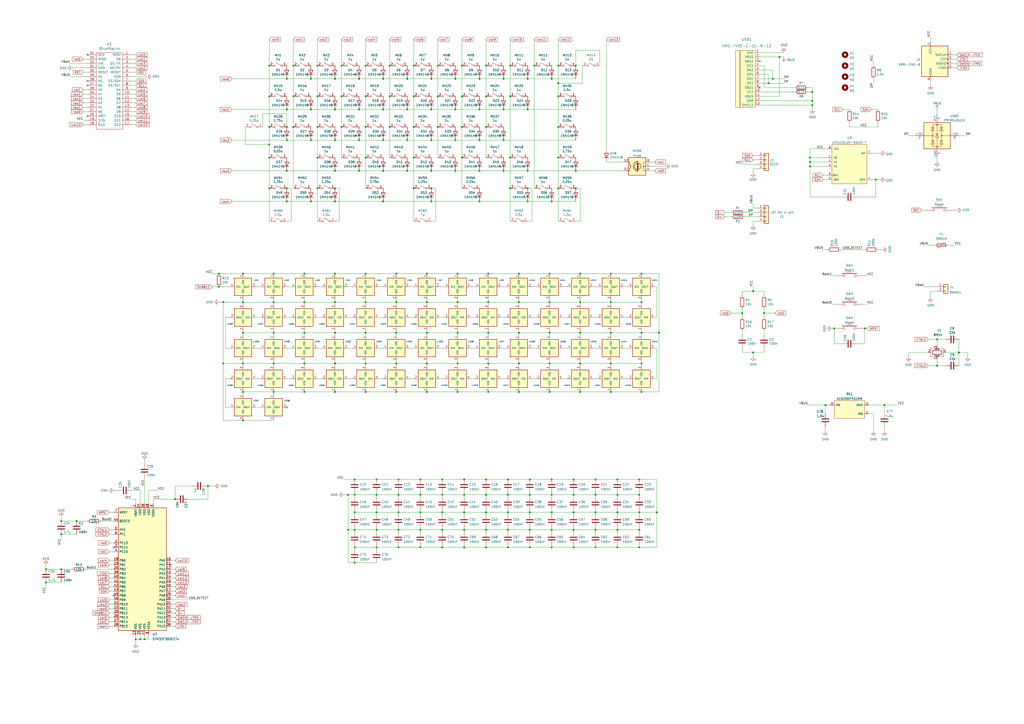
<source format=kicad_sch>
(kicad_sch (version 20210621) (generator eeschema)
  (paper "A2")
  (title_block (title "Sakura50") (date "2022-03-10") (rev "2.0") (company "HorrorTroll"))
  (junction (at 281.94 278.13))
  (junction (at 243.84 287.02))
  (junction (at 212.09 210.82))
  (junction (at 483.87 190.5))
  (junction (at 295.91 55.88))
  (junction (at 170.18 38.1))
  (junction (at 372.11 175.26))
  (junction (at 281.94 55.88))
  (junction (at 256.54 307.34))
  (junction (at 300.99 158.75))
  (junction (at 358.14 307.34))
  (junction (at 166.37 116.84))
  (junction (at 281.94 73.66))
  (junction (at 278.13 63.5))
  (junction (at 243.84 278.13))
  (junction (at 358.14 278.13))
  (junction (at 208.28 63.5))
  (junction (at 176.53 158.75))
  (junction (at 222.25 81.28))
  (junction (at 229.87 210.82))
  (junction (at 194.31 210.82))
  (junction (at 300.99 175.26))
  (junction (at 269.24 297.18))
  (junction (at 35.56 302.26))
  (junction (at 471.17 53.34))
  (junction (at 166.37 109.22))
  (junction (at 354.33 175.26))
  (junction (at 269.24 317.5))
  (junction (at 156.21 109.22))
  (junction (at 198.12 55.88))
  (junction (at 265.43 193.04))
  (junction (at 267.97 91.44))
  (junction (at 278.13 81.28))
  (junction (at 222.25 63.5))
  (junction (at 358.14 297.18))
  (junction (at 212.09 158.75))
  (junction (at 292.1 81.28))
  (junction (at 264.16 99.06))
  (junction (at 194.31 175.26))
  (junction (at 140.97 175.26))
  (junction (at 306.07 63.5))
  (junction (at 176.53 193.04))
  (junction (at 198.12 73.66))
  (junction (at 372.11 227.33))
  (junction (at 278.13 99.06))
  (junction (at 323.85 38.1))
  (junction (at 243.84 317.5))
  (junction (at 294.64 307.34))
  (junction (at 194.31 109.22))
  (junction (at 445.77 48.26))
  (junction (at 250.19 99.06))
  (junction (at 212.09 227.33))
  (junction (at 281.94 297.18))
  (junction (at 436.88 204.47))
  (junction (at 269.24 307.34))
  (junction (at 265.43 158.75))
  (junction (at 256.54 287.02))
  (junction (at 281.94 307.34))
  (junction (at 294.64 297.18))
  (junction (at 469.9 91.44))
  (junction (at 336.55 175.26))
  (junction (at 231.14 307.34))
  (junction (at 180.34 116.84))
  (junction (at 156.21 83.82))
  (junction (at 166.37 45.72))
  (junction (at 306.07 116.84))
  (junction (at 243.84 297.18))
  (junction (at 240.03 109.22))
  (junction (at 212.09 55.88))
  (junction (at 180.34 81.28))
  (junction (at 267.97 73.66))
  (junction (at 226.06 55.88))
  (junction (at 231.14 287.02))
  (junction (at 205.74 326.39))
  (junction (at 381 297.18))
  (junction (at 370.84 278.13))
  (junction (at 265.43 175.26))
  (junction (at 307.34 278.13))
  (junction (at 501.65 190.5))
  (junction (at 176.53 227.33))
  (junction (at 300.99 227.33))
  (junction (at 334.01 99.06))
  (junction (at 247.65 158.75))
  (junction (at 184.15 109.22))
  (junction (at 332.74 317.5))
  (junction (at 294.64 317.5))
  (junction (at 140.97 243.84))
  (junction (at 370.84 317.5))
  (junction (at 176.53 210.82))
  (junction (at 229.87 175.26))
  (junction (at 194.31 193.04))
  (junction (at 201.93 307.34))
  (junction (at 306.07 109.22))
  (junction (at 212.09 175.26))
  (junction (at 218.44 278.13))
  (junction (at 254 55.88))
  (junction (at 295.91 91.44))
  (junction (at 345.44 307.34))
  (junction (at 320.04 297.18))
  (junction (at 170.18 73.66))
  (junction (at 307.34 287.02))
  (junction (at 156.21 91.44))
  (junction (at 318.77 175.26))
  (junction (at 184.15 73.66))
  (junction (at 264.16 63.5))
  (junction (at 231.14 317.5))
  (junction (at 295.91 109.22))
  (junction (at 320.04 307.34))
  (junction (at 247.65 175.26))
  (junction (at 140.97 227.33))
  (junction (at 250.19 116.84))
  (junction (at 240.03 91.44))
  (junction (at 318.77 210.82))
  (junction (at 513.08 234.95))
  (junction (at 345.44 278.13))
  (junction (at 283.21 210.82))
  (junction (at 198.12 38.1))
  (junction (at 358.14 287.02))
  (junction (at 281.94 287.02))
  (junction (at 294.64 287.02))
  (junction (at 292.1 99.06))
  (junction (at 240.03 55.88))
  (junction (at 81.28 370.84))
  (junction (at 250.19 109.22))
  (junction (at 222.25 116.84))
  (junction (at 127 166.37))
  (junction (at 430.53 181.61))
  (junction (at 218.44 287.02))
  (junction (at 194.31 63.5))
  (junction (at 292.1 45.72))
  (junction (at 332.74 307.34))
  (junction (at 336.55 193.04))
  (junction (at 323.85 48.26))
  (junction (at 35.56 309.88))
  (junction (at 194.31 45.72))
  (junction (at 184.15 38.1))
  (junction (at 222.25 45.72))
  (junction (at 370.84 287.02))
  (junction (at 129.54 175.26))
  (junction (at 243.84 307.34))
  (junction (at 478.79 234.95))
  (junction (at 345.44 317.5))
  (junction (at 236.22 63.5))
  (junction (at 26.67 337.82))
  (junction (at 318.77 158.75))
  (junction (at 283.21 193.04))
  (junction (at 158.75 227.33))
  (junction (at 264.16 45.72))
  (junction (at 140.97 210.82))
  (junction (at 370.84 297.18))
  (junction (at 436.88 168.91))
  (junction (at 226.06 38.1))
  (junction (at 307.34 297.18))
  (junction (at 26.67 330.2))
  (junction (at 283.21 158.75))
  (junction (at 471.17 58.42))
  (junction (at 44.45 302.26))
  (junction (at 129.54 210.82))
  (junction (at 236.22 99.06))
  (junction (at 194.31 116.84))
  (junction (at 205.74 278.13))
  (junction (at 307.34 317.5))
  (junction (at 194.31 158.75))
  (junction (at 247.65 227.33))
  (junction (at 332.74 287.02))
  (junction (at 170.18 55.88))
  (junction (at 218.44 317.5))
  (junction (at 158.75 210.82))
  (junction (at 212.09 91.44))
  (junction (at 256.54 278.13))
  (junction (at 140.97 158.75))
  (junction (at 208.28 81.28))
  (junction (at 240.03 38.1))
  (junction (at 250.19 63.5))
  (junction (at 448.31 45.72))
  (junction (at 231.14 278.13))
  (junction (at 158.75 158.75))
  (junction (at 166.37 99.06))
  (junction (at 208.28 99.06))
  (junction (at 156.21 55.88))
  (junction (at 194.31 81.28))
  (junction (at 323.85 55.88))
  (junction (at 354.33 193.04))
  (junction (at 35.56 330.2))
  (junction (at 231.14 297.18))
  (junction (at 372.11 193.04))
  (junction (at 250.19 81.28))
  (junction (at 320.04 317.5))
  (junction (at 101.6 289.56))
  (junction (at 212.09 73.66))
  (junction (at 372.11 158.75))
  (junction (at 295.91 38.1))
  (junction (at 306.07 45.72))
  (junction (at 184.15 91.44))
  (junction (at 300.99 193.04))
  (junction (at 278.13 116.84))
  (junction (at 205.74 287.02))
  (junction (at 281.94 38.1))
  (junction (at 140.97 193.04))
  (junction (at 205.74 297.18))
  (junction (at 158.75 175.26))
  (junction (at 323.85 91.44))
  (junction (at 345.44 297.18))
  (junction (at 370.84 307.34))
  (junction (at 354.33 227.33))
  (junction (at 300.99 210.82))
  (junction (at 212.09 193.04))
  (junction (at 184.15 55.88))
  (junction (at 247.65 210.82))
  (junction (at 320.04 287.02))
  (junction (at 281.94 317.5))
  (junction (at 176.53 175.26))
  (junction (at 543.56 196.85))
  (junction (at 443.23 181.61))
  (junction (at 222.25 99.06))
  (junction (at 306.07 99.06))
  (junction (at 127 158.75))
  (junction (at 283.21 175.26))
  (junction (at 265.43 210.82))
  (junction (at 229.87 193.04))
  (junction (at 354.33 158.75))
  (junction (at 256.54 317.5))
  (junction (at 469.9 96.52))
  (junction (at 254 73.66))
  (junction (at 180.34 45.72))
  (junction (at 320.04 45.72))
  (junction (at 334.01 109.22))
  (junction (at 218.44 297.18))
  (junction (at 336.55 210.82))
  (junction (at 229.87 158.75))
  (junction (at 158.75 193.04))
  (junction (at 236.22 45.72))
  (junction (at 336.55 227.33))
  (junction (at 358.14 317.5))
  (junction (at 332.74 278.13))
  (junction (at 156.21 73.66))
  (junction (at 254 38.1))
  (junction (at 156.21 38.1))
  (junction (at 166.37 63.5))
  (junction (at 318.77 193.04))
  (junction (at 292.1 63.5))
  (junction (at 120.65 281.94))
  (junction (at 382.27 193.04))
  (junction (at 309.88 38.1))
  (junction (at 229.87 227.33))
  (junction (at 294.64 278.13))
  (junction (at 208.28 45.72))
  (junction (at 240.03 73.66))
  (junction (at 269.24 287.02))
  (junction (at 372.11 210.82))
  (junction (at 218.44 307.34))
  (junction (at 508 104.14))
  (junction (at 247.65 193.04))
  (junction (at 469.9 93.98))
  (junction (at 267.97 38.1))
  (junction (at 212.09 38.1))
  (junction (at 267.97 55.88))
  (junction (at 83.82 370.84))
  (junction (at 256.54 297.18))
  (junction (at 201.93 287.02))
  (junction (at 543.56 212.09))
  (junction (at 194.31 99.06))
  (junction (at 318.77 227.33))
  (junction (at 283.21 227.33))
  (junction (at 334.01 38.1))
  (junction (at 226.06 73.66))
  (junction (at 236.22 81.28))
  (junction (at 278.13 45.72))
  (junction (at 471.17 60.96))
  (junction (at 194.31 227.33))
  (junction (at 205.74 317.5))
  (junction (at 320.04 116.84))
  (junction (at 307.34 307.34))
  (junction (at 250.19 45.72))
  (junction (at 265.43 227.33))
  (junction (at 78.74 370.84))
  (junction (at 452.12 33.02))
  (junction (at 166.37 81.28))
  (junction (at 323.85 109.22))
  (junction (at 320.04 278.13))
  (junction (at 166.37 73.66))
  (junction (at 332.74 297.18))
  (junction (at 269.24 278.13))
  (junction (at 336.55 158.75))
  (junction (at 323.85 73.66))
  (junction (at 556.26 204.47))
  (junction (at 264.16 81.28))
  (junction (at 180.34 63.5))
  (junction (at 354.33 210.82))
  (junction (at 345.44 287.02))
  (junction (at 205.74 307.34))
  (no_connect (at 50.8 67.31))
  (no_connect (at 50.8 49.53))
  (no_connect (at 66.04 317.5))
  (no_connect (at 50.8 46.99))
  (no_connect (at 99.06 327.66))
  (no_connect (at 440.69 50.8))
  (no_connect (at 440.69 35.56))
  (no_connect (at 66.04 345.44))
  (no_connect (at 166.37 236.22))
  (no_connect (at 50.8 31.75))
  (wire (pts (xy 236.22 81.28) (xy 250.19 81.28)))
  (wire (pts (xy 194.31 81.28) (xy 208.28 81.28)))
  (wire (pts (xy 166.37 81.28) (xy 180.34 81.28)))
  (wire (pts (xy 180.34 81.28) (xy 194.31 81.28)))
  (wire (pts (xy 134.62 81.28) (xy 166.37 81.28)))
  (wire (pts (xy 222.25 81.28) (xy 236.22 81.28)))
  (wire (pts (xy 208.28 81.28) (xy 222.25 81.28)))
  (wire (pts (xy 300.99 191.77) (xy 300.99 193.04)))
  (wire (pts (xy 323.85 38.1) (xy 323.85 48.26)))
  (wire (pts (xy 323.85 48.26) (xy 323.85 55.88)))
  (wire (pts (xy 231.14 295.91) (xy 231.14 297.18)))
  (wire (pts (xy 534.67 121.92) (xy 537.21 121.92)))
  (wire (pts (xy 219.71 166.37) (xy 222.25 166.37)))
  (wire (pts (xy 294.64 317.5) (xy 307.34 317.5)))
  (wire (pts (xy 66.04 284.48) (xy 68.58 284.48)))
  (wire (pts (xy 290.83 166.37) (xy 293.37 166.37)))
  (wire (pts (xy 218.44 287.02) (xy 218.44 288.29)))
  (wire (pts (xy 99.06 358.14) (xy 101.6 358.14)))
  (wire (pts (xy 176.53 175.26) (xy 176.53 176.53)))
  (wire (pts (xy 543.56 196.85) (xy 548.64 196.85)))
  (wire (pts (xy 300.99 175.26) (xy 300.99 176.53)))
  (wire (pts (xy 63.5 347.98) (xy 66.04 347.98)))
  (wire (pts (xy 184.15 201.93) (xy 186.69 201.93)))
  (wire (pts (xy 254 38.1) (xy 254 55.88)))
  (wire (pts (xy 254 22.86) (xy 254 38.1)))
  (wire (pts (xy 254 55.88) (xy 254 73.66)))
  (wire (pts (xy 254 73.66) (xy 254 91.44)))
  (wire (pts (xy 440.69 53.34) (xy 461.01 53.34)))
  (wire (pts (xy 158.75 209.55) (xy 158.75 210.82)))
  (wire (pts (xy 430.53 168.91) (xy 436.88 168.91)))
  (wire (pts (xy 212.09 191.77) (xy 212.09 193.04)))
  (wire (pts (xy 229.87 210.82) (xy 229.87 212.09)))
  (wire (pts (xy 156.21 109.22) (xy 156.21 128.27)))
  (wire (pts (xy 194.31 210.82) (xy 176.53 210.82)))
  (wire (pts (xy 539.75 46.99) (xy 539.75 49.53)))
  (wire (pts (xy 307.34 306.07) (xy 307.34 307.34)))
  (wire (pts (xy 99.06 340.36) (xy 101.6 340.36)))
  (wire (pts (xy 278.13 81.28) (xy 292.1 81.28)))
  (wire (pts (xy 250.19 81.28) (xy 264.16 81.28)))
  (wire (pts (xy 264.16 81.28) (xy 278.13 81.28)))
  (wire (pts (xy 344.17 166.37) (xy 346.71 166.37)))
  (wire (pts (xy 58.42 302.26) (xy 66.04 302.26)))
  (wire (pts (xy 26.67 337.82) (xy 35.56 337.82)))
  (wire (pts (xy 318.77 193.04) (xy 318.77 194.31)))
  (wire (pts (xy 293.37 219.71) (xy 290.83 219.71)))
  (wire (pts (xy 336.55 109.22) (xy 334.01 109.22)))
  (wire (pts (xy 334.01 128.27) (xy 336.55 128.27)))
  (wire (pts (xy 336.55 128.27) (xy 336.55 109.22)))
  (wire (pts (xy 269.24 295.91) (xy 269.24 297.18)))
  (wire (pts (xy 332.74 285.75) (xy 332.74 287.02)))
  (wire (pts (xy 370.84 285.75) (xy 370.84 287.02)))
  (wire (pts (xy 354.33 210.82) (xy 336.55 210.82)))
  (wire (pts (xy 229.87 209.55) (xy 229.87 210.82)))
  (wire (pts (xy 76.2 64.77) (xy 78.74 64.77)))
  (wire (pts (xy 44.45 302.26) (xy 50.8 302.26)))
  (wire (pts (xy 420.37 125.73) (xy 424.18 125.73)))
  (wire (pts (xy 237.49 166.37) (xy 240.03 166.37)))
  (wire (pts (xy 294.64 297.18) (xy 294.64 298.45)))
  (wire (pts (xy 218.44 295.91) (xy 218.44 297.18)))
  (wire (pts (xy 283.21 209.55) (xy 283.21 210.82)))
  (wire (pts (xy 50.8 72.39) (xy 48.26 72.39)))
  (wire (pts (xy 212.09 210.82) (xy 194.31 210.82)))
  (wire (pts (xy 63.5 350.52) (xy 66.04 350.52)))
  (wire (pts (xy 212.09 158.75) (xy 229.87 158.75)))
  (wire (pts (xy 229.87 158.75) (xy 247.65 158.75)))
  (wire (pts (xy 194.31 158.75) (xy 212.09 158.75)))
  (wire (pts (xy 140.97 158.75) (xy 158.75 158.75)))
  (wire (pts (xy 354.33 158.75) (xy 372.11 158.75)))
  (wire (pts (xy 176.53 158.75) (xy 194.31 158.75)))
  (wire (pts (xy 158.75 158.75) (xy 176.53 158.75)))
  (wire (pts (xy 318.77 158.75) (xy 336.55 158.75)))
  (wire (pts (xy 336.55 158.75) (xy 354.33 158.75)))
  (wire (pts (xy 283.21 158.75) (xy 300.99 158.75)))
  (wire (pts (xy 300.99 158.75) (xy 318.77 158.75)))
  (wire (pts (xy 265.43 158.75) (xy 283.21 158.75)))
  (wire (pts (xy 247.65 158.75) (xy 265.43 158.75)))
  (wire (pts (xy 430.53 204.47) (xy 436.88 204.47)))
  (wire (pts (xy 99.06 330.2) (xy 101.6 330.2)))
  (wire (pts (xy 513.08 247.65) (xy 513.08 250.19)))
  (wire (pts (xy 50.8 62.23) (xy 48.26 62.23)))
  (wire (pts (xy 345.44 307.34) (xy 345.44 308.61)))
  (wire (pts (xy 372.11 210.82) (xy 372.11 212.09)))
  (wire (pts (xy 99.06 363.22) (xy 101.6 363.22)))
  (wire (pts (xy 552.45 36.83) (xy 554.99 36.83)))
  (wire (pts (xy 151.13 184.15) (xy 148.59 184.15)))
  (wire (pts (xy 212.09 91.44) (xy 212.09 109.22)))
  (wire (pts (xy 527.05 78.74) (xy 530.86 78.74)))
  (wire (pts (xy 323.85 22.86) (xy 323.85 38.1)))
  (wire (pts (xy 201.93 287.02) (xy 205.74 287.02)))
  (wire (pts (xy 199.39 287.02) (xy 201.93 287.02)))
  (wire (pts (xy 247.65 175.26) (xy 247.65 176.53)))
  (wire (pts (xy 186.69 184.15) (xy 184.15 184.15)))
  (wire (pts (xy 552.45 39.37) (xy 554.99 39.37)))
  (wire (pts (xy 86.36 284.48) (xy 91.44 284.48)))
  (wire (pts (xy 86.36 284.48) (xy 86.36 292.1)))
  (wire (pts (xy 449.58 181.61) (xy 443.23 181.61)))
  (wire (pts (xy 201.93 166.37) (xy 204.47 166.37)))
  (wire (pts (xy 504.19 234.95) (xy 513.08 234.95)))
  (wire (pts (xy 99.06 353.06) (xy 101.6 353.06)))
  (wire (pts (xy 372.11 227.33) (xy 354.33 227.33)))
  (wire (pts (xy 345.44 316.23) (xy 345.44 317.5)))
  (wire (pts (xy 508 114.3) (xy 496.57 114.3)))
  (wire (pts (xy 505.46 104.14) (xy 508 104.14)))
  (wire (pts (xy 508 104.14) (xy 508 114.3)))
  (wire (pts (xy 148.59 236.22) (xy 151.13 236.22)))
  (wire (pts (xy 334.01 99.06) (xy 361.95 99.06)))
  (wire (pts (xy 320.04 306.07) (xy 320.04 307.34)))
  (wire (pts (xy 129.54 243.84) (xy 140.97 243.84)))
  (wire (pts (xy 129.54 210.82) (xy 129.54 243.84)))
  (wire (pts (xy 247.65 193.04) (xy 247.65 194.31)))
  (wire (pts (xy 488.95 63.5) (xy 492.76 63.5)))
  (wire (pts (xy 222.25 184.15) (xy 219.71 184.15)))
  (wire (pts (xy 436.88 90.17) (xy 439.42 90.17)))
  (wire (pts (xy 430.53 181.61) (xy 430.53 184.15)))
  (wire (pts (xy 430.53 191.77) (xy 430.53 194.31)))
  (wire (pts (xy 76.2 41.91) (xy 78.74 41.91)))
  (wire (pts (xy 229.87 227.33) (xy 212.09 227.33)))
  (wire (pts (xy 257.81 219.71) (xy 255.27 219.71)))
  (wire (pts (xy 477.52 101.6) (xy 480.06 101.6)))
  (wire (pts (xy 204.47 219.71) (xy 201.93 219.71)))
  (wire (pts (xy 218.44 285.75) (xy 218.44 287.02)))
  (wire (pts (xy 372.11 209.55) (xy 372.11 210.82)))
  (wire (pts (xy 81.28 284.48) (xy 81.28 292.1)))
  (wire (pts (xy 158.75 191.77) (xy 158.75 193.04)))
  (wire (pts (xy 443.23 50.8) (xy 461.01 50.8)))
  (wire (pts (xy 332.74 295.91) (xy 332.74 297.18)))
  (wire (pts (xy 273.05 201.93) (xy 275.59 201.93)))
  (wire (pts (xy 256.54 285.75) (xy 256.54 287.02)))
  (wire (pts (xy 358.14 316.23) (xy 358.14 317.5)))
  (wire (pts (xy 300.99 210.82) (xy 283.21 210.82)))
  (wire (pts (xy 186.69 219.71) (xy 184.15 219.71)))
  (wire (pts (xy 176.53 209.55) (xy 176.53 210.82)))
  (wire (pts (xy 295.91 22.86) (xy 295.91 38.1)))
  (wire (pts (xy 295.91 38.1) (xy 295.91 55.88)))
  (wire (pts (xy 76.2 72.39) (xy 78.74 72.39)))
  (wire (pts (xy 256.54 307.34) (xy 256.54 308.61)))
  (wire (pts (xy 294.64 295.91) (xy 294.64 297.18)))
  (wire (pts (xy 443.23 181.61) (xy 443.23 184.15)))
  (wire (pts (xy 443.23 191.77) (xy 443.23 194.31)))
  (wire (pts (xy 336.55 193.04) (xy 336.55 194.31)))
  (wire (pts (xy 63.5 363.22) (xy 66.04 363.22)))
  (wire (pts (xy 265.43 227.33) (xy 247.65 227.33)))
  (wire (pts (xy 323.85 55.88) (xy 323.85 73.66)))
  (wire (pts (xy 440.69 40.64) (xy 448.31 40.64)))
  (wire (pts (xy 293.37 184.15) (xy 290.83 184.15)))
  (wire (pts (xy 243.84 295.91) (xy 243.84 297.18)))
  (wire (pts (xy 326.39 166.37) (xy 328.93 166.37)))
  (wire (pts (xy 83.82 370.84) (xy 86.36 370.84)))
  (wire (pts (xy 86.36 370.84) (xy 86.36 368.3)))
  (wire (pts (xy 81.28 370.84) (xy 83.82 370.84)))
  (wire (pts (xy 78.74 370.84) (xy 81.28 370.84)))
  (wire (pts (xy 78.74 368.3) (xy 78.74 370.84)))
  (wire (pts (xy 66.04 335.28) (xy 63.5 335.28)))
  (wire (pts (xy 307.34 285.75) (xy 307.34 287.02)))
  (wire (pts (xy 382.27 227.33) (xy 372.11 227.33)))
  (wire (pts (xy 76.2 49.53) (xy 78.74 49.53)))
  (wire (pts (xy 156.21 55.88) (xy 156.21 73.66)))
  (wire (pts (xy 156.21 73.66) (xy 156.21 83.82)))
  (wire (pts (xy 156.21 91.44) (xy 156.21 109.22)))
  (wire (pts (xy 156.21 38.1) (xy 156.21 55.88)))
  (wire (pts (xy 156.21 22.86) (xy 156.21 38.1)))
  (wire (pts (xy 156.21 83.82) (xy 156.21 91.44)))
  (wire (pts (xy 168.91 184.15) (xy 166.37 184.15)))
  (wire (pts (xy 99.06 335.28) (xy 101.6 335.28)))
  (wire (pts (xy 142.24 83.82) (xy 156.21 83.82)))
  (wire (pts (xy 142.24 73.66) (xy 142.24 83.82)))
  (wire (pts (xy 439.42 128.27) (xy 436.88 128.27)))
  (wire (pts (xy 436.88 128.27) (xy 436.88 130.81)))
  (wire (pts (xy 364.49 184.15) (xy 361.95 184.15)))
  (wire (pts (xy 231.14 285.75) (xy 231.14 287.02)))
  (wire (pts (xy 247.65 191.77) (xy 247.65 193.04)))
  (wire (pts (xy 469.9 114.3) (xy 469.9 96.52)))
  (wire (pts (xy 488.95 114.3) (xy 469.9 114.3)))
  (wire (pts (xy 469.9 96.52) (xy 469.9 93.98)))
  (wire (pts (xy 469.9 93.98) (xy 469.9 91.44)))
  (wire (pts (xy 469.9 91.44) (xy 480.06 91.44)))
  (wire (pts (xy 443.23 204.47) (xy 443.23 201.93)))
  (wire (pts (xy 180.34 45.72) (xy 194.31 45.72)))
  (wire (pts (xy 166.37 45.72) (xy 180.34 45.72)))
  (wire (pts (xy 134.62 45.72) (xy 166.37 45.72)))
  (wire (pts (xy 63.5 342.9) (xy 66.04 342.9)))
  (wire (pts (xy 358.14 306.07) (xy 358.14 307.34)))
  (wire (pts (xy 151.13 219.71) (xy 148.59 219.71)))
  (wire (pts (xy 63.5 327.66) (xy 66.04 327.66)))
  (wire (pts (xy 294.64 307.34) (xy 294.64 308.61)))
  (wire (pts (xy 309.88 22.86) (xy 309.88 38.1)))
  (wire (pts (xy 448.31 45.72) (xy 454.66 45.72)))
  (wire (pts (xy 440.69 45.72) (xy 448.31 45.72)))
  (wire (pts (xy 381 297.18) (xy 381 317.5)))
  (wire (pts (xy 381 317.5) (xy 370.84 317.5)))
  (wire (pts (xy 370.84 317.5) (xy 358.14 317.5)))
  (wire (pts (xy 332.74 317.5) (xy 320.04 317.5)))
  (wire (pts (xy 320.04 317.5) (xy 320.04 316.23)))
  (wire (pts (xy 358.14 317.5) (xy 345.44 317.5)))
  (wire (pts (xy 345.44 317.5) (xy 332.74 317.5)))
  (wire (pts (xy 278.13 99.06) (xy 292.1 99.06)))
  (wire (pts (xy 264.16 99.06) (xy 278.13 99.06)))
  (wire (pts (xy 250.19 99.06) (xy 264.16 99.06)))
  (wire (pts (xy 509.27 144.78) (xy 511.81 144.78)))
  (wire (pts (xy 76.2 284.48) (xy 81.28 284.48)))
  (wire (pts (xy 556.26 204.47) (xy 561.34 204.47)))
  (wire (pts (xy 513.08 234.95) (xy 513.08 240.03)))
  (wire (pts (xy 237.49 201.93) (xy 240.03 201.93)))
  (wire (pts (xy 346.71 219.71) (xy 344.17 219.71)))
  (wire (pts (xy 543.56 91.44) (xy 543.56 93.98)))
  (wire (pts (xy 194.31 175.26) (xy 194.31 176.53)))
  (wire (pts (xy 431.8 125.73) (xy 439.42 125.73)))
  (wire (pts (xy 257.81 184.15) (xy 255.27 184.15)))
  (wire (pts (xy 129.54 175.26) (xy 140.97 175.26)))
  (wire (pts (xy 129.54 210.82) (xy 129.54 175.26)))
  (wire (pts (xy 140.97 210.82) (xy 129.54 210.82)))
  (wire (pts (xy 184.15 109.22) (xy 184.15 128.27)))
  (wire (pts (xy 328.93 184.15) (xy 326.39 184.15)))
  (wire (pts (xy 354.33 212.09) (xy 354.33 210.82)))
  (wire (pts (xy 101.6 289.56) (xy 101.6 281.94)))
  (wire (pts (xy 101.6 281.94) (xy 111.76 281.94)))
  (wire (pts (xy 243.84 297.18) (xy 243.84 298.45)))
  (wire (pts (xy 294.64 285.75) (xy 294.64 287.02)))
  (wire (pts (xy 218.44 317.5) (xy 218.44 318.77)))
  (wire (pts (xy 501.65 190.5) (xy 502.92 190.5)))
  (wire (pts (xy 500.38 190.5) (xy 501.65 190.5)))
  (wire (pts (xy 140.97 243.84) (xy 158.75 243.84)))
  (wire (pts (xy 354.33 227.33) (xy 336.55 227.33)))
  (wire (pts (xy 40.64 36.83) (xy 50.8 36.83)))
  (wire (pts (xy 300.99 210.82) (xy 300.99 212.09)))
  (wire (pts (xy 255.27 166.37) (xy 257.81 166.37)))
  (wire (pts (xy 345.44 295.91) (xy 345.44 297.18)))
  (wire (pts (xy 99.06 347.98) (xy 109.22 347.98)))
  (wire (pts (xy 332.74 306.07) (xy 332.74 307.34)))
  (wire (pts (xy 311.15 219.71) (xy 308.61 219.71)))
  (wire (pts (xy 49.53 330.2) (xy 66.04 330.2)))
  (wire (pts (xy 483.87 199.39) (xy 488.95 199.39)))
  (wire (pts (xy 483.87 190.5) (xy 483.87 199.39)))
  (wire (pts (xy 265.43 209.55) (xy 265.43 210.82)))
  (wire (pts (xy 194.31 191.77) (xy 194.31 193.04)))
  (wire (pts (xy 218.44 306.07) (xy 218.44 307.34)))
  (wire (pts (xy 347.98 29.21) (xy 347.98 38.1)))
  (wire (pts (xy 334.01 38.1) (xy 334.01 29.21)))
  (wire (pts (xy 477.52 144.78) (xy 480.06 144.78)))
  (wire (pts (xy 218.44 316.23) (xy 218.44 317.5)))
  (wire (pts (xy 501.65 199.39) (xy 501.65 190.5)))
  (wire (pts (xy 496.57 199.39) (xy 501.65 199.39)))
  (wire (pts (xy 247.65 209.55) (xy 247.65 210.82)))
  (wire (pts (xy 290.83 201.93) (xy 293.37 201.93)))
  (wire (pts (xy 311.15 184.15) (xy 308.61 184.15)))
  (wire (pts (xy 281.94 295.91) (xy 281.94 297.18)))
  (wire (pts (xy 247.65 173.99) (xy 247.65 175.26)))
  (wire (pts (xy 436.88 97.79) (xy 436.88 100.33)))
  (wire (pts (xy 439.42 97.79) (xy 436.88 97.79)))
  (wire (pts (xy 504.19 240.03) (xy 506.73 240.03)))
  (wire (pts (xy 63.5 307.34) (xy 66.04 307.34)))
  (wire (pts (xy 358.14 297.18) (xy 358.14 298.45)))
  (wire (pts (xy 123.19 166.37) (xy 127 166.37)))
  (wire (pts (xy 99.06 337.82) (xy 101.6 337.82)))
  (wire (pts (xy 485.14 190.5) (xy 483.87 190.5)))
  (wire (pts (xy 483.87 190.5) (xy 482.6 190.5)))
  (wire (pts (xy 265.43 175.26) (xy 265.43 176.53)))
  (wire (pts (xy 318.77 173.99) (xy 318.77 175.26)))
  (wire (pts (xy 250.19 116.84) (xy 278.13 116.84)))
  (wire (pts (xy 543.56 212.09) (xy 548.64 212.09)))
  (wire (pts (xy 283.21 210.82) (xy 283.21 212.09)))
  (wire (pts (xy 336.55 191.77) (xy 336.55 193.04)))
  (wire (pts (xy 332.74 316.23) (xy 332.74 317.5)))
  (wire (pts (xy 336.55 175.26) (xy 336.55 176.53)))
  (wire (pts (xy 269.24 306.07) (xy 269.24 307.34)))
  (wire (pts (xy 318.77 210.82) (xy 318.77 212.09)))
  (wire (pts (xy 337.82 38.1) (xy 337.82 48.26)))
  (wire (pts (xy 323.85 48.26) (xy 337.82 48.26)))
  (wire (pts (xy 294.64 306.07) (xy 294.64 307.34)))
  (wire (pts (xy 140.97 193.04) (xy 158.75 193.04)))
  (wire (pts (xy 229.87 193.04) (xy 247.65 193.04)))
  (wire (pts (xy 212.09 193.04) (xy 229.87 193.04)))
  (wire (pts (xy 354.33 193.04) (xy 372.11 193.04)))
  (wire (pts (xy 372.11 193.04) (xy 382.27 193.04)))
  (wire (pts (xy 176.53 193.04) (xy 194.31 193.04)))
  (wire (pts (xy 194.31 193.04) (xy 212.09 193.04)))
  (wire (pts (xy 158.75 193.04) (xy 176.53 193.04)))
  (wire (pts (xy 300.99 193.04) (xy 318.77 193.04)))
  (wire (pts (xy 265.43 193.04) (xy 283.21 193.04)))
  (wire (pts (xy 247.65 193.04) (xy 265.43 193.04)))
  (wire (pts (xy 283.21 193.04) (xy 300.99 193.04)))
  (wire (pts (xy 336.55 193.04) (xy 354.33 193.04)))
  (wire (pts (xy 318.77 193.04) (xy 336.55 193.04)))
  (wire (pts (xy 240.03 109.22) (xy 240.03 128.27)))
  (wire (pts (xy 76.2 62.23) (xy 78.74 62.23)))
  (wire (pts (xy 99.06 332.74) (xy 101.6 332.74)))
  (wire (pts (xy 336.55 227.33) (xy 318.77 227.33)))
  (wire (pts (xy 194.31 227.33) (xy 176.53 227.33)))
  (wire (pts (xy 176.53 173.99) (xy 176.53 175.26)))
  (wire (pts (xy 255.27 201.93) (xy 257.81 201.93)))
  (wire (pts (xy 334.01 29.21) (xy 347.98 29.21)))
  (wire (pts (xy 267.97 91.44) (xy 267.97 109.22)))
  (wire (pts (xy 543.56 208.28) (xy 543.56 212.09)))
  (wire (pts (xy 543.56 168.91) (xy 539.75 168.91)))
  (wire (pts (xy 539.75 168.91) (xy 539.75 172.72)))
  (wire (pts (xy 120.65 281.94) (xy 124.46 281.94)))
  (wire (pts (xy 140.97 173.99) (xy 140.97 175.26)))
  (wire (pts (xy 176.53 210.82) (xy 158.75 210.82)))
  (wire (pts (xy 76.2 31.75) (xy 78.74 31.75)))
  (wire (pts (xy 323.85 91.44) (xy 323.85 109.22)))
  (wire (pts (xy 309.88 38.1) (xy 309.88 109.22)))
  (wire (pts (xy 354.33 210.82) (xy 372.11 210.82)))
  (wire (pts (xy 505.46 88.9) (xy 510.54 88.9)))
  (wire (pts (xy 26.67 337.82) (xy 26.67 340.36)))
  (wire (pts (xy 219.71 201.93) (xy 222.25 201.93)))
  (wire (pts (xy 431.8 123.19) (xy 439.42 123.19)))
  (wire (pts (xy 361.95 166.37) (xy 364.49 166.37)))
  (wire (pts (xy 63.5 332.74) (xy 66.04 332.74)))
  (wire (pts (xy 345.44 297.18) (xy 345.44 298.45)))
  (wire (pts (xy 539.75 21.59) (xy 539.75 24.13)))
  (wire (pts (xy 256.54 295.91) (xy 256.54 297.18)))
  (wire (pts (xy 294.64 316.23) (xy 294.64 317.5)))
  (wire (pts (xy 281.94 317.5) (xy 294.64 317.5)))
  (wire (pts (xy 269.24 317.5) (xy 281.94 317.5)))
  (wire (pts (xy 256.54 317.5) (xy 269.24 317.5)))
  (wire (pts (xy 436.88 204.47) (xy 443.23 204.47)))
  (wire (pts (xy 184.15 166.37) (xy 186.69 166.37)))
  (wire (pts (xy 48.26 64.77) (xy 50.8 64.77)))
  (wire (pts (xy 382.27 158.75) (xy 382.27 193.04)))
  (wire (pts (xy 372.11 158.75) (xy 382.27 158.75)))
  (wire (pts (xy 269.24 316.23) (xy 269.24 317.5)))
  (wire (pts (xy 379.73 219.71) (xy 381 219.71)))
  (wire (pts (xy 332.74 297.18) (xy 332.74 298.45)))
  (wire (pts (xy 63.5 309.88) (xy 66.04 309.88)))
  (wire (pts (xy 354.33 191.77) (xy 354.33 193.04)))
  (wire (pts (xy 127 166.37) (xy 133.35 166.37)))
  (wire (pts (xy 323.85 109.22) (xy 323.85 128.27)))
  (wire (pts (xy 307.34 287.02) (xy 307.34 288.29)))
  (wire (pts (xy 140.97 209.55) (xy 140.97 210.82)))
  (wire (pts (xy 336.55 209.55) (xy 336.55 210.82)))
  (wire (pts (xy 176.53 191.77) (xy 176.53 193.04)))
  (wire (pts (xy 35.56 330.2) (xy 41.91 330.2)))
  (wire (pts (xy 307.34 297.18) (xy 307.34 298.45)))
  (wire (pts (xy 229.87 191.77) (xy 229.87 193.04)))
  (wire (pts (xy 198.12 38.1) (xy 198.12 55.88)))
  (wire (pts (xy 198.12 22.86) (xy 198.12 38.1)))
  (wire (pts (xy 198.12 55.88) (xy 198.12 73.66)))
  (wire (pts (xy 198.12 73.66) (xy 198.12 91.44)))
  (wire (pts (xy 76.2 57.15) (xy 78.74 57.15)))
  (wire (pts (xy 76.2 54.61) (xy 78.74 54.61)))
  (wire (pts (xy 471.17 60.96) (xy 471.17 58.42)))
  (wire (pts (xy 471.17 58.42) (xy 471.17 53.34)))
  (wire (pts (xy 440.69 60.96) (xy 471.17 60.96)))
  (wire (pts (xy 170.18 55.88) (xy 170.18 73.66)))
  (wire (pts (xy 170.18 22.86) (xy 170.18 38.1)))
  (wire (pts (xy 170.18 38.1) (xy 170.18 55.88)))
  (wire (pts (xy 170.18 73.66) (xy 170.18 109.22)))
  (wire (pts (xy 535.94 166.37) (xy 543.56 166.37)))
  (wire (pts (xy 50.8 34.29) (xy 48.26 34.29)))
  (wire (pts (xy 78.74 289.56) (xy 76.2 289.56)))
  (wire (pts (xy 158.75 210.82) (xy 158.75 212.09)))
  (wire (pts (xy 76.2 34.29) (xy 78.74 34.29)))
  (wire (pts (xy 292.1 81.28) (xy 334.01 81.28)))
  (wire (pts (xy 35.56 299.72) (xy 35.56 302.26)))
  (wire (pts (xy 542.29 142.24) (xy 538.48 142.24)))
  (wire (pts (xy 50.8 57.15) (xy 48.26 57.15)))
  (wire (pts (xy 351.79 22.86) (xy 351.79 86.36)))
  (wire (pts (xy 443.23 171.45) (xy 443.23 168.91)))
  (wire (pts (xy 506.73 35.56) (xy 506.73 38.1)))
  (wire (pts (xy 468.63 53.34) (xy 471.17 53.34)))
  (wire (pts (xy 471.17 53.34) (xy 471.17 50.8)))
  (wire (pts (xy 78.74 370.84) (xy 78.74 373.38)))
  (wire (pts (xy 196.85 128.27) (xy 196.85 109.22)))
  (wire (pts (xy 194.31 128.27) (xy 196.85 128.27)))
  (wire (pts (xy 196.85 109.22) (xy 194.31 109.22)))
  (wire (pts (xy 300.99 193.04) (xy 300.99 194.31)))
  (wire (pts (xy 351.79 93.98) (xy 361.95 93.98)))
  (wire (pts (xy 76.2 36.83) (xy 78.74 36.83)))
  (wire (pts (xy 370.84 297.18) (xy 370.84 298.45)))
  (wire (pts (xy 194.31 193.04) (xy 194.31 194.31)))
  (wire (pts (xy 320.04 285.75) (xy 320.04 287.02)))
  (wire (pts (xy 492.76 71.12) (xy 492.76 73.66)))
  (wire (pts (xy 492.76 73.66) (xy 509.27 73.66)))
  (wire (pts (xy 509.27 73.66) (xy 509.27 71.12)))
  (wire (pts (xy 134.62 116.84) (xy 166.37 116.84)))
  (wire (pts (xy 166.37 116.84) (xy 180.34 116.84)))
  (wire (pts (xy 180.34 116.84) (xy 194.31 116.84)))
  (wire (pts (xy 194.31 116.84) (xy 222.25 116.84)))
  (wire (pts (xy 370.84 295.91) (xy 370.84 297.18)))
  (wire (pts (xy 283.21 191.77) (xy 283.21 193.04)))
  (wire (pts (xy 50.8 41.91) (xy 48.26 41.91)))
  (wire (pts (xy 379.73 201.93) (xy 381 201.93)))
  (wire (pts (xy 361.95 201.93) (xy 364.49 201.93)))
  (wire (pts (xy 264.16 45.72) (xy 278.13 45.72)))
  (wire (pts (xy 250.19 45.72) (xy 264.16 45.72)))
  (wire (pts (xy 292.1 45.72) (xy 306.07 45.72)))
  (wire (pts (xy 278.13 45.72) (xy 292.1 45.72)))
  (wire (pts (xy 320.04 45.72) (xy 334.01 45.72)))
  (wire (pts (xy 306.07 45.72) (xy 320.04 45.72)))
  (wire (pts (xy 358.14 287.02) (xy 370.84 287.02)))
  (wire (pts (xy 370.84 287.02) (xy 370.84 288.29)))
  (wire (pts (xy 294.64 287.02) (xy 307.34 287.02)))
  (wire (pts (xy 281.94 287.02) (xy 294.64 287.02)))
  (wire (pts (xy 345.44 287.02) (xy 358.14 287.02)))
  (wire (pts (xy 332.74 287.02) (xy 345.44 287.02)))
  (wire (pts (xy 320.04 287.02) (xy 332.74 287.02)))
  (wire (pts (xy 307.34 287.02) (xy 320.04 287.02)))
  (wire (pts (xy 256.54 287.02) (xy 269.24 287.02)))
  (wire (pts (xy 269.24 287.02) (xy 281.94 287.02)))
  (wire (pts (xy 243.84 287.02) (xy 256.54 287.02)))
  (wire (pts (xy 205.74 287.02) (xy 218.44 287.02)))
  (wire (pts (xy 218.44 287.02) (xy 231.14 287.02)))
  (wire (pts (xy 231.14 287.02) (xy 243.84 287.02)))
  (wire (pts (xy 344.17 201.93) (xy 346.71 201.93)))
  (wire (pts (xy 549.91 142.24) (xy 553.72 142.24)))
  (wire (pts (xy 201.93 201.93) (xy 204.47 201.93)))
  (wire (pts (xy 372.11 193.04) (xy 372.11 194.31)))
  (wire (pts (xy 364.49 219.71) (xy 361.95 219.71)))
  (wire (pts (xy 354.33 209.55) (xy 354.33 210.82)))
  (wire (pts (xy 527.05 204.47) (xy 538.48 204.47)))
  (wire (pts (xy 381 201.93) (xy 381 219.71)))
  (wire (pts (xy 370.84 307.34) (xy 370.84 306.07)))
  (wire (pts (xy 358.14 307.34) (xy 370.84 307.34)))
  (wire (pts (xy 320.04 307.34) (xy 332.74 307.34)))
  (wire (pts (xy 294.64 307.34) (xy 307.34 307.34)))
  (wire (pts (xy 307.34 307.34) (xy 320.04 307.34)))
  (wire (pts (xy 281.94 307.34) (xy 294.64 307.34)))
  (wire (pts (xy 345.44 307.34) (xy 358.14 307.34)))
  (wire (pts (xy 332.74 307.34) (xy 345.44 307.34)))
  (wire (pts (xy 269.24 307.34) (xy 281.94 307.34)))
  (wire (pts (xy 256.54 307.34) (xy 269.24 307.34)))
  (wire (pts (xy 243.84 307.34) (xy 256.54 307.34)))
  (wire (pts (xy 205.74 307.34) (xy 218.44 307.34)))
  (wire (pts (xy 218.44 307.34) (xy 231.14 307.34)))
  (wire (pts (xy 231.14 307.34) (xy 243.84 307.34)))
  (wire (pts (xy 436.88 168.91) (xy 436.88 166.37)))
  (wire (pts (xy 477.52 104.14) (xy 480.06 104.14)))
  (wire (pts (xy 240.03 91.44) (xy 240.03 109.22)))
  (wire (pts (xy 552.45 121.92) (xy 554.99 121.92)))
  (wire (pts (xy 99.06 350.52) (xy 101.6 350.52)))
  (wire (pts (xy 265.43 191.77) (xy 265.43 193.04)))
  (wire (pts (xy 358.14 307.34) (xy 358.14 308.61)))
  (wire (pts (xy 267.97 38.1) (xy 267.97 55.88)))
  (wire (pts (xy 267.97 22.86) (xy 267.97 38.1)))
  (wire (pts (xy 267.97 55.88) (xy 267.97 73.66)))
  (wire (pts (xy 267.97 73.66) (xy 267.97 91.44)))
  (wire (pts (xy 452.12 55.88) (xy 452.12 33.02)))
  (wire (pts (xy 50.8 39.37) (xy 41.91 39.37)))
  (wire (pts (xy 275.59 219.71) (xy 273.05 219.71)))
  (wire (pts (xy 281.94 287.02) (xy 281.94 288.29)))
  (wire (pts (xy 226.06 38.1) (xy 226.06 55.88)))
  (wire (pts (xy 226.06 22.86) (xy 226.06 38.1)))
  (wire (pts (xy 226.06 73.66) (xy 226.06 91.44)))
  (wire (pts (xy 226.06 55.88) (xy 226.06 73.66)))
  (wire (pts (xy 430.53 201.93) (xy 430.53 204.47)))
  (wire (pts (xy 527.05 204.47) (xy 527.05 207.01)))
  (wire (pts (xy 256.54 297.18) (xy 256.54 298.45)))
  (wire (pts (xy 307.34 307.34) (xy 307.34 308.61)))
  (wire (pts (xy 300.99 173.99) (xy 300.99 175.26)))
  (wire (pts (xy 308.61 201.93) (xy 311.15 201.93)))
  (wire (pts (xy 229.87 173.99) (xy 229.87 175.26)))
  (wire (pts (xy 158.75 173.99) (xy 158.75 175.26)))
  (wire (pts (xy 256.54 306.07) (xy 256.54 307.34)))
  (wire (pts (xy 99.06 345.44) (xy 101.6 345.44)))
  (wire (pts (xy 345.44 287.02) (xy 345.44 288.29)))
  (wire (pts (xy 420.37 123.19) (xy 424.18 123.19)))
  (wire (pts (xy 50.8 52.07) (xy 48.26 52.07)))
  (wire (pts (xy 123.19 158.75) (xy 127 158.75)))
  (wire (pts (xy 127 158.75) (xy 140.97 158.75)))
  (wire (pts (xy 372.11 191.77) (xy 372.11 193.04)))
  (wire (pts (xy 201.93 287.02) (xy 201.93 307.34)))
  (wire (pts (xy 81.28 368.3) (xy 81.28 370.84)))
  (wire (pts (xy 468.63 50.8) (xy 471.17 50.8)))
  (wire (pts (xy 481.33 234.95) (xy 478.79 234.95)))
  (wire (pts (xy 478.79 234.95) (xy 478.79 240.03)))
  (wire (pts (xy 300.99 209.55) (xy 300.99 210.82)))
  (wire (pts (xy 127 175.26) (xy 129.54 175.26)))
  (wire (pts (xy 318.77 209.55) (xy 318.77 210.82)))
  (wire (pts (xy 440.69 33.02) (xy 452.12 33.02)))
  (wire (pts (xy 452.12 33.02) (xy 454.66 33.02)))
  (wire (pts (xy 148.59 201.93) (xy 151.13 201.93)))
  (wire (pts (xy 218.44 297.18) (xy 218.44 298.45)))
  (wire (pts (xy 212.09 227.33) (xy 194.31 227.33)))
  (wire (pts (xy 158.75 227.33) (xy 158.75 228.6)))
  (wire (pts (xy 166.37 201.93) (xy 168.91 201.93)))
  (wire (pts (xy 561.34 204.47) (xy 561.34 207.01)))
  (wire (pts (xy 231.14 306.07) (xy 231.14 307.34)))
  (wire (pts (xy 236.22 99.06) (xy 250.19 99.06)))
  (wire (pts (xy 134.62 99.06) (xy 166.37 99.06)))
  (wire (pts (xy 194.31 99.06) (xy 208.28 99.06)))
  (wire (pts (xy 166.37 99.06) (xy 194.31 99.06)))
  (wire (pts (xy 208.28 99.06) (xy 222.25 99.06)))
  (wire (pts (xy 222.25 99.06) (xy 236.22 99.06)))
  (wire (pts (xy 184.15 22.86) (xy 184.15 38.1)))
  (wire (pts (xy 184.15 55.88) (xy 184.15 73.66)))
  (wire (pts (xy 184.15 38.1) (xy 184.15 55.88)))
  (wire (pts (xy 184.15 91.44) (xy 184.15 109.22)))
  (wire (pts (xy 184.15 73.66) (xy 184.15 91.44)))
  (wire (pts (xy 247.65 227.33) (xy 229.87 227.33)))
  (wire (pts (xy 332.74 307.34) (xy 332.74 308.61)))
  (wire (pts (xy 552.45 34.29) (xy 554.99 34.29)))
  (wire (pts (xy 48.26 54.61) (xy 50.8 54.61)))
  (wire (pts (xy 252.73 128.27) (xy 252.73 109.22)))
  (wire (pts (xy 250.19 128.27) (xy 252.73 128.27)))
  (wire (pts (xy 252.73 109.22) (xy 250.19 109.22)))
  (wire (pts (xy 430.53 179.07) (xy 430.53 181.61)))
  (wire (pts (xy 99.06 342.9) (xy 101.6 342.9)))
  (wire (pts (xy 345.44 285.75) (xy 345.44 287.02)))
  (wire (pts (xy 205.74 317.5) (xy 205.74 316.23)))
  (wire (pts (xy 218.44 317.5) (xy 205.74 317.5)))
  (wire (pts (xy 231.14 317.5) (xy 218.44 317.5)))
  (wire (pts (xy 358.14 285.75) (xy 358.14 287.02)))
  (wire (pts (xy 212.09 193.04) (xy 212.09 194.31)))
  (wire (pts (xy 166.37 166.37) (xy 168.91 166.37)))
  (wire (pts (xy 140.97 227.33) (xy 140.97 228.6)))
  (wire (pts (xy 35.56 302.26) (xy 44.45 302.26)))
  (wire (pts (xy 543.56 66.04) (xy 543.56 63.5)))
  (wire (pts (xy 358.14 278.13) (xy 370.84 278.13)))
  (wire (pts (xy 281.94 278.13) (xy 294.64 278.13)))
  (wire (pts (xy 345.44 278.13) (xy 358.14 278.13)))
  (wire (pts (xy 332.74 278.13) (xy 345.44 278.13)))
  (wire (pts (xy 320.04 278.13) (xy 332.74 278.13)))
  (wire (pts (xy 307.34 278.13) (xy 320.04 278.13)))
  (wire (pts (xy 294.64 278.13) (xy 307.34 278.13)))
  (wire (pts (xy 256.54 278.13) (xy 269.24 278.13)))
  (wire (pts (xy 269.24 278.13) (xy 281.94 278.13)))
  (wire (pts (xy 243.84 278.13) (xy 256.54 278.13)))
  (wire (pts (xy 205.74 278.13) (xy 218.44 278.13)))
  (wire (pts (xy 199.39 278.13) (xy 205.74 278.13)))
  (wire (pts (xy 218.44 278.13) (xy 231.14 278.13)))
  (wire (pts (xy 231.14 278.13) (xy 243.84 278.13)))
  (wire (pts (xy 229.87 193.04) (xy 229.87 194.31)))
  (wire (pts (xy 269.24 307.34) (xy 269.24 308.61)))
  (wire (pts (xy 140.97 210.82) (xy 140.97 212.09)))
  (wire (pts (xy 264.16 63.5) (xy 278.13 63.5)))
  (wire (pts (xy 278.13 63.5) (xy 292.1 63.5)))
  (wire (pts (xy 292.1 63.5) (xy 306.07 63.5)))
  (wire (pts (xy 250.19 63.5) (xy 264.16 63.5)))
  (wire (pts (xy 538.48 212.09) (xy 543.56 212.09)))
  (wire (pts (xy 275.59 184.15) (xy 273.05 184.15)))
  (wire (pts (xy 377.19 96.52) (xy 386.08 96.52)))
  (wire (pts (xy 370.84 307.34) (xy 370.84 308.61)))
  (wire (pts (xy 76.2 46.99) (xy 78.74 46.99)))
  (wire (pts (xy 294.64 287.02) (xy 294.64 288.29)))
  (wire (pts (xy 439.42 120.65) (xy 436.88 120.65)))
  (wire (pts (xy 436.88 120.65) (xy 436.88 118.11)))
  (wire (pts (xy 292.1 99.06) (xy 306.07 99.06)))
  (wire (pts (xy 306.07 99.06) (xy 334.01 99.06)))
  (wire (pts (xy 281.94 306.07) (xy 281.94 307.34)))
  (wire (pts (xy 76.2 44.45) (xy 85.09 44.45)))
  (wire (pts (xy 243.84 317.5) (xy 243.84 316.23)))
  (wire (pts (xy 231.14 317.5) (xy 243.84 317.5)))
  (wire (pts (xy 231.14 316.23) (xy 231.14 317.5)))
  (wire (pts (xy 308.61 166.37) (xy 311.15 166.37)))
  (wire (pts (xy 176.53 193.04) (xy 176.53 194.31)))
  (wire (pts (xy 307.34 316.23) (xy 307.34 317.5)))
  (wire (pts (xy 307.34 317.5) (xy 320.04 317.5)))
  (wire (pts (xy 482.6 176.53) (xy 485.14 176.53)))
  (wire (pts (xy 336.55 210.82) (xy 336.55 212.09)))
  (wire (pts (xy 212.09 209.55) (xy 212.09 210.82)))
  (wire (pts (xy 440.69 58.42) (xy 471.17 58.42)))
  (wire (pts (xy 222.25 116.84) (xy 250.19 116.84)))
  (wire (pts (xy 231.14 287.02) (xy 231.14 288.29)))
  (wire (pts (xy 48.26 59.69) (xy 50.8 59.69)))
  (wire (pts (xy 336.55 210.82) (xy 318.77 210.82)))
  (wire (pts (xy 283.21 210.82) (xy 265.43 210.82)))
  (wire (pts (xy 205.74 287.02) (xy 205.74 288.29)))
  (wire (pts (xy 205.74 285.75) (xy 205.74 287.02)))
  (wire (pts (xy 212.09 175.26) (xy 212.09 176.53)))
  (wire (pts (xy 381 297.18) (xy 370.84 297.18)))
  (wire (pts (xy 370.84 297.18) (xy 358.14 297.18)))
  (wire (pts (xy 381 278.13) (xy 381 297.18)))
  (wire (pts (xy 370.84 278.13) (xy 381 278.13)))
  (wire (pts (xy 294.64 297.18) (xy 281.94 297.18)))
  (wire (pts (xy 345.44 297.18) (xy 332.74 297.18)))
  (wire (pts (xy 358.14 297.18) (xy 345.44 297.18)))
  (wire (pts (xy 320.04 297.18) (xy 307.34 297.18)))
  (wire (pts (xy 307.34 297.18) (xy 294.64 297.18)))
  (wire (pts (xy 332.74 297.18) (xy 320.04 297.18)))
  (wire (pts (xy 269.24 297.18) (xy 256.54 297.18)))
  (wire (pts (xy 281.94 297.18) (xy 269.24 297.18)))
  (wire (pts (xy 256.54 297.18) (xy 243.84 297.18)))
  (wire (pts (xy 205.74 297.18) (xy 205.74 295.91)))
  (wire (pts (xy 218.44 297.18) (xy 205.74 297.18)))
  (wire (pts (xy 243.84 297.18) (xy 231.14 297.18)))
  (wire (pts (xy 231.14 297.18) (xy 218.44 297.18)))
  (wire (pts (xy 83.82 266.7) (xy 83.82 269.24)))
  (wire (pts (xy 76.2 52.07) (xy 78.74 52.07)))
  (wire (pts (xy 440.69 30.48) (xy 454.66 30.48)))
  (wire (pts (xy 358.14 295.91) (xy 358.14 297.18)))
  (wire (pts (xy 212.09 173.99) (xy 212.09 175.26)))
  (wire (pts (xy 336.55 173.99) (xy 336.55 175.26)))
  (wire (pts (xy 26.67 330.2) (xy 35.56 330.2)))
  (wire (pts (xy 345.44 306.07) (xy 345.44 307.34)))
  (wire (pts (xy 269.24 297.18) (xy 269.24 298.45)))
  (wire (pts (xy 176.53 210.82) (xy 176.53 212.09)))
  (wire (pts (xy 377.19 93.98) (xy 379.73 93.98)))
  (wire (pts (xy 487.68 144.78) (xy 501.65 144.78)))
  (wire (pts (xy 283.21 193.04) (xy 283.21 194.31)))
  (wire (pts (xy 306.07 128.27) (xy 308.61 128.27)))
  (wire (pts (xy 478.79 234.95) (xy 468.63 234.95)))
  (wire (pts (xy 381 166.37) (xy 381 184.15)))
  (wire (pts (xy 548.64 204.47) (xy 556.26 204.47)))
  (wire (pts (xy 308.61 109.22) (xy 306.07 109.22)))
  (wire (pts (xy 308.61 128.27) (xy 308.61 109.22)))
  (wire (pts (xy 306.07 116.84) (xy 320.04 116.84)))
  (wire (pts (xy 278.13 116.84) (xy 306.07 116.84)))
  (wire (pts (xy 320.04 116.84) (xy 334.01 116.84)))
  (wire (pts (xy 76.2 67.31) (xy 78.74 67.31)))
  (wire (pts (xy 247.65 210.82) (xy 247.65 212.09)))
  (wire (pts (xy 205.74 317.5) (xy 205.74 318.77)))
  (wire (pts (xy 99.06 355.6) (xy 101.6 355.6)))
  (wire (pts (xy 205.74 307.34) (xy 205.74 306.07)))
  (wire (pts (xy 201.93 307.34) (xy 205.74 307.34)))
  (wire (pts (xy 436.88 92.71) (xy 439.42 92.71)))
  (wire (pts (xy 471.17 60.96) (xy 471.17 63.5)))
  (wire (pts (xy 318.77 175.26) (xy 318.77 176.53)))
  (wire (pts (xy 318.77 210.82) (xy 300.99 210.82)))
  (wire (pts (xy 326.39 201.93) (xy 328.93 201.93)))
  (wire (pts (xy 229.87 175.26) (xy 229.87 176.53)))
  (wire (pts (xy 273.05 166.37) (xy 275.59 166.37)))
  (wire (pts (xy 256.54 287.02) (xy 256.54 288.29)))
  (wire (pts (xy 222.25 219.71) (xy 219.71 219.71)))
  (wire (pts (xy 63.5 340.36) (xy 66.04 340.36)))
  (wire (pts (xy 158.75 210.82) (xy 140.97 210.82)))
  (wire (pts (xy 478.79 247.65) (xy 478.79 250.19)))
  (wire (pts (xy 236.22 45.72) (xy 250.19 45.72)))
  (wire (pts (xy 208.28 45.72) (xy 222.25 45.72)))
  (wire (pts (xy 194.31 45.72) (xy 208.28 45.72)))
  (wire (pts (xy 222.25 45.72) (xy 236.22 45.72)))
  (wire (pts (xy 231.14 307.34) (xy 231.14 308.61)))
  (wire (pts (xy 140.97 193.04) (xy 140.97 194.31)))
  (wire (pts (xy 140.97 191.77) (xy 140.97 193.04)))
  (wire (pts (xy 204.47 184.15) (xy 201.93 184.15)))
  (wire (pts (xy 240.03 184.15) (xy 237.49 184.15)))
  (wire (pts (xy 332.74 287.02) (xy 332.74 288.29)))
  (wire (pts (xy 194.31 209.55) (xy 194.31 210.82)))
  (wire (pts (xy 63.5 314.96) (xy 66.04 314.96)))
  (wire (pts (xy 307.34 295.91) (xy 307.34 297.18)))
  (wire (pts (xy 35.56 309.88) (xy 35.56 312.42)))
  (wire (pts (xy 212.09 22.86) (xy 212.09 38.1)))
  (wire (pts (xy 212.09 73.66) (xy 212.09 91.44)))
  (wire (pts (xy 212.09 38.1) (xy 212.09 55.88)))
  (wire (pts (xy 212.09 55.88) (xy 212.09 73.66)))
  (wire (pts (xy 88.9 289.56) (xy 101.6 289.56)))
  (wire (pts (xy 158.75 175.26) (xy 158.75 176.53)))
  (wire (pts (xy 236.22 63.5) (xy 250.19 63.5)))
  (wire (pts (xy 166.37 63.5) (xy 180.34 63.5)))
  (wire (pts (xy 180.34 63.5) (xy 194.31 63.5)))
  (wire (pts (xy 134.62 63.5) (xy 166.37 63.5)))
  (wire (pts (xy 194.31 63.5) (xy 208.28 63.5)))
  (wire (pts (xy 208.28 63.5) (xy 222.25 63.5)))
  (wire (pts (xy 222.25 63.5) (xy 236.22 63.5)))
  (wire (pts (xy 443.23 38.1) (xy 443.23 50.8)))
  (wire (pts (xy 440.69 38.1) (xy 443.23 38.1)))
  (wire (pts (xy 256.54 316.23) (xy 256.54 317.5)))
  (wire (pts (xy 256.54 317.5) (xy 243.84 317.5)))
  (wire (pts (xy 78.74 289.56) (xy 78.74 292.1)))
  (wire (pts (xy 469.9 93.98) (xy 480.06 93.98)))
  (wire (pts (xy 120.65 281.94) (xy 119.38 281.94)))
  (wire (pts (xy 120.65 289.56) (xy 120.65 281.94)))
  (wire (pts (xy 109.22 289.56) (xy 120.65 289.56)))
  (wire (pts (xy 243.84 285.75) (xy 243.84 287.02)))
  (wire (pts (xy 506.73 45.72) (xy 506.73 48.26)))
  (wire (pts (xy 382.27 193.04) (xy 382.27 227.33)))
  (wire (pts (xy 194.31 210.82) (xy 194.31 212.09)))
  (wire (pts (xy 229.87 210.82) (xy 212.09 210.82)))
  (wire (pts (xy 480.06 86.36) (xy 469.9 86.36)))
  (wire (pts (xy 469.9 86.36) (xy 469.9 91.44)))
  (wire (pts (xy 218.44 307.34) (xy 218.44 308.61)))
  (wire (pts (xy 265.43 210.82) (xy 265.43 212.09)))
  (wire (pts (xy 83.82 368.3) (xy 83.82 370.84)))
  (wire (pts (xy 231.14 297.18) (xy 231.14 298.45)))
  (wire (pts (xy 379.73 166.37) (xy 381 166.37)))
  (wire (pts (xy 76.2 59.69) (xy 78.74 59.69)))
  (wire (pts (xy 205.74 297.18) (xy 205.74 298.45)))
  (wire (pts (xy 63.5 353.06) (xy 66.04 353.06)))
  (wire (pts (xy 247.65 210.82) (xy 229.87 210.82)))
  (wire (pts (xy 506.73 240.03) (xy 506.73 250.19)))
  (wire (pts (xy 281.94 316.23) (xy 281.94 317.5)))
  (wire (pts (xy 556.26 196.85) (xy 556.26 204.47)))
  (wire (pts (xy 556.26 204.47) (xy 556.26 212.09)))
  (wire (pts (xy 430.53 95.25) (xy 439.42 95.25)))
  (wire (pts (xy 440.69 43.18) (xy 445.77 43.18)))
  (wire (pts (xy 176.53 227.33) (xy 158.75 227.33)))
  (wire (pts (xy 552.45 31.75) (xy 554.99 31.75)))
  (wire (pts (xy 148.59 166.37) (xy 151.13 166.37)))
  (wire (pts (xy 283.21 173.99) (xy 283.21 175.26)))
  (wire (pts (xy 212.09 210.82) (xy 212.09 212.09)))
  (wire (pts (xy 295.91 91.44) (xy 295.91 109.22)))
  (wire (pts (xy 440.69 55.88) (xy 452.12 55.88)))
  (wire (pts (xy 377.19 99.06) (xy 379.73 99.06)))
  (wire (pts (xy 354.33 173.99) (xy 354.33 175.26)))
  (wire (pts (xy 508 104.14) (xy 510.54 104.14)))
  (wire (pts (xy 370.84 316.23) (xy 370.84 317.5)))
  (wire (pts (xy 482.6 160.02) (xy 485.14 160.02)))
  (wire (pts (xy 66.04 360.68) (xy 63.5 360.68)))
  (wire (pts (xy 281.94 297.18) (xy 281.94 298.45)))
  (wire (pts (xy 556.26 78.74) (xy 560.07 78.74)))
  (wire (pts (xy 63.5 320.04) (xy 66.04 320.04)))
  (wire (pts (xy 281.94 307.34) (xy 281.94 308.61)))
  (wire (pts (xy 323.85 73.66) (xy 323.85 91.44)))
  (wire (pts (xy 99.06 325.12) (xy 101.6 325.12)))
  (wire (pts (xy 358.14 287.02) (xy 358.14 288.29)))
  (wire (pts (xy 295.91 109.22) (xy 295.91 128.27)))
  (wire (pts (xy 500.38 160.02) (xy 502.92 160.02)))
  (wire (pts (xy 300.99 227.33) (xy 283.21 227.33)))
  (wire (pts (xy 328.93 219.71) (xy 326.39 219.71)))
  (wire (pts (xy 320.04 295.91) (xy 320.04 297.18)))
  (wire (pts (xy 281.94 22.86) (xy 281.94 38.1)))
  (wire (pts (xy 281.94 55.88) (xy 281.94 73.66)))
  (wire (pts (xy 281.94 38.1) (xy 281.94 55.88)))
  (wire (pts (xy 281.94 73.66) (xy 281.94 91.44)))
  (wire (pts (xy 201.93 307.34) (xy 201.93 326.39)))
  (wire (pts (xy 201.93 326.39) (xy 205.74 326.39)))
  (wire (pts (xy 35.56 309.88) (xy 44.45 309.88)))
  (wire (pts (xy 265.43 210.82) (xy 247.65 210.82)))
  (wire (pts (xy 243.84 306.07) (xy 243.84 307.34)))
  (wire (pts (xy 354.33 175.26) (xy 372.11 175.26)))
  (wire (pts (xy 354.33 176.53) (xy 354.33 175.26)))
  (wire (pts (xy 243.84 287.02) (xy 243.84 288.29)))
  (wire (pts (xy 76.2 39.37) (xy 78.74 39.37)))
  (wire (pts (xy 283.21 227.33) (xy 265.43 227.33)))
  (wire (pts (xy 318.77 227.33) (xy 300.99 227.33)))
  (wire (pts (xy 63.5 297.18) (xy 66.04 297.18)))
  (wire (pts (xy 372.11 175.26) (xy 372.11 176.53)))
  (wire (pts (xy 372.11 173.99) (xy 372.11 175.26)))
  (wire (pts (xy 99.06 360.68) (xy 101.6 360.68)))
  (wire (pts (xy 320.04 287.02) (xy 320.04 288.29)))
  (wire (pts (xy 500.38 176.53) (xy 502.92 176.53)))
  (wire (pts (xy 88.9 289.56) (xy 88.9 292.1)))
  (wire (pts (xy 445.77 48.26) (xy 454.66 48.26)))
  (wire (pts (xy 440.69 48.26) (xy 445.77 48.26)))
  (wire (pts (xy 240.03 219.71) (xy 237.49 219.71)))
  (wire (pts (xy 354.33 193.04) (xy 354.33 194.31)))
  (wire (pts (xy 436.88 204.47) (xy 436.88 207.01)))
  (wire (pts (xy 76.2 69.85) (xy 78.74 69.85)))
  (wire (pts (xy 40.64 44.45) (xy 50.8 44.45)))
  (wire (pts (xy 436.88 168.91) (xy 443.23 168.91)))
  (wire (pts (xy 166.37 128.27) (xy 168.91 128.27)))
  (wire (pts (xy 168.91 128.27) (xy 168.91 109.22)))
  (wire (pts (xy 168.91 109.22) (xy 166.37 109.22)))
  (wire (pts (xy 63.5 355.6) (xy 66.04 355.6)))
  (wire (pts (xy 283.21 175.26) (xy 283.21 176.53)))
  (wire (pts (xy 269.24 287.02) (xy 269.24 288.29)))
  (wire (pts (xy 318.77 191.77) (xy 318.77 193.04)))
  (wire (pts (xy 346.71 184.15) (xy 344.17 184.15)))
  (wire (pts (xy 66.04 325.12) (xy 63.5 325.12)))
  (wire (pts (xy 158.75 193.04) (xy 158.75 194.31)))
  (wire (pts (xy 265.43 193.04) (xy 265.43 194.31)))
  (wire (pts (xy 66.04 337.82) (xy 63.5 337.82)))
  (wire (pts (xy 48.26 69.85) (xy 50.8 69.85)))
  (wire (pts (xy 240.03 38.1) (xy 240.03 55.88)))
  (wire (pts (xy 240.03 22.86) (xy 240.03 38.1)))
  (wire (pts (xy 240.03 73.66) (xy 240.03 91.44)))
  (wire (pts (xy 240.03 55.88) (xy 240.03 73.66)))
  (wire (pts (xy 538.48 196.85) (xy 543.56 196.85)))
  (wire (pts (xy 168.91 219.71) (xy 166.37 219.71)))
  (wire (pts (xy 83.82 276.86) (xy 83.82 292.1)))
  (wire (pts (xy 306.07 63.5) (xy 334.01 63.5)))
  (wire (pts (xy 166.37 73.66) (xy 166.37 66.04)))
  (wire (pts (xy 166.37 66.04) (xy 152.4 66.04)))
  (wire (pts (xy 152.4 66.04) (xy 152.4 73.66)))
  (wire (pts (xy 320.04 297.18) (xy 320.04 298.45)))
  (wire (pts (xy 130.81 236.22) (xy 133.35 236.22)))
  (wire (pts (xy 130.81 219.71) (xy 130.81 236.22)))
  (wire (pts (xy 133.35 219.71) (xy 130.81 219.71)))
  (wire (pts (xy 281.94 285.75) (xy 281.94 287.02)))
  (wire (pts (xy 448.31 40.64) (xy 448.31 45.72)))
  (wire (pts (xy 205.74 326.39) (xy 218.44 326.39)))
  (wire (pts (xy 430.53 181.61) (xy 424.18 181.61)))
  (wire (pts (xy 513.08 234.95) (xy 520.7 234.95)))
  (wire (pts (xy 430.53 168.91) (xy 430.53 171.45)))
  (wire (pts (xy 379.73 184.15) (xy 381 184.15)))
  (wire (pts (xy 295.91 55.88) (xy 295.91 91.44)))
  (wire (pts (xy 205.74 307.34) (xy 205.74 308.61)))
  (wire (pts (xy 445.77 43.18) (xy 445.77 48.26)))
  (wire (pts (xy 543.56 196.85) (xy 543.56 200.66)))
  (wire (pts (xy 194.31 173.99) (xy 194.31 175.26)))
  (wire (pts (xy 26.67 327.66) (xy 26.67 330.2)))
  (wire (pts (xy 269.24 285.75) (xy 269.24 287.02)))
  (wire (pts (xy 469.9 96.52) (xy 480.06 96.52)))
  (wire (pts (xy 320.04 307.34) (xy 320.04 308.61)))
  (wire (pts (xy 265.43 173.99) (xy 265.43 175.26)))
  (wire (pts (xy 212.09 175.26) (xy 194.31 175.26)))
  (wire (pts (xy 229.87 175.26) (xy 212.09 175.26)))
  (wire (pts (xy 247.65 175.26) (xy 229.87 175.26)))
  (wire (pts (xy 176.53 175.26) (xy 158.75 175.26)))
  (wire (pts (xy 194.31 175.26) (xy 176.53 175.26)))
  (wire (pts (xy 158.75 175.26) (xy 140.97 175.26)))
  (wire (pts (xy 140.97 175.26) (xy 140.97 176.53)))
  (wire (pts (xy 354.33 175.26) (xy 336.55 175.26)))
  (wire (pts (xy 336.55 175.26) (xy 318.77 175.26)))
  (wire (pts (xy 318.77 175.26) (xy 300.99 175.26)))
  (wire (pts (xy 283.21 175.26) (xy 265.43 175.26)))
  (wire (pts (xy 265.43 175.26) (xy 247.65 175.26)))
  (wire (pts (xy 300.99 175.26) (xy 283.21 175.26)))
  (wire (pts (xy 130.81 201.93) (xy 133.35 201.93)))
  (wire (pts (xy 130.81 184.15) (xy 130.81 201.93)))
  (wire (pts (xy 133.35 184.15) (xy 130.81 184.15)))
  (wire (pts (xy 66.04 358.14) (xy 63.5 358.14)))
  (wire (pts (xy 243.84 307.34) (xy 243.84 308.61)))
  (wire (pts (xy 443.23 181.61) (xy 443.23 179.07)))
  (wire (pts (xy 505.46 63.5) (xy 509.27 63.5)))
  (wire (pts (xy 158.75 227.33) (xy 140.97 227.33)))
  (label "VBUS" (at 477.52 144.78 180))
  (label "VCC" (at 123.19 158.75 180))
  (label "Boot1" (at 482.6 160.02 180))
  (label "USB_DETECT" (at 500.38 144.78 180))
  (label "VCC" (at 502.92 176.53 0))
  (label "VCC" (at 91.44 284.48 0))
  (label "Boot0" (at 64.77 302.26 180))
  (label "VCC" (at 81.28 284.48 180))
  (label "VCC" (at 199.39 278.13 180))
  (label "VBUS" (at 538.48 142.24 180))
  (label "DP" (at 436.88 125.73 180))
  (label "VCC" (at 477.52 86.36 180))
  (label "DM" (at 560.07 78.74 0))
  (label "VBatt" (at 40.64 36.83 180))
  (label "DM" (at 436.88 123.19 180))
  (label "VCC" (at 88.9 289.56 0))
  (label "VBUS" (at 436.88 118.11 90))
  (label "VBUS" (at 468.63 234.95 180))
  (label "VCC" (at 35.56 312.42 270))
  (label "VCC" (at 506.73 35.56 90))
  (label "VCC" (at 502.92 160.02 0))
  (label "VCC" (at 502.92 73.66 180))
  (label "VCC" (at 430.53 95.25 180))
  (label "VCC" (at 83.82 281.94 90))
  (label "VCC" (at 553.72 142.24 0))
  (label "DP" (at 506.73 48.26 270))
  (label "VCC" (at 436.88 166.37 90))
  (label "DP" (at 454.66 48.26 0))
  (label "USB_DETECT" (at 109.22 347.98 0))
  (label "VCC" (at 48.26 69.85 180))
  (label "VCC" (at 539.75 21.59 90))
  (label "VCC" (at 26.67 340.36 270))
  (label "VCC" (at 76.2 289.56 180))
  (label "VBUS" (at 40.64 44.45 180))
  (label "Boot1" (at 55.88 330.2 180))
  (label "VBatt" (at 535.94 166.37 180))
  (label "VCC" (at 520.7 234.95 0))
  (label "DM" (at 454.66 45.72 0))
  (label "DP" (at 527.05 78.74 180))
  (label "Boot0" (at 482.6 176.53 180))
  (global_label "rot1" (shape input) (at 379.73 93.98 0) (property "Intersheet References" "${INTERSHEET_REFS}" (effects hide)))
  (global_label "col1" (shape input) (at 63.5 360.68 180) (property "Intersheet References" "${INTERSHEET_REFS}" (effects hide)))
  (global_label "D-" (shape input) (at 420.37 123.19 180) (property "Intersheet References" "${INTERSHEET_REFS}" (effects hide)))
  (global_label "rot1" (shape input) (at 63.5 320.04 180) (property "Intersheet References" "${INTERSHEET_REFS}" (effects hide)))
  (global_label "SWCLK-JTCK" (shape input) (at 101.6 360.68 0) (property "Intersheet References" "${INTERSHEET_REFS}" (effects hide)))
  (global_label "col10" (shape input) (at 101.6 325.12 0) (property "Intersheet References" "${INTERSHEET_REFS}" (effects hide)))
  (global_label "SDA" (shape input) (at 63.5 342.9 180) (property "Intersheet References" "${INTERSHEET_REFS}" (effects hide)))
  (global_label "rot0" (shape input) (at 63.5 314.96 180) (property "Intersheet References" "${INTERSHEET_REFS}" (effects hide)))
  (global_label "col5" (shape input) (at 63.5 347.98 180) (property "Intersheet References" "${INTERSHEET_REFS}" (effects hide)))
  (global_label "row2" (shape input) (at 63.5 350.52 180) (property "Intersheet References" "${INTERSHEET_REFS}" (effects hide)))
  (global_label "row1" (shape input) (at 48.26 62.23 180) (property "Intersheet References" "${INTERSHEET_REFS}" (effects hide)))
  (global_label "NRST" (shape input) (at 502.92 190.5 0) (property "Intersheet References" "${INTERSHEET_REFS}" (effects hide)))
  (global_label "row2" (shape input) (at 134.62 81.28 180) (property "Intersheet References" "${INTERSHEET_REFS}" (effects hide)))
  (global_label "RST" (shape input) (at 78.74 41.91 0) (property "Intersheet References" "${INTERSHEET_REFS}" (effects hide)))
  (global_label "NRST" (shape input) (at 63.5 297.18 180) (property "Intersheet References" "${INTERSHEET_REFS}" (effects hide)))
  (global_label "rot1" (shape input) (at 48.26 52.07 180) (property "Intersheet References" "${INTERSHEET_REFS}" (effects hide)))
  (global_label "SCL" (shape input) (at 78.74 49.53 0) (property "Intersheet References" "${INTERSHEET_REFS}" (effects hide)))
  (global_label "col3" (shape input) (at 101.6 342.9 0) (property "Intersheet References" "${INTERSHEET_REFS}" (effects hide)))
  (global_label "col13" (shape input) (at 48.26 72.39 180) (property "Intersheet References" "${INTERSHEET_REFS}" (effects hide)))
  (global_label "col0" (shape input) (at 63.5 358.14 180) (property "Intersheet References" "${INTERSHEET_REFS}" (effects hide)))
  (global_label "SWCLK-JTCK" (shape input) (at 554.99 31.75 0) (property "Intersheet References" "${INTERSHEET_REFS}" (effects hide)))
  (global_label "col4" (shape input) (at 78.74 52.07 0) (property "Intersheet References" "${INTERSHEET_REFS}" (effects hide)))
  (global_label "row4" (shape input) (at 134.62 116.84 180) (property "Intersheet References" "${INTERSHEET_REFS}" (effects hide)))
  (global_label "col13" (shape input) (at 101.6 337.82 0) (property "Intersheet References" "${INTERSHEET_REFS}" (effects hide)))
  (global_label "col12" (shape input) (at 78.74 72.39 0) (property "Intersheet References" "${INTERSHEET_REFS}" (effects hide)))
  (global_label "col0" (shape input) (at 78.74 31.75 0) (property "Intersheet References" "${INTERSHEET_REFS}" (effects hide)))
  (global_label "rot0" (shape input) (at 48.26 34.29 180) (property "Intersheet References" "${INTERSHEET_REFS}" (effects hide)))
  (global_label "col11" (shape input) (at 78.74 69.85 0) (property "Intersheet References" "${INTERSHEET_REFS}" (effects hide)))
  (global_label "col7" (shape input) (at 63.5 337.82 180) (property "Intersheet References" "${INTERSHEET_REFS}" (effects hide)))
  (global_label "col11" (shape input) (at 101.6 332.74 0) (property "Intersheet References" "${INTERSHEET_REFS}" (effects hide)))
  (global_label "col5" (shape input) (at 78.74 54.61 0) (property "Intersheet References" "${INTERSHEET_REFS}" (effects hide)))
  (global_label "row4" (shape input) (at 48.26 54.61 180) (property "Intersheet References" "${INTERSHEET_REFS}" (effects hide)))
  (global_label "col10" (shape input) (at 78.74 67.31 0) (property "Intersheet References" "${INTERSHEET_REFS}" (effects hide)))
  (global_label "col9" (shape input) (at 78.74 64.77 0) (property "Intersheet References" "${INTERSHEET_REFS}" (effects hide)))
  (global_label "col2" (shape input) (at 78.74 39.37 0) (property "Intersheet References" "${INTERSHEET_REFS}" (effects hide)))
  (global_label "col3" (shape input) (at 78.74 36.83 0) (property "Intersheet References" "${INTERSHEET_REFS}" (effects hide)))
  (global_label "col9" (shape input) (at 281.94 22.86 0) (property "Intersheet References" "${INTERSHEET_REFS}" (effects hide)))
  (global_label "D+" (shape input) (at 101.6 355.6 0) (property "Intersheet References" "${INTERSHEET_REFS}" (effects hide)))
  (global_label "col0" (shape input) (at 156.21 22.86 0) (property "Intersheet References" "${INTERSHEET_REFS}" (effects hide)))
  (global_label "row1" (shape input) (at 101.6 350.52 0) (property "Intersheet References" "${INTERSHEET_REFS}" (effects hide)))
  (global_label "col1" (shape input) (at 170.18 22.86 0) (property "Intersheet References" "${INTERSHEET_REFS}" (effects hide)))
  (global_label "col4" (shape input) (at 212.09 22.86 0) (property "Intersheet References" "${INTERSHEET_REFS}" (effects hide)))
  (global_label "col8" (shape input) (at 267.97 22.86 0) (property "Intersheet References" "${INTERSHEET_REFS}" (effects hide)))
  (global_label "SCL" (shape input) (at 488.95 63.5 180) (property "Intersheet References" "${INTERSHEET_REFS}" (effects hide)))
  (global_label "row0" (shape input) (at 48.26 64.77 180) (property "Intersheet References" "${INTERSHEET_REFS}" (effects hide)))
  (global_label "rot0" (shape input) (at 379.73 99.06 0) (property "Intersheet References" "${INTERSHEET_REFS}" (effects hide)))
  (global_label "row0" (shape input) (at 63.5 353.06 180) (property "Intersheet References" "${INTERSHEET_REFS}" (effects hide)))
  (global_label "rot0" (shape input) (at 424.18 181.61 180) (property "Intersheet References" "${INTERSHEET_REFS}" (effects hide)))
  (global_label "XTAL2" (shape input) (at 63.5 309.88 180) (property "Intersheet References" "${INTERSHEET_REFS}" (effects hide)))
  (global_label "row3" (shape input) (at 101.6 340.36 0) (property "Intersheet References" "${INTERSHEET_REFS}" (effects hide)))
  (global_label "SCL" (shape input) (at 477.52 101.6 180) (property "Intersheet References" "${INTERSHEET_REFS}" (effects hide)))
  (global_label "col5" (shape input) (at 226.06 22.86 0) (property "Intersheet References" "${INTERSHEET_REFS}" (effects hide)))
  (global_label "col4" (shape input) (at 63.5 325.12 180) (property "Intersheet References" "${INTERSHEET_REFS}" (effects hide)))
  (global_label "col12" (shape input) (at 101.6 335.28 0) (property "Intersheet References" "${INTERSHEET_REFS}" (effects hide)))
  (global_label "col10" (shape input) (at 295.91 22.86 0) (property "Intersheet References" "${INTERSHEET_REFS}" (effects hide)))
  (global_label "SCL" (shape input) (at 436.88 92.71 180) (property "Intersheet References" "${INTERSHEET_REFS}" (effects hide)))
  (global_label "col6" (shape input) (at 63.5 327.66 180) (property "Intersheet References" "${INTERSHEET_REFS}" (effects hide)))
  (global_label "col13" (shape input) (at 351.79 22.86 0) (property "Intersheet References" "${INTERSHEET_REFS}" (effects hide)))
  (global_label "col6" (shape input) (at 78.74 57.15 0) (property "Intersheet References" "${INTERSHEET_REFS}" (effects hide)))
  (global_label "col7" (shape input) (at 254 22.86 0) (property "Intersheet References" "${INTERSHEET_REFS}" (effects hide)))
  (global_label "D-" (shape input) (at 101.6 353.06 0) (property "Intersheet References" "${INTERSHEET_REFS}" (effects hide)))
  (global_label "JTDI" (shape input) (at 101.6 363.22 0) (property "Intersheet References" "${INTERSHEET_REFS}" (effects hide)))
  (global_label "SDA" (shape input) (at 78.74 46.99 0) (property "Intersheet References" "${INTERSHEET_REFS}" (effects hide)))
  (global_label "row0" (shape input) (at 134.62 45.72 180) (property "Intersheet References" "${INTERSHEET_REFS}" (effects hide)))
  (global_label "SK6812" (shape input) (at 63.5 355.6 180) (property "Intersheet References" "${INTERSHEET_REFS}" (effects hide)))
  (global_label "col8" (shape input) (at 78.74 62.23 0) (property "Intersheet References" "${INTERSHEET_REFS}" (effects hide)))
  (global_label "col7" (shape input) (at 78.74 59.69 0) (property "Intersheet References" "${INTERSHEET_REFS}" (effects hide)))
  (global_label "RST" (shape input) (at 534.67 121.92 180) (property "Intersheet References" "${INTERSHEET_REFS}" (effects hide)))
  (global_label "col2" (shape input) (at 184.15 22.86 0) (property "Intersheet References" "${INTERSHEET_REFS}" (effects hide)))
  (global_label "XTAL1" (shape input) (at 538.48 196.85 180) (property "Intersheet References" "${INTERSHEET_REFS}" (effects hide)))
  (global_label "row3" (shape input) (at 48.26 57.15 180) (property "Intersheet References" "${INTERSHEET_REFS}" (effects hide)))
  (global_label "col9" (shape input) (at 101.6 330.2 0) (property "Intersheet References" "${INTERSHEET_REFS}" (effects hide)))
  (global_label "row3" (shape input) (at 134.62 99.06 180) (property "Intersheet References" "${INTERSHEET_REFS}" (effects hide)))
  (global_label "col3" (shape input) (at 198.12 22.86 0) (property "Intersheet References" "${INTERSHEET_REFS}" (effects hide)))
  (global_label "SDA" (shape input) (at 436.88 90.17 180) (property "Intersheet References" "${INTERSHEET_REFS}" (effects hide)))
  (global_label "rot1" (shape input) (at 449.58 181.61 0) (property "Intersheet References" "${INTERSHEET_REFS}" (effects hide)))
  (global_label "JTDO" (shape input) (at 554.99 39.37 0) (property "Intersheet References" "${INTERSHEET_REFS}" (effects hide)))
  (global_label "JTDO" (shape input) (at 63.5 332.74 180) (property "Intersheet References" "${INTERSHEET_REFS}" (effects hide)))
  (global_label "XTAL2" (shape input) (at 538.48 212.09 180) (property "Intersheet References" "${INTERSHEET_REFS}" (effects hide)))
  (global_label "col11" (shape input) (at 309.88 22.86 0) (property "Intersheet References" "${INTERSHEET_REFS}" (effects hide)))
  (global_label "row1" (shape input) (at 134.62 63.5 180) (property "Intersheet References" "${INTERSHEET_REFS}" (effects hide)))
  (global_label "XTAL1" (shape input) (at 63.5 307.34 180) (property "Intersheet References" "${INTERSHEET_REFS}" (effects hide)))
  (global_label "SCL" (shape input) (at 63.5 340.36 180) (property "Intersheet References" "${INTERSHEET_REFS}" (effects hide)))
  (global_label "SWDIO-JTMS" (shape input) (at 554.99 36.83 0) (property "Intersheet References" "${INTERSHEET_REFS}" (effects hide)))
  (global_label "RST" (shape input) (at 48.26 41.91 180) (property "Intersheet References" "${INTERSHEET_REFS}" (effects hide)))
  (global_label "D+" (shape input) (at 420.37 125.73 180) (property "Intersheet References" "${INTERSHEET_REFS}" (effects hide)))
  (global_label "col8" (shape input) (at 63.5 335.28 180) (property "Intersheet References" "${INTERSHEET_REFS}" (effects hide)))
  (global_label "SK6812" (shape input) (at 123.19 166.37 180) (property "Intersheet References" "${INTERSHEET_REFS}" (effects hide)))
  (global_label "SWDIO-JTMS" (shape input) (at 101.6 358.14 0) (property "Intersheet References" "${INTERSHEET_REFS}" (effects hide)))
  (global_label "SDA" (shape input) (at 505.46 63.5 180) (property "Intersheet References" "${INTERSHEET_REFS}" (effects hide)))
  (global_label "col12" (shape input) (at 323.85 22.86 0) (property "Intersheet References" "${INTERSHEET_REFS}" (effects hide)))
  (global_label "SDA" (shape input) (at 477.52 104.14 180) (property "Intersheet References" "${INTERSHEET_REFS}" (effects hide)))
  (global_label "row2" (shape input) (at 48.26 59.69 180) (property "Intersheet References" "${INTERSHEET_REFS}" (effects hide)))
  (global_label "JTDI" (shape input) (at 554.99 34.29 0) (property "Intersheet References" "${INTERSHEET_REFS}" (effects hide)))
  (global_label "row4" (shape input) (at 63.5 363.22 180) (property "Intersheet References" "${INTERSHEET_REFS}" (effects hide)))
  (global_label "col1" (shape input) (at 78.74 34.29 0) (property "Intersheet References" "${INTERSHEET_REFS}" (effects hide)))
  (global_label "col6" (shape input) (at 240.03 22.86 0) (property "Intersheet References" "${INTERSHEET_REFS}" (effects hide)))
  (global_label "col2" (shape input) (at 101.6 345.44 0) (property "Intersheet References" "${INTERSHEET_REFS}" (effects hide)))
  (symbol (lib_id "power:GND") (at 436.88 100.33 0) (unit 1)
    (property "Reference" "#PWR026" (effects hide))
    (property "Value" "GND" (at 436.88 104.14 0))
  )
  (symbol (lib_id "power:GND") (at 554.99 121.92 90) (unit 1)
    (property "Reference" "#PWR019" (effects hide))
    (property "Value" "GND" (at 558.2412 121.793 90) (effects (justify right)))
  )
  (symbol (lib_id "Connector_Generic:Conn_01x04") (at 444.5 92.71 0) (unit 1)
    (property "Reference" "J1" (at 446.532 92.9132 0) (effects (justify left)))
    (property "Value" "OLED" (at 446.532 95.2246 0) (effects (justify left)))
    (property "Footprint" "kbd:OLED" (effects hide))
  )
  (symbol (lib_id "Device:D") (at 166.37 41.91 90) (unit 1)
    (property "Reference" "D1" (at 160.02 40.64 90) (effects (justify right)))
    (property "Value" "1N4148" (at 157.48 43.18 90) (effects (justify right)))
    (property "Footprint" "Diode_SMD:D_SOD-123" (effects hide))
  )
  (symbol (lib_id "BlueMacro-rescue:Micro-ProMicro") (at 63.5 40.64 0) (unit 1)
    (property "Reference" "U1" (at 63.5 25.4762 0) (effects (font (size 1.524 1.524))))
    (property "Value" "BlueMacro" (at 63.5 28.1686 0) (effects (font (size 1.524 1.524))))
    (property "Footprint" "Keebio-Part:blue_macro" (effects hide))
  )
  (symbol (lib_id "power:GND") (at 85.09 44.45 90) (unit 1)
    (property "Reference" "#PWR0101" (effects hide))
    (property "Value" "GND" (at 88.3412 44.323 90) (effects (justify right)))
  )
  (symbol (lib_id "power:GND") (at 41.91 39.37 270) (unit 1)
    (property "Reference" "#PWR0102" (effects hide))
    (property "Value" "GND" (at 38.6588 39.497 90) (effects (justify right)))
  )
  (symbol (lib_id "power:GND") (at 386.08 96.52 90) (unit 1)
    (property "Reference" "#PWR0105" (effects hide))
    (property "Value" "GND" (at 389.3312 96.393 90) (effects (justify right)))
  )
  (symbol (lib_id "Device:D") (at 351.79 90.17 90) (unit 1)
    (property "Reference" "D48" (at 353.7966 89.0016 90) (effects (justify right)))
    (property "Value" "1N4148" (at 353.7966 91.313 90) (effects (justify right)))
    (property "Footprint" "Diode_SMD:D_SOD-123" (effects hide))
  )
  (symbol (lib_id "Device:R") (at 430.53 175.26 0) (unit 1)
    (property "Reference" "R4" (at 432.308 174.0916 0) (effects (justify left)))
    (property "Value" "10k" (at 432.308 176.403 0) (effects (justify left)))
    (property "Footprint" "Resistor_SMD:R_0805_2012Metric" (effects hide))
  )
  (symbol (lib_id "Device:R") (at 443.23 175.26 0) (unit 1)
    (property "Reference" "R5" (at 445.008 174.0916 0) (effects (justify left)))
    (property "Value" "10k" (at 445.008 176.403 0) (effects (justify left)))
    (property "Footprint" "Resistor_SMD:R_0805_2012Metric" (effects hide))
  )
  (symbol (lib_id "Device:C") (at 430.53 198.12 0) (unit 1)
    (property "Reference" "C2" (at 433.451 196.9516 0) (effects (justify left)))
    (property "Value" "100n" (at 433.451 199.263 0) (effects (justify left)))
    (property "Footprint" "Capacitor_SMD:C_0805_2012Metric" (effects hide))
  )
  (symbol (lib_id "Device:C") (at 443.23 198.12 0) (unit 1)
    (property "Reference" "C3" (at 446.151 196.9516 0) (effects (justify left)))
    (property "Value" "100n" (at 446.151 199.263 0) (effects (justify left)))
    (property "Footprint" "Capacitor_SMD:C_0805_2012Metric" (effects hide))
  )
  (symbol (lib_id "power:GND") (at 436.88 207.01 0) (unit 1)
    (property "Reference" "#PWR0108" (effects hide))
    (property "Value" "GND" (at 437.007 211.4042 0))
  )
  (symbol (lib_id "Device:D") (at 250.19 113.03 90) (unit 1)
    (property "Reference" "D53" (at 243.84 111.76 90) (effects (justify right)))
    (property "Value" "1N4148" (at 241.3 114.3 90) (effects (justify right)))
    (property "Footprint" "Diode_SMD:D_SOD-123" (effects hide))
  )
  (symbol (lib_id "Switch:SW_SPST") (at 328.93 73.66 0) (mirror y) (unit 1)
    (property "Reference" "MX38" (at 328.9685 67.61 0))
    (property "Value" "2.25u" (at 328.93 69.85 0))
    (property "Footprint" "MX_Only:MXOnly-2.25U-Hotswap" (effects hide))
  )
  (symbol (lib_id "Device:C") (at 269.24 302.26 0) (unit 1)
    (property "Reference" "C52" (at 272.161 301.3515 0) (effects (justify left)))
    (property "Value" "100nF" (at 272.161 304.1266 0) (effects (justify left)))
    (property "Footprint" "Capacitor_SMD:C_0805_2012Metric" (effects hide))
  )
  (symbol (lib_id "Switch:SW_SPST") (at 300.99 109.22 0) (mirror y) (unit 1)
    (property "Reference" "MX57" (at 301.0285 103.17 0))
    (property "Value" "1u" (at 300.99 105.41 0))
    (property "Footprint" "MX_Only:MXOnly-1U-Hotswap" (effects hide))
  )
  (symbol (lib_id "Switch:SW_SPST") (at 161.29 91.44 0) (mirror y) (unit 1)
    (property "Reference" "MX39" (at 161.3285 85.39 0))
    (property "Value" "2.25u" (at 161.29 87.63 0))
    (property "Footprint" "MX_Only:MXOnly-2.25U-Hotswap" (effects hide))
  )
  (symbol (lib_id "Device:C") (at 492.76 199.39 90) (unit 1)
    (property "Reference" "C29" (at 490.22 198.12 0) (effects (justify left)))
    (property "Value" "100n" (at 495.3 198.12 0) (effects (justify left)))
    (property "Footprint" "Capacitor_SMD:C_0805_2012Metric" (effects hide))
  )
  (symbol (lib_id "Device:D") (at 236.22 77.47 90) (unit 1)
    (property "Reference" "D31" (at 229.87 76.2 90) (effects (justify right)))
    (property "Value" "1N4148" (at 227.33 78.74 90) (effects (justify right)))
    (property "Footprint" "Diode_SMD:D_SOD-123" (effects hide))
  )
  (symbol (lib_id "Switch:SW_SPST") (at 203.2 91.44 0) (mirror y) (unit 1)
    (property "Reference" "MX41" (at 203.2385 85.39 0))
    (property "Value" "1u" (at 203.2 87.63 0))
    (property "Footprint" "MX_Only:MXOnly-1U-Hotswap" (effects hide))
  )
  (symbol (lib_id "Switch:SW_SPST") (at 245.11 38.1 0) (mirror y) (unit 1)
    (property "Reference" "MX7" (at 245.1485 32.05 0))
    (property "Value" "1u" (at 245.11 34.29 0))
    (property "Footprint" "MX_Only:MXOnly-1U-Hotswap" (effects hide))
  )
  (symbol (lib_id "Device:C") (at 218.44 312.42 0) (unit 1)
    (property "Reference" "C73" (at 221.361 311.5115 0) (effects (justify left)))
    (property "Value" "100nF" (at 221.361 314.2866 0) (effects (justify left)))
    (property "Footprint" "Capacitor_SMD:C_0805_2012Metric" (effects hide))
  )
  (symbol (lib_id "Device:D") (at 250.19 41.91 90) (unit 1)
    (property "Reference" "D7" (at 243.84 40.64 90) (effects (justify right)))
    (property "Value" "1N4148" (at 241.3 43.18 90) (effects (justify right)))
    (property "Footprint" "Diode_SMD:D_SOD-123" (effects hide))
  )
  (symbol (lib_id "Device:C") (at 281.94 312.42 0) (unit 1)
    (property "Reference" "C68" (at 284.861 311.5115 0) (effects (justify left)))
    (property "Value" "100nF" (at 284.861 314.2866 0) (effects (justify left)))
    (property "Footprint" "Capacitor_SMD:C_0805_2012Metric" (effects hide))
  )
  (symbol (lib_id "Device:C") (at 513.08 243.84 180) (unit 1)
    (property "Reference" "C77" (at 518.16 238.76 0) (effects (justify left)))
    (property "Value" "1.0u" (at 518.16 241.3 0) (effects (justify left)))
    (property "Footprint" "Capacitor_SMD:C_0805_2012Metric" (effects hide))
  )
  (symbol (lib_id "Switch:SW_SPST") (at 217.17 91.44 0) (mirror y) (unit 1)
    (property "Reference" "MX42" (at 217.2085 85.39 0))
    (property "Value" "1u" (at 217.17 87.63 0))
    (property "Footprint" "MX_Only:MXOnly-1U-Hotswap" (effects hide))
  )
  (symbol (lib_id "Device:R") (at 127 162.56 0) (unit 1)
    (property "Reference" "R13" (at 128.778 161.3916 0) (effects (justify left)))
    (property "Value" "10k" (at 128.778 163.703 0) (effects (justify left)))
    (property "Footprint" "Resistor_SMD:R_0805_2012Metric" (effects hide))
  )
  (symbol (lib_id "Device:C") (at 358.14 302.26 0) (unit 1)
    (property "Reference" "C59" (at 361.061 301.3515 0) (effects (justify left)))
    (property "Value" "100nF" (at 361.061 304.1266 0) (effects (justify left)))
    (property "Footprint" "Capacitor_SMD:C_0805_2012Metric" (effects hide))
  )
  (symbol (lib_id "Device:D") (at 194.31 77.47 90) (unit 1)
    (property "Reference" "D28" (at 187.96 76.2 90) (effects (justify right)))
    (property "Value" "1N4148" (at 185.42 78.74 90) (effects (justify right)))
    (property "Footprint" "Diode_SMD:D_SOD-123" (effects hide))
  )
  (symbol (lib_id "Switch:SW_SPST") (at 328.93 109.22 0) (mirror y) (unit 1)
    (property "Reference" "MX59" (at 328.9685 103.17 0))
    (property "Value" "1.25u" (at 328.93 105.41 0))
    (property "Footprint" "MX_Only:MXOnly-1.25U-Hotswap" (effects hide))
  )
  (symbol (lib_id "Device:C") (at 231.14 292.1 0) (unit 1)
    (property "Reference" "C44" (at 234.061 291.1915 0) (effects (justify left)))
    (property "Value" "100nF" (at 234.061 293.9666 0) (effects (justify left)))
    (property "Footprint" "Capacitor_SMD:C_0805_2012Metric" (effects hide))
  )
  (symbol (lib_id "Device:C") (at 358.14 292.1 0) (unit 1)
    (property "Reference" "C34" (at 361.061 291.1915 0) (effects (justify left)))
    (property "Value" "100nF" (at 361.061 293.9666 0) (effects (justify left)))
    (property "Footprint" "Capacitor_SMD:C_0805_2012Metric" (effects hide))
  )
  (symbol (lib_id "kbd:YS-SK6812MINI-E") (at 265.43 166.37 0) (unit 1)
    (property "Reference" "LED8" (at 273.05 162.56 0) (effects (font (size 0.7366 0.7366))))
    (property "Value" "SK6812Mini-e" (effects hide))
    (property "Footprint" "kbd:YS-SK6812MINI-E" (effects hide))
  )
  (symbol (lib_id "Device:D") (at 166.37 113.03 90) (unit 1)
    (property "Reference" "D49" (at 160.02 111.76 90) (effects (justify right)))
    (property "Value" "1N4148" (at 157.48 114.3 90) (effects (justify right)))
    (property "Footprint" "Diode_SMD:D_SOD-123" (effects hide))
  )
  (symbol (lib_id "Device:C") (at 320.04 292.1 0) (unit 1)
    (property "Reference" "C37" (at 322.961 291.1915 0) (effects (justify left)))
    (property "Value" "100nF" (at 322.961 293.9666 0) (effects (justify left)))
    (property "Footprint" "Capacitor_SMD:C_0805_2012Metric" (effects hide))
  )
  (symbol (lib_id "kbd:YS-SK6812MINI-E") (at 158.75 219.71 180) (unit 1)
    (property "Reference" "LED55" (at 151.13 223.52 0) (effects (font (size 0.7366 0.7366))))
    (property "Value" "SK6812Mini-e" (effects hide))
    (property "Footprint" "kbd:YS-SK6812MINI-E" (effects hide))
  )
  (symbol (lib_id "Device:C") (at 294.64 281.94 0) (unit 1)
    (property "Reference" "C17" (at 297.561 281.0315 0) (effects (justify left)))
    (property "Value" "100nF" (at 297.561 283.8066 0) (effects (justify left)))
    (property "Footprint" "Capacitor_SMD:C_0805_2012Metric" (effects hide))
  )
  (symbol (lib_id "Device:D") (at 278.13 41.91 90) (unit 1)
    (property "Reference" "D9" (at 271.78 40.64 90) (effects (justify right)))
    (property "Value" "1N4148" (at 269.24 43.18 90) (effects (justify right)))
    (property "Footprint" "Diode_SMD:D_SOD-123" (effects hide))
  )
  (symbol (lib_id "Switch:SW_SPST") (at 161.29 128.27 0) (mirror y) (unit 1)
    (property "Reference" "MX60" (at 161.3285 122.22 0))
    (property "Value" "1.5u" (at 161.29 124.46 0))
    (property "Footprint" "MX_Only:MXOnly-1.5U-Hotswap" (effects hide))
  )
  (symbol (lib_id "kbd:YS-SK6812MINI-E") (at 194.31 166.37 0) (unit 1)
    (property "Reference" "LED4" (at 201.93 162.56 0) (effects (font (size 0.7366 0.7366))))
    (property "Value" "SK6812Mini-e" (effects hide))
    (property "Footprint" "kbd:YS-SK6812MINI-E" (effects hide))
  )
  (symbol (lib_id "kbd:YS-SK6812MINI-E") (at 140.97 201.93 0) (unit 1)
    (property "Reference" "LED29" (at 148.59 198.12 0) (effects (font (size 0.7366 0.7366))))
    (property "Value" "SK6812Mini-e" (effects hide))
    (property "Footprint" "kbd:YS-SK6812MINI-E" (effects hide))
  )
  (symbol (lib_id "Switch:SW_SPST") (at 175.26 55.88 0) (mirror y) (unit 1)
    (property "Reference" "MX16" (at 175.2985 49.83 0))
    (property "Value" "1u" (at 175.26 52.07 0))
    (property "Footprint" "MX_Only:MXOnly-1U-Hotswap" (effects hide))
  )
  (symbol (lib_id "kbd:YS-SK6812MINI-E") (at 247.65 166.37 0) (unit 1)
    (property "Reference" "LED7" (at 255.27 162.56 0) (effects (font (size 0.7366 0.7366))))
    (property "Value" "SK6812Mini-e" (effects hide))
    (property "Footprint" "kbd:YS-SK6812MINI-E" (effects hide))
  )
  (symbol (lib_id "Switch:SW_SPST") (at 245.11 55.88 0) (mirror y) (unit 1)
    (property "Reference" "MX21" (at 245.1485 49.83 0))
    (property "Value" "1u" (at 245.11 52.07 0))
    (property "Footprint" "MX_Only:MXOnly-1U-Hotswap" (effects hide))
  )
  (symbol (lib_id "Device:D") (at 334.01 41.91 90) (unit 1)
    (property "Reference" "D13" (at 327.66 40.64 90) (effects (justify right)))
    (property "Value" "1N4148" (at 325.12 43.18 90) (effects (justify right)))
    (property "Footprint" "Diode_SMD:D_SOD-123" (effects hide))
  )
  (symbol (lib_id "Switch:SW_SPST") (at 245.11 109.22 0) (mirror y) (unit 1)
    (property "Reference" "MX55" (at 245.1485 103.17 0))
    (property "Value" "1.25u" (at 245.11 105.41 0))
    (property "Footprint" "MX_Only:MXOnly-1.25U-Hotswap" (effects hide))
  )
  (symbol (lib_id "Device:C") (at 218.44 302.26 0) (unit 1)
    (property "Reference" "C48" (at 221.361 301.3515 0) (effects (justify left)))
    (property "Value" "100nF" (at 221.361 304.1266 0) (effects (justify left)))
    (property "Footprint" "Capacitor_SMD:C_0805_2012Metric" (effects hide))
  )
  (symbol (lib_id "power:GND") (at 478.79 250.19 0) (unit 1)
    (property "Reference" "#PWR0114" (effects hide))
    (property "Value" "GND" (at 478.79 254.7525 0))
  )
  (symbol (lib_id "Switch:SW_SPST") (at 203.2 73.66 0) (mirror y) (unit 1)
    (property "Reference" "MX31" (at 203.2385 67.61 0))
    (property "Value" "1u" (at 203.2 69.85 0))
    (property "Footprint" "MX_Only:MXOnly-1U-Hotswap" (effects hide))
  )
  (symbol (lib_id "kbd:YS-SK6812MINI-E") (at 372.11 184.15 180) (unit 1)
    (property "Reference" "LED15" (at 364.49 187.96 0) (effects (font (size 0.7366 0.7366))))
    (property "Value" "SK6812Mini-e" (effects hide))
    (property "Footprint" "kbd:YS-SK6812MINI-E" (effects hide))
  )
  (symbol (lib_id "Device:C") (at 243.84 312.42 0) (unit 1)
    (property "Reference" "C71" (at 246.761 311.5115 0) (effects (justify left)))
    (property "Value" "100nF" (at 246.761 314.2866 0) (effects (justify left)))
    (property "Footprint" "Capacitor_SMD:C_0805_2012Metric" (effects hide))
  )
  (symbol (lib_id "kbd:YS-SK6812MINI-E") (at 140.97 236.22 0) (unit 1)
    (property "Reference" "LED57" (at 148.59 232.41 0) (effects (font (size 0.7366 0.7366))))
    (property "Value" "SK6812Mini-e" (effects hide))
    (property "Footprint" "kbd:YS-SK6812MINI-E" (effects hide))
  )
  (symbol (lib_id "Device:C") (at 294.64 312.42 0) (unit 1)
    (property "Reference" "C67" (at 297.561 311.5115 0) (effects (justify left)))
    (property "Value" "100nF" (at 297.561 314.2866 0) (effects (justify left)))
    (property "Footprint" "Capacitor_SMD:C_0805_2012Metric" (effects hide))
  )
  (symbol (lib_id "Device:D") (at 278.13 77.47 90) (unit 1)
    (property "Reference" "D34" (at 271.78 76.2 90) (effects (justify right)))
    (property "Value" "1N4148" (at 269.24 78.74 90) (effects (justify right)))
    (property "Footprint" "Diode_SMD:D_SOD-123" (effects hide))
  )
  (symbol (lib_id "Device:R") (at 509.27 67.31 0) (unit 1)
    (property "Reference" "R15" (at 511.048 66.1416 0) (effects (justify left)))
    (property "Value" "10k" (at 511.048 68.453 0) (effects (justify left)))
    (property "Footprint" "Resistor_SMD:R_0805_2012Metric" (effects hide))
  )
  (symbol (lib_id "Device:R") (at 54.61 302.26 270) (unit 1)
    (property "Reference" "R3" (at 54.61 299.72 90))
    (property "Value" "10k" (at 54.61 302.26 90))
    (property "Footprint" "Resistor_SMD:R_0805_2012Metric" (effects hide))
  )
  (symbol (lib_id "Device:R") (at 483.87 144.78 90) (unit 1)
    (property "Reference" "R10" (at 482.7016 143.002 0) (effects (justify left)))
    (property "Value" "100k" (at 485.013 143.002 0) (effects (justify left)))
    (property "Footprint" "Resistor_SMD:R_0805_2012Metric" (effects hide))
  )
  (symbol (lib_id "Device:D") (at 306.07 113.03 90) (unit 1)
    (property "Reference" "D55" (at 299.72 111.76 90) (effects (justify right)))
    (property "Value" "1N4148" (at 297.18 114.3 90) (effects (justify right)))
    (property "Footprint" "Diode_SMD:D_SOD-123" (effects hide))
  )
  (symbol (lib_id "Switch:SW_SPST") (at 245.11 128.27 0) (mirror y) (unit 1)
    (property "Reference" "MX62" (at 245.1485 122.22 0))
    (property "Value" "7u" (at 245.11 124.46 0))
    (property "Footprint" "MX_Only:MXOnly-7U-Hotswap-ReversedStabilizers" (effects hide))
  )
  (symbol (lib_id "power:GND") (at 436.88 130.81 0) (unit 1)
    (property "Reference" "#PWR0110" (effects hide))
    (property "Value" "GND" (at 436.88 135.3725 0))
  )
  (symbol (lib_id "Device:Crystal_GND24") (at 543.56 204.47 90) (unit 1)
    (property "Reference" "Y1" (at 544.83 191.77 90))
    (property "Value" "8Mhz" (at 544.0764 194.2045 90))
    (property "Footprint" "Crystal:Crystal_SMD_3225-4Pin_3.2x2.5mm" (effects hide))
  )
  (symbol (lib_id "kbd:SW_PUSH") (at 544.83 121.92 0) (unit 1)
    (property "Reference" "SW1" (at 544.83 115.7945 0))
    (property "Value" "Reset" (at 544.83 118.5696 0))
    (property "Footprint" "Button_Switch_SMD:SW_SPST_TL3342" (effects hide))
  )
  (symbol (lib_id "Device:D") (at 292.1 41.91 90) (unit 1)
    (property "Reference" "D10" (at 285.75 40.64 90) (effects (justify right)))
    (property "Value" "1N4148" (at 283.21 43.18 90) (effects (justify right)))
    (property "Footprint" "Diode_SMD:D_SOD-123" (effects hide))
  )
  (symbol (lib_id "Device:D") (at 250.19 95.25 90) (unit 1)
    (property "Reference" "D42" (at 243.84 93.98 90) (effects (justify right)))
    (property "Value" "1N4148" (at 241.3 96.52 90) (effects (justify right)))
    (property "Footprint" "Diode_SMD:D_SOD-123" (effects hide))
  )
  (symbol (lib_id "Switch:SW_SPST") (at 300.99 38.1 0) (mirror y) (unit 1)
    (property "Reference" "MX11" (at 301.0285 32.05 0))
    (property "Value" "1u" (at 300.99 34.29 0))
    (property "Footprint" "MX_Only:MXOnly-1U-Hotswap" (effects hide))
  )
  (symbol (lib_id "Device:C") (at 35.56 334.01 0) (unit 1)
    (property "Reference" "C32" (at 36.83 331.47 0) (effects (justify left)))
    (property "Value" "100n" (at 36.83 336.55 0) (effects (justify left)))
    (property "Footprint" "Capacitor_SMD:C_0805_2012Metric" (effects hide))
  )
  (symbol (lib_id "Switch:SW_SPST") (at 161.29 109.22 0) (mirror y) (unit 1)
    (property "Reference" "MX51" (at 161.3285 103.17 0))
    (property "Value" "1.25u" (at 161.29 105.41 0))
    (property "Footprint" "MX_Only:MXOnly-1.25U-Hotswap" (effects hide))
  )
  (symbol (lib_id "kbd:YS-SK6812MINI-E") (at 372.11 166.37 0) (unit 1)
    (property "Reference" "LED14" (at 379.73 162.56 0) (effects (font (size 0.7366 0.7366))))
    (property "Value" "SK6812Mini-e" (effects hide))
    (property "Footprint" "kbd:YS-SK6812MINI-E" (effects hide))
  )
  (symbol (lib_id "Switch:SW_SPST") (at 175.26 109.22 0) (mirror y) (unit 1)
    (property "Reference" "MX52" (at 175.2985 103.17 0))
    (property "Value" "1u" (at 175.26 105.41 0))
    (property "Footprint" "MX_Only:MXOnly-1U-Hotswap" (effects hide))
  )
  (symbol (lib_id "Device:C") (at 332.74 312.42 0) (unit 1)
    (property "Reference" "C64" (at 335.661 311.5115 0) (effects (justify left)))
    (property "Value" "100nF" (at 335.661 314.2866 0) (effects (justify left)))
    (property "Footprint" "Capacitor_SMD:C_0805_2012Metric" (effects hide))
  )
  (symbol (lib_id "Switch:SW_SPST") (at 189.23 91.44 0) (mirror y) (unit 1)
    (property "Reference" "MX40" (at 189.2685 85.39 0))
    (property "Value" "1u" (at 189.23 87.63 0))
    (property "Footprint" "MX_Only:MXOnly-1U-Hotswap" (effects hide))
  )
  (symbol (lib_id "Device:C") (at 269.24 281.94 0) (unit 1)
    (property "Reference" "C15" (at 272.161 281.0315 0) (effects (justify left)))
    (property "Value" "100nF" (at 272.161 283.8066 0) (effects (justify left)))
    (property "Footprint" "Capacitor_SMD:C_0805_2012Metric" (effects hide))
  )
  (symbol (lib_id "Device:C") (at 115.57 281.94 270) (unit 1)
    (property "Reference" "C28" (at 118.11 283.21 0) (effects (justify left)))
    (property "Value" "1u" (at 113.03 283.21 0) (effects (justify left)))
    (property "Footprint" "Capacitor_SMD:C_0805_2012Metric" (effects hide))
  )
  (symbol (lib_id "kbd:YS-SK6812MINI-E") (at 229.87 184.15 180) (unit 1)
    (property "Reference" "LED23" (at 222.25 187.96 0) (effects (font (size 0.7366 0.7366))))
    (property "Value" "SK6812Mini-e" (effects hide))
    (property "Footprint" "kbd:YS-SK6812MINI-E" (effects hide))
  )
  (symbol (lib_id "Device:C") (at 243.84 302.26 0) (unit 1)
    (property "Reference" "C50" (at 246.761 301.3515 0) (effects (justify left)))
    (property "Value" "100nF" (at 246.761 304.1266 0) (effects (justify left)))
    (property "Footprint" "Capacitor_SMD:C_0805_2012Metric" (effects hide))
  )
  (symbol (lib_id "power:GND") (at 26.67 327.66 180) (unit 1)
    (property "Reference" "#PWR0107" (effects hide))
    (property "Value" "GND" (at 26.67 324.0555 0))
  )
  (symbol (lib_id "Switch:SW_SPST") (at 328.93 55.88 0) (mirror y) (unit 1)
    (property "Reference" "MX26" (at 328.9685 49.83 0))
    (property "Value" "1.5u" (at 328.93 52.07 0))
    (property "Footprint" "MX_Only:MXOnly-1.5U-Hotswap" (effects hide))
  )
  (symbol (lib_id "kbd:YS-SK6812MINI-E") (at 300.99 201.93 0) (unit 1)
    (property "Reference" "LED38" (at 308.61 198.12 0) (effects (font (size 0.7366 0.7366))))
    (property "Value" "SK6812Mini-e" (effects hide))
    (property "Footprint" "kbd:YS-SK6812MINI-E" (effects hide))
  )
  (symbol (lib_id "power:GND") (at 78.74 373.38 0) (unit 1)
    (property "Reference" "#PWR0123" (effects hide))
    (property "Value" "GND" (at 78.74 377.9425 0))
  )
  (symbol (lib_id "Device:D") (at 320.04 41.91 90) (unit 1)
    (property "Reference" "D12" (at 313.69 40.64 90) (effects (justify right)))
    (property "Value" "1N4148" (at 311.15 43.18 90) (effects (justify right)))
    (property "Footprint" "Diode_SMD:D_SOD-123" (effects hide))
  )
  (symbol (lib_id "kbd:YS-SK6812MINI-E") (at 140.97 219.71 180) (unit 1)
    (property "Reference" "LED56" (at 133.35 223.52 0) (effects (font (size 0.7366 0.7366))))
    (property "Value" "SK6812Mini-e" (effects hide))
    (property "Footprint" "kbd:YS-SK6812MINI-E" (effects hide))
  )
  (symbol (lib_id "Switch:SW_SPST") (at 342.9 38.1 0) (mirror y) (unit 1)
    (property "Reference" "MX14" (at 342.9385 32.05 0))
    (property "Value" "2u" (at 342.9 34.29 0))
    (property "Footprint" "MX_Only:MXOnly-2U-Hotswap" (effects hide))
  )
  (symbol (lib_id "kbd:YS-SK6812MINI-E") (at 247.65 201.93 0) (unit 1)
    (property "Reference" "LED35" (at 255.27 198.12 0) (effects (font (size 0.7366 0.7366))))
    (property "Value" "SK6812Mini-e" (effects hide))
    (property "Footprint" "kbd:YS-SK6812MINI-E" (effects hide))
  )
  (symbol (lib_id "Switch:SW_SPST") (at 231.14 38.1 0) (mirror y) (unit 1)
    (property "Reference" "MX6" (at 231.1785 32.05 0))
    (property "Value" "1u" (at 231.14 34.29 0))
    (property "Footprint" "MX_Only:MXOnly-1U-Hotswap" (effects hide))
  )
  (symbol (lib_id "Device:D") (at 306.07 59.69 90) (unit 1)
    (property "Reference" "D24" (at 299.72 58.42 90) (effects (justify right)))
    (property "Value" "1N4148" (at 297.18 60.96 90) (effects (justify right)))
    (property "Footprint" "Diode_SMD:D_SOD-123" (effects hide))
  )
  (symbol (lib_id "Device:D") (at 264.16 77.47 90) (unit 1)
    (property "Reference" "D33" (at 257.81 76.2 90) (effects (justify right)))
    (property "Value" "1N4148" (at 255.27 78.74 90) (effects (justify right)))
    (property "Footprint" "Diode_SMD:D_SOD-123" (effects hide))
  )
  (symbol (lib_id "Switch:SW_SPST") (at 328.93 91.44 0) (mirror y) (unit 1)
    (property "Reference" "MX49" (at 328.9685 85.39 0))
    (property "Value" "1.75u" (at 328.93 87.63 0))
    (property "Footprint" "MX_Only:MXOnly-1.75U-Hotswap" (effects hide))
  )
  (symbol (lib_id "kbd:YS-SK6812MINI-E") (at 229.87 166.37 0) (unit 1)
    (property "Reference" "LED6" (at 237.49 162.56 0) (effects (font (size 0.7366 0.7366))))
    (property "Value" "SK6812Mini-e" (effects hide))
    (property "Footprint" "kbd:YS-SK6812MINI-E" (effects hide))
  )
  (symbol (lib_id "Device:D") (at 180.34 113.03 90) (unit 1)
    (property "Reference" "D50" (at 173.99 111.76 90) (effects (justify right)))
    (property "Value" "1N4148" (at 171.45 114.3 90) (effects (justify right)))
    (property "Footprint" "Diode_SMD:D_SOD-123" (effects hide))
  )
  (symbol (lib_id "kbd:YS-SK6812MINI-E") (at 283.21 219.71 180) (unit 1)
    (property "Reference" "LED48" (at 275.59 223.52 0) (effects (font (size 0.7366 0.7366))))
    (property "Value" "SK6812Mini-e" (effects hide))
    (property "Footprint" "kbd:YS-SK6812MINI-E" (effects hide))
  )
  (symbol (lib_id "Device:C") (at 345.44 302.26 0) (unit 1)
    (property "Reference" "C58" (at 348.361 301.3515 0) (effects (justify left)))
    (property "Value" "100nF" (at 348.361 304.1266 0) (effects (justify left)))
    (property "Footprint" "Capacitor_SMD:C_0805_2012Metric" (effects hide))
  )
  (symbol (lib_id "Device:C") (at 552.45 196.85 90) (unit 1)
    (property "Reference" "C8" (at 553.72 190.5 90) (effects (justify left)))
    (property "Value" "22p" (at 554.3049 192.8767 90) (effects (justify left)))
    (property "Footprint" "Capacitor_SMD:C_0805_2012Metric" (effects hide))
  )
  (symbol (lib_id "power:GND") (at 510.54 104.14 90) (unit 1)
    (property "Reference" "#PWR0109" (effects hide))
    (property "Value" "GND" (at 513.715 104.619 90) (effects (justify right)))
  )
  (symbol (lib_id "Device:C") (at 205.74 302.26 0) (unit 1)
    (property "Reference" "C47" (at 208.661 301.3515 0) (effects (justify left)))
    (property "Value" "100nF" (at 208.661 304.1266 0) (effects (justify left)))
    (property "Footprint" "Capacitor_SMD:C_0805_2012Metric" (effects hide))
  )
  (symbol (lib_id "Device:Polyfuse") (at 546.1 142.24 90) (unit 1)
    (property "Reference" "F1" (at 546.1 135.89 90))
    (property "Value" "500mA" (at 546.1 138.43 90))
    (property "Footprint" "Fuse:Fuse_1206_3216Metric" (effects hide))
  )
  (symbol (lib_id "Device:D") (at 180.34 77.47 90) (unit 1)
    (property "Reference" "D27" (at 173.99 76.2 90) (effects (justify right)))
    (property "Value" "1N4148" (at 171.45 78.74 90) (effects (justify right)))
    (property "Footprint" "Diode_SMD:D_SOD-123" (effects hide))
  )
  (symbol (lib_id "Device:C") (at 281.94 281.94 0) (unit 1)
    (property "Reference" "C16" (at 284.861 281.0315 0) (effects (justify left)))
    (property "Value" "100nF" (at 284.861 283.8066 0) (effects (justify left)))
    (property "Footprint" "Capacitor_SMD:C_0805_2012Metric" (effects hide))
  )
  (symbol (lib_id "Device:R") (at 427.99 125.73 90) (unit 1)
    (property "Reference" "R2" (at 427.99 128.27 90))
    (property "Value" "22R" (at 427.99 125.73 90))
    (property "Footprint" "Resistor_SMD:R_0805_2012Metric" (effects hide))
  )
  (symbol (lib_id "kbd:YS-SK6812MINI-E") (at 176.53 184.15 180) (unit 1)
    (property "Reference" "LED26" (at 168.91 187.96 0) (effects (font (size 0.7366 0.7366))))
    (property "Value" "SK6812Mini-e" (effects hide))
    (property "Footprint" "kbd:YS-SK6812MINI-E" (effects hide))
  )
  (symbol (lib_id "Device:D") (at 278.13 113.03 90) (unit 1)
    (property "Reference" "D54" (at 271.78 111.76 90) (effects (justify right)))
    (property "Value" "1N4148" (at 269.24 114.3 90) (effects (justify right)))
    (property "Footprint" "Diode_SMD:D_SOD-123" (effects hide))
  )
  (symbol (lib_id "Switch:SW_SPST") (at 287.02 73.66 0) (mirror y) (unit 1)
    (property "Reference" "MX37" (at 287.0585 67.61 0))
    (property "Value" "1u" (at 287.02 69.85 0))
    (property "Footprint" "MX_Only:MXOnly-1U-Hotswap" (effects hide))
  )
  (symbol (lib_id "Device:C") (at 256.54 312.42 0) (unit 1)
    (property "Reference" "C70" (at 259.461 311.5115 0) (effects (justify left)))
    (property "Value" "100nF" (at 259.461 314.2866 0) (effects (justify left)))
    (property "Footprint" "Capacitor_SMD:C_0805_2012Metric" (effects hide))
  )
  (symbol (lib_id "Device:C") (at 320.04 281.94 0) (unit 1)
    (property "Reference" "C19" (at 322.961 281.0315 0) (effects (justify left)))
    (property "Value" "100nF" (at 322.961 283.8066 0) (effects (justify left)))
    (property "Footprint" "Capacitor_SMD:C_0805_2012Metric" (effects hide))
  )
  (symbol (lib_id "kbd:YS-SK6812MINI-E") (at 265.43 201.93 0) (unit 1)
    (property "Reference" "LED36" (at 273.05 198.12 0) (effects (font (size 0.7366 0.7366))))
    (property "Value" "SK6812Mini-e" (effects hide))
    (property "Footprint" "kbd:YS-SK6812MINI-E" (effects hide))
  )
  (symbol (lib_id "Connector_Generic:Conn_01x04") (at 444.5 123.19 0) (unit 1)
    (property "Reference" "J3" (at 452.12 125.73 0) (effects (justify left)))
    (property "Value" "JST SH 4-pin" (at 447.04 123.19 0) (effects (justify left)))
    (property "Footprint" "Connector_JST:JST_SH_SM04B-SRSS-TB_1x04-1MP_P1.00mm_Horizontal" (effects hide))
  )
  (symbol (lib_id "kbd:YS-SK6812MINI-E") (at 283.21 166.37 0) (unit 1)
    (property "Reference" "LED9" (at 290.83 162.56 0) (effects (font (size 0.7366 0.7366))))
    (property "Value" "SK6812Mini-e" (effects hide))
    (property "Footprint" "kbd:YS-SK6812MINI-E" (effects hide))
  )
  (symbol (lib_id "Device:C") (at 320.04 312.42 0) (unit 1)
    (property "Reference" "C65" (at 322.961 311.5115 0) (effects (justify left)))
    (property "Value" "100nF" (at 322.961 314.2866 0) (effects (justify left)))
    (property "Footprint" "Capacitor_SMD:C_0805_2012Metric" (effects hide))
  )
  (symbol (lib_id "Device:C") (at 218.44 292.1 0) (unit 1)
    (property "Reference" "C45" (at 221.361 291.1915 0) (effects (justify left)))
    (property "Value" "100nF" (at 221.361 293.9666 0) (effects (justify left)))
    (property "Footprint" "Capacitor_SMD:C_0805_2012Metric" (effects hide))
  )
  (symbol (lib_id "Device:C") (at 332.74 302.26 0) (unit 1)
    (property "Reference" "C57" (at 335.661 301.3515 0) (effects (justify left)))
    (property "Value" "100nF" (at 335.661 304.1266 0) (effects (justify left)))
    (property "Footprint" "Capacitor_SMD:C_0805_2012Metric" (effects hide))
  )
  (symbol (lib_id "Device:C") (at 307.34 292.1 0) (unit 1)
    (property "Reference" "C38" (at 310.261 291.1915 0) (effects (justify left)))
    (property "Value" "100nF" (at 310.261 293.9666 0) (effects (justify left)))
    (property "Footprint" "Capacitor_SMD:C_0805_2012Metric" (effects hide))
  )
  (symbol (lib_id "kbd:YS-SK6812MINI-E") (at 318.77 184.15 180) (unit 1)
    (property "Reference" "LED18" (at 311.15 187.96 0) (effects (font (size 0.7366 0.7366))))
    (property "Value" "SK6812Mini-e" (effects hide))
    (property "Footprint" "kbd:YS-SK6812MINI-E" (effects hide))
  )
  (symbol (lib_id "power:GND") (at 83.82 266.7 180) (unit 1)
    (property "Reference" "#PWR0141" (effects hide))
    (property "Value" "GND" (at 83.82 263.0955 0))
  )
  (symbol (lib_id "Device:D") (at 250.19 59.69 90) (unit 1)
    (property "Reference" "D20" (at 243.84 58.42 90) (effects (justify right)))
    (property "Value" "1N4148" (at 241.3 60.96 90) (effects (justify right)))
    (property "Footprint" "Diode_SMD:D_SOD-123" (effects hide))
  )
  (symbol (lib_id "kbd:YS-SK6812MINI-E") (at 194.31 201.93 0) (unit 1)
    (property "Reference" "LED32" (at 201.93 198.12 0) (effects (font (size 0.7366 0.7366))))
    (property "Value" "SK6812Mini-e" (effects hide))
    (property "Footprint" "kbd:YS-SK6812MINI-E" (effects hide))
  )
  (symbol (lib_id "Switch:SW_SPST") (at 175.26 73.66 0) (mirror y) (unit 1)
    (property "Reference" "MX29" (at 175.2985 67.61 0))
    (property "Value" "1u" (at 175.26 69.85 0))
    (property "Footprint" "MX_Only:MXOnly-1U-Hotswap" (effects hide))
  )
  (symbol (lib_id "Device:D") (at 208.28 95.25 90) (unit 1)
    (property "Reference" "D39" (at 201.93 93.98 90) (effects (justify right)))
    (property "Value" "1N4148" (at 199.39 96.52 90) (effects (justify right)))
    (property "Footprint" "Diode_SMD:D_SOD-123" (effects hide))
  )
  (symbol (lib_id "Device:D") (at 334.01 59.69 90) (unit 1)
    (property "Reference" "D25" (at 327.66 58.42 90) (effects (justify right)))
    (property "Value" "1N4148" (at 325.12 60.96 90) (effects (justify right)))
    (property "Footprint" "Diode_SMD:D_SOD-123" (effects hide))
  )
  (symbol (lib_id "Device:D") (at 306.07 41.91 90) (unit 1)
    (property "Reference" "D11" (at 299.72 40.64 90) (effects (justify right)))
    (property "Value" "1N4148" (at 297.18 43.18 90) (effects (justify right)))
    (property "Footprint" "Diode_SMD:D_SOD-123" (effects hide))
  )
  (symbol (lib_id "kbd:SW_PUSH") (at 492.76 190.5 0) (unit 1)
    (property "Reference" "SW2" (at 492.76 184.3745 0))
    (property "Value" "Reset" (at 492.76 187.1496 0))
    (property "Footprint" "Button_Switch_SMD:SW_SPST_TL3342" (effects hide))
  )
  (symbol (lib_id "Device:C") (at 370.84 312.42 0) (unit 1)
    (property "Reference" "C61" (at 373.761 311.5115 0) (effects (justify left)))
    (property "Value" "100nF" (at 373.761 314.2866 0) (effects (justify left)))
    (property "Footprint" "Capacitor_SMD:C_0805_2012Metric" (effects hide))
  )
  (symbol (lib_id "Device:C") (at 256.54 281.94 0) (unit 1)
    (property "Reference" "C14" (at 259.461 281.0315 0) (effects (justify left)))
    (property "Value" "100nF" (at 259.461 283.8066 0) (effects (justify left)))
    (property "Footprint" "Capacitor_SMD:C_0805_2012Metric" (effects hide))
  )
  (symbol (lib_id "power:GND") (at 527.05 207.01 0) (unit 1)
    (property "Reference" "#PWR0117" (effects hide))
    (property "Value" "GND" (at 527.05 211.5725 0))
  )
  (symbol (lib_id "Device:C") (at 281.94 302.26 0) (unit 1)
    (property "Reference" "C53" (at 284.861 301.3515 0) (effects (justify left)))
    (property "Value" "100nF" (at 284.861 304.1266 0) (effects (justify left)))
    (property "Footprint" "Capacitor_SMD:C_0805_2012Metric" (effects hide))
  )
  (symbol (lib_id "Device:D") (at 236.22 41.91 90) (unit 1)
    (property "Reference" "D6" (at 229.87 40.64 90) (effects (justify right)))
    (property "Value" "1N4148" (at 227.33 43.18 90) (effects (justify right)))
    (property "Footprint" "Diode_SMD:D_SOD-123" (effects hide))
  )
  (symbol (lib_id "kbd:YS-SK6812MINI-E") (at 283.21 184.15 180) (unit 1)
    (property "Reference" "LED20" (at 275.59 187.96 0) (effects (font (size 0.7366 0.7366))))
    (property "Value" "SK6812Mini-e" (effects hide))
    (property "Footprint" "kbd:YS-SK6812MINI-E" (effects hide))
  )
  (symbol (lib_id "Switch:SW_SPST") (at 259.08 55.88 0) (mirror y) (unit 1)
    (property "Reference" "MX22" (at 259.1185 49.83 0))
    (property "Value" "1u" (at 259.08 52.07 0))
    (property "Footprint" "MX_Only:MXOnly-1U-Hotswap" (effects hide))
  )
  (symbol (lib_id "Device:D") (at 166.37 77.47 90) (unit 1)
    (property "Reference" "D26" (at 160.02 76.2 90) (effects (justify right)))
    (property "Value" "1N4148" (at 157.48 78.74 90) (effects (justify right)))
    (property "Footprint" "Diode_SMD:D_SOD-123" (effects hide))
  )
  (symbol (lib_id "kbd:YS-SK6812MINI-E") (at 300.99 219.71 180) (unit 1)
    (property "Reference" "LED47" (at 293.37 223.52 0) (effects (font (size 0.7366 0.7366))))
    (property "Value" "SK6812Mini-e" (effects hide))
    (property "Footprint" "kbd:YS-SK6812MINI-E" (effects hide))
  )
  (symbol (lib_id "Device:R") (at 430.53 187.96 0) (unit 1)
    (property "Reference" "R16" (at 432.308 186.7916 0) (effects (justify left)))
    (property "Value" "10k" (at 432.308 189.103 0) (effects (justify left)))
    (property "Footprint" "Resistor_SMD:R_0805_2012Metric" (effects hide))
  )
  (symbol (lib_id "Switch:SW_SPST") (at 189.23 73.66 0) (mirror y) (unit 1)
    (property "Reference" "MX30" (at 189.2685 67.61 0))
    (property "Value" "1u" (at 189.23 69.85 0))
    (property "Footprint" "MX_Only:MXOnly-1U-Hotswap" (effects hide))
  )
  (symbol (lib_id "kbd:YS-SK6812MINI-E") (at 318.77 166.37 0) (unit 1)
    (property "Reference" "LED11" (at 326.39 162.56 0) (effects (font (size 0.7366 0.7366))))
    (property "Value" "SK6812Mini-e" (effects hide))
    (property "Footprint" "kbd:YS-SK6812MINI-E" (effects hide))
  )
  (symbol (lib_id "Device:D") (at 320.04 113.03 90) (unit 1)
    (property "Reference" "D56" (at 313.69 111.76 90) (effects (justify right)))
    (property "Value" "1N4148" (at 311.15 114.3 90) (effects (justify right)))
    (property "Footprint" "Diode_SMD:D_SOD-123" (effects hide))
  )
  (symbol (lib_id "Switch:SW_SPST") (at 189.23 128.27 0) (mirror y) (unit 1)
    (property "Reference" "MX61" (at 189.2685 122.22 0))
    (property "Value" "1.5u" (at 189.23 124.46 0))
    (property "Footprint" "MX_Only:MXOnly-1.5U-Hotswap" (effects hide))
  )
  (symbol (lib_id "Switch:SW_SPST") (at 314.96 38.1 0) (mirror y) (unit 1)
    (property "Reference" "MX12" (at 314.9985 32.05 0))
    (property "Value" "1u" (at 314.96 34.29 0))
    (property "Footprint" "MX_Only:MXOnly-1U-Hotswap" (effects hide))
  )
  (symbol (lib_id "kbd:YS-SK6812MINI-E") (at 354.33 201.93 0) (unit 1)
    (property "Reference" "LED41" (at 361.95 198.12 0) (effects (font (size 0.7366 0.7366))))
    (property "Value" "SK6812Mini-e" (effects hide))
    (property "Footprint" "kbd:YS-SK6812MINI-E" (effects hide))
  )
  (symbol (lib_id "kbd:YS-SK6812MINI-E") (at 158.75 166.37 0) (unit 1)
    (property "Reference" "LED2" (at 166.37 162.56 0) (effects (font (size 0.7366 0.7366))))
    (property "Value" "SK6812Mini-e" (effects hide))
    (property "Footprint" "kbd:YS-SK6812MINI-E" (effects hide))
  )
  (symbol (lib_id "Device:D") (at 208.28 41.91 90) (unit 1)
    (property "Reference" "D4" (at 201.93 40.64 90) (effects (justify right)))
    (property "Value" "1N4148" (at 199.39 43.18 90) (effects (justify right)))
    (property "Footprint" "Diode_SMD:D_SOD-123" (effects hide))
  )
  (symbol (lib_id "Device:D") (at 194.31 59.69 90) (unit 1)
    (property "Reference" "D16" (at 187.96 58.42 90) (effects (justify right)))
    (property "Value" "1N4148" (at 185.42 60.96 90) (effects (justify right)))
    (property "Footprint" "Diode_SMD:D_SOD-123" (effects hide))
  )
  (symbol (lib_id "power:GND") (at 35.56 299.72 180) (unit 1)
    (property "Reference" "#PWR0126" (effects hide))
    (property "Value" "GND" (at 35.56 296.1155 0))
  )
  (symbol (lib_id "Switch:SW_SPST") (at 161.29 38.1 0) (mirror y) (unit 1)
    (property "Reference" "MX1" (at 161.3285 32.05 0))
    (property "Value" "1u" (at 161.29 34.29 0))
    (property "Footprint" "MX_Only:MXOnly-1U-Hotswap" (effects hide))
  )
  (symbol (lib_id "Device:D") (at 334.01 113.03 90) (unit 1)
    (property "Reference" "D57" (at 327.66 111.76 90) (effects (justify right)))
    (property "Value" "1N4148" (at 325.12 114.3 90) (effects (justify right)))
    (property "Footprint" "Diode_SMD:D_SOD-123" (effects hide))
  )
  (symbol (lib_id "Switch:SW_SPST") (at 161.29 73.66 0) (mirror y) (unit 1)
    (property "Reference" "MX28" (at 161.3285 67.61 0))
    (property "Value" "1.75u" (at 161.29 69.85 0))
    (property "Footprint" "MX_Only:MXOnly-1.75U-Hotswap" (effects hide))
  )
  (symbol (lib_id "Switch:SW_SPST") (at 217.17 55.88 0) (mirror y) (unit 1)
    (property "Reference" "MX19" (at 217.2085 49.83 0))
    (property "Value" "1u" (at 217.17 52.07 0))
    (property "Footprint" "MX_Only:MXOnly-1U-Hotswap" (effects hide))
  )
  (symbol (lib_id "Switch:SW_SPST") (at 245.11 73.66 0) (mirror y) (unit 1)
    (property "Reference" "MX34" (at 245.1485 67.61 0))
    (property "Value" "1u" (at 245.11 69.85 0))
    (property "Footprint" "MX_Only:MXOnly-1U-Hotswap" (effects hide))
  )
  (symbol (lib_id "Device:C") (at 44.45 306.07 0) (unit 1)
    (property "Reference" "C1" (at 45.72 303.53 0) (effects (justify left)))
    (property "Value" "100n" (at 45.72 308.61 0) (effects (justify left)))
    (property "Footprint" "Capacitor_SMD:C_0805_2012Metric" (effects hide))
  )
  (symbol (lib_id "Switch:SW_SPST") (at 189.23 55.88 0) (mirror y) (unit 1)
    (property "Reference" "MX17" (at 189.2685 49.83 0))
    (property "Value" "1u" (at 189.23 52.07 0))
    (property "Footprint" "MX_Only:MXOnly-1U-Hotswap" (effects hide))
  )
  (symbol (lib_id "kbd:YS-SK6812MINI-E") (at 372.11 201.93 0) (unit 1)
    (property "Reference" "LED42" (at 379.73 198.12 0) (effects (font (size 0.7366 0.7366))))
    (property "Value" "SK6812Mini-e" (effects hide))
    (property "Footprint" "kbd:YS-SK6812MINI-E" (effects hide))
  )
  (symbol (lib_id "kbd:YS-SK6812MINI-E") (at 247.65 219.71 180) (unit 1)
    (property "Reference" "LED50" (at 240.03 223.52 0) (effects (font (size 0.7366 0.7366))))
    (property "Value" "SK6812Mini-e" (effects hide))
    (property "Footprint" "kbd:YS-SK6812MINI-E" (effects hide))
  )
  (symbol (lib_id "Device:D") (at 208.28 77.47 90) (unit 1)
    (property "Reference" "D29" (at 201.93 76.2 90) (effects (justify right)))
    (property "Value" "1N4148" (at 199.39 78.74 90) (effects (justify right)))
    (property "Footprint" "Diode_SMD:D_SOD-123" (effects hide))
  )
  (symbol (lib_id "Device:C") (at 345.44 312.42 0) (unit 1)
    (property "Reference" "C63" (at 348.361 311.5115 0) (effects (justify left)))
    (property "Value" "100nF" (at 348.361 314.2866 0) (effects (justify left)))
    (property "Footprint" "Capacitor_SMD:C_0805_2012Metric" (effects hide))
  )
  (symbol (lib_id "Switch:SW_SPST") (at 259.08 38.1 0) (mirror y) (unit 1)
    (property "Reference" "MX8" (at 259.1185 32.05 0))
    (property "Value" "1u" (at 259.08 34.29 0))
    (property "Footprint" "MX_Only:MXOnly-1U-Hotswap" (effects hide))
  )
  (symbol (lib_id "power:GND") (at 127 175.26 270) (unit 1)
    (property "Reference" "#PWR0137" (effects hide))
    (property "Value" "GND" (at 119.38 175.26 90) (effects (justify left)))
  )
  (symbol (lib_id "kbd:YS-SK6812MINI-E") (at 354.33 166.37 0) (unit 1)
    (property "Reference" "LED13" (at 361.95 162.56 0) (effects (font (size 0.7366 0.7366))))
    (property "Value" "SK6812Mini-e" (effects hide))
    (property "Footprint" "kbd:YS-SK6812MINI-E" (effects hide))
  )
  (symbol (lib_id "Device:C") (at 205.74 292.1 0) (unit 1)
    (property "Reference" "C46" (at 208.661 291.1915 0) (effects (justify left)))
    (property "Value" "100nF" (at 208.661 293.9666 0) (effects (justify left)))
    (property "Footprint" "Capacitor_SMD:C_0805_2012Metric" (effects hide))
  )
  (symbol (lib_id "Device:C") (at 105.41 289.56 270) (unit 1)
    (property "Reference" "C27" (at 107.95 290.83 0) (effects (justify left)))
    (property "Value" "10n" (at 102.87 290.83 0) (effects (justify left)))
    (property "Footprint" "Capacitor_SMD:C_0805_2012Metric" (effects hide))
  )
  (symbol (lib_id "kbd:YS-SK6812MINI-E") (at 229.87 219.71 180) (unit 1)
    (property "Reference" "LED51" (at 222.25 223.52 0) (effects (font (size 0.7366 0.7366))))
    (property "Value" "SK6812Mini-e" (effects hide))
    (property "Footprint" "kbd:YS-SK6812MINI-E" (effects hide))
  )
  (symbol (lib_id "power:GND") (at 199.39 287.02 270) (unit 1)
    (property "Reference" "#PWR0140" (effects hide))
    (property "Value" "GND" (at 191.77 287.02 90) (effects (justify left)))
  )
  (symbol (lib_id "power:GND") (at 471.17 63.5 0) (unit 1)
    (property "Reference" "#PWR0131" (effects hide))
    (property "Value" "GND" (at 471.297 67.8942 0))
  )
  (symbol (lib_id "Device:R") (at 45.72 330.2 270) (unit 1)
    (property "Reference" "R12" (at 45.72 327.66 90))
    (property "Value" "10k" (at 45.72 330.2 90))
    (property "Footprint" "Resistor_SMD:R_0805_2012Metric" (effects hide))
  )
  (symbol (lib_id "Device:D") (at 250.19 77.47 90) (unit 1)
    (property "Reference" "D32" (at 243.84 76.2 90) (effects (justify right)))
    (property "Value" "1N4148" (at 241.3 78.74 90) (effects (justify right)))
    (property "Footprint" "Diode_SMD:D_SOD-123" (effects hide))
  )
  (symbol (lib_id "MCU_ST_STM32F3:STM32F303CCTx") (at 83.82 330.2 0) (unit 1)
    (property "Reference" "U2" (at 88.3794 367.9095 0) (effects (justify left)))
    (property "Value" "STM32F303CCTx" (at 88.3794 370.6846 0) (effects (justify left)))
    (property "Footprint" "Package_QFP:LQFP-48_7x7mm_P0.5mm" (effects hide))
    (property "Datasheet" "http://www.st.com/st-web-ui/static/active/en/resource/technical/document/datasheet/DM00058181.pdf" (effects hide))
  )
  (symbol (lib_id "power:GND") (at 543.56 93.98 0) (unit 1)
    (property "Reference" "#PWR0104" (effects hide))
    (property "Value" "GND" (at 543.56 98.5425 0))
  )
  (symbol (lib_id "power:VBUS") (at 543.56 63.5 0) (unit 1)
    (property "Reference" "#PWR0103" (effects hide))
    (property "Value" "VBUS" (at 543.56 59.8955 0))
  )
  (symbol (lib_id "Device:C") (at 358.14 312.42 0) (unit 1)
    (property "Reference" "C62" (at 361.061 311.5115 0) (effects (justify left)))
    (property "Value" "100nF" (at 361.061 314.2866 0) (effects (justify left)))
    (property "Footprint" "Capacitor_SMD:C_0805_2012Metric" (effects hide))
  )
  (symbol (lib_id "Switch:SW_SPST") (at 203.2 38.1 0) (mirror y) (unit 1)
    (property "Reference" "MX4" (at 203.2385 32.05 0))
    (property "Value" "1u" (at 203.2 34.29 0))
    (property "Footprint" "MX_Only:MXOnly-1U-Hotswap" (effects hide))
  )
  (symbol (lib_id "kbd:YS-SK6812MINI-E") (at 176.53 201.93 0) (unit 1)
    (property "Reference" "LED31" (at 184.15 198.12 0) (effects (font (size 0.7366 0.7366))))
    (property "Value" "SK6812Mini-e" (effects hide))
    (property "Footprint" "kbd:YS-SK6812MINI-E" (effects hide))
  )
  (symbol (lib_id "Device:C") (at 370.84 281.94 0) (unit 1)
    (property "Reference" "C23" (at 373.761 281.0315 0) (effects (justify left)))
    (property "Value" "100nF" (at 373.761 283.8066 0) (effects (justify left)))
    (property "Footprint" "Capacitor_SMD:C_0805_2012Metric" (effects hide))
  )
  (symbol (lib_id "Device:C") (at 26.67 334.01 0) (unit 1)
    (property "Reference" "C30" (at 27.94 331.47 0) (effects (justify left)))
    (property "Value" "4.7u" (at 27.94 336.55 0) (effects (justify left)))
    (property "Footprint" "Capacitor_SMD:C_0805_2012Metric" (effects hide))
  )
  (symbol (lib_id "eec:XC6206P332MR") (at 478.79 234.95 0) (unit 1)
    (property "Reference" "RG1" (at 492.76 228.5705 0))
    (property "Value" "XC6206P332MR" (at 492.76 231.3456 0))
    (property "Footprint" "Torex-XC6206P332MR" (effects hide))
    (property "Datasheet" "https://www.torexsemi.com/file/xc6206/XC6206.pdf" (effects hide))
    (property "Accuracy" "±2%" (effects hide))
    (property "Dropout Voltage" "250mV" (effects hide))
    (property "Maximum Output Current" "200mA" (effects hide))
    (property "category" "Reg" (effects hide))
    (property "category 56439b4967f48d84" "Power Management" (effects hide))
    (property "category 9e07530daf1645c0" "Semiconductors and Actives" (effects hide))
    (property "category bb4c76468af8608b" "Linear Regulators" (effects hide))
    (property "ipc land pattern name" "SOT95P280X110-3" (effects hide))
    (property "lead free" "yes" (effects hide))
    (property "library id" "d425e2ef490922a5" (effects hide))
    (property "manufacturer" "Torex" (effects hide))
    (property "mouser part number" "865-XC6206P332MR-G" (effects hide))
    (property "num pins" "3" (effects hide))
    (property "octopart part number" "e32b2b70e2ce3cec" (effects hide))
    (property "package" "SOT23" (effects hide))
    (property "rohs" "yes" (effects hide))
    (property "temperature range high" "+85°C" (effects hide))
    (property "temperature range low" "-40°C" (effects hide))
    (property "voltage" "3.3V" (effects hide))
  )
  (symbol (lib_id "kbd:YS-SK6812MINI-E") (at 158.75 236.22 0) (unit 1)
    (property "Reference" "LED58" (at 166.37 232.41 0) (effects (font (size 0.7366 0.7366))))
    (property "Value" "SK6812Mini-e" (effects hide))
    (property "Footprint" "kbd:YS-SK6812MINI-E" (effects hide))
  )
  (symbol (lib_id "Switch:SW_SPST") (at 273.05 91.44 0) (mirror y) (unit 1)
    (property "Reference" "MX46" (at 273.0885 85.39 0))
    (property "Value" "1u" (at 273.05 87.63 0))
    (property "Footprint" "MX_Only:MXOnly-1U-Hotswap" (effects hide))
  )
  (symbol (lib_id "Switch:SW_SPST") (at 203.2 55.88 0) (mirror y) (unit 1)
    (property "Reference" "MX18" (at 203.2385 49.83 0))
    (property "Value" "1u" (at 203.2 52.07 0))
    (property "Footprint" "MX_Only:MXOnly-1U-Hotswap" (effects hide))
  )
  (symbol (lib_id "Device:R") (at 492.76 67.31 0) (unit 1)
    (property "Reference" "R14" (at 494.538 66.1416 0) (effects (justify left)))
    (property "Value" "10k" (at 494.538 68.453 0) (effects (justify left)))
    (property "Footprint" "Resistor_SMD:R_0805_2012Metric" (effects hide))
  )
  (symbol (lib_id "Type-C:HRO-TYPE-C-31-M-12") (at 438.15 44.45 0) (unit 1)
    (property "Reference" "USB1" (at 433.07 22.86 0) (effects (font (size 1.524 1.524))))
    (property "Value" "HRO-TYPE-C-31-M-12" (at 433.07 26.67 0) (effects (font (size 1.524 1.524))))
    (property "Footprint" "Type-C:HRO-TYPE-C-31-M-12" (effects hide))
  )
  (symbol (lib_id "Switch:SW_SPST") (at 189.23 38.1 0) (mirror y) (unit 1)
    (property "Reference" "MX3" (at 189.2685 32.05 0))
    (property "Value" "1u" (at 189.23 34.29 0))
    (property "Footprint" "MX_Only:MXOnly-1U-Hotswap" (effects hide))
  )
  (symbol (lib_id "kbd:YS-SK6812MINI-E") (at 265.43 184.15 180) (unit 1)
    (property "Reference" "LED21" (at 257.81 187.96 0) (effects (font (size 0.7366 0.7366))))
    (property "Value" "SK6812Mini-e" (effects hide))
    (property "Footprint" "kbd:YS-SK6812MINI-E" (effects hide))
  )
  (symbol (lib_id "kbd:YS-SK6812MINI-E") (at 140.97 184.15 180) (unit 1)
    (property "Reference" "LED28" (at 133.35 187.96 0) (effects (font (size 0.7366 0.7366))))
    (property "Value" "SK6812Mini-e" (effects hide))
    (property "Footprint" "kbd:YS-SK6812MINI-E" (effects hide))
  )
  (symbol (lib_id "Device:D") (at 194.31 95.25 90) (unit 1)
    (property "Reference" "D38" (at 187.96 93.98 90) (effects (justify right)))
    (property "Value" "1N4148" (at 185.42 96.52 90) (effects (justify right)))
    (property "Footprint" "Diode_SMD:D_SOD-123" (effects hide))
  )
  (symbol (lib_id "kbd:YS-SK6812MINI-E") (at 194.31 219.71 180) (unit 1)
    (property "Reference" "LED53" (at 186.69 223.52 0) (effects (font (size 0.7366 0.7366))))
    (property "Value" "SK6812Mini-e" (effects hide))
    (property "Footprint" "kbd:YS-SK6812MINI-E" (effects hide))
  )
  (symbol (lib_id "kbd:SW_PUSH") (at 492.76 176.53 0) (unit 1)
    (property "Reference" "SW3" (at 492.76 170.4045 0))
    (property "Value" "Boot0" (at 492.76 173.1796 0))
    (property "Footprint" "Button_Switch_SMD:SW_SPST_TL3342" (effects hide))
  )
  (symbol (lib_id "Device:C") (at 231.14 281.94 0) (unit 1)
    (property "Reference" "C12" (at 234.061 281.0315 0) (effects (justify left)))
    (property "Value" "100nF" (at 234.061 283.8066 0) (effects (justify left)))
    (property "Footprint" "Capacitor_SMD:C_0805_2012Metric" (effects hide))
  )
  (symbol (lib_id "Device:C") (at 218.44 281.94 0) (unit 1)
    (property "Reference" "C11" (at 221.361 281.0315 0) (effects (justify left)))
    (property "Value" "100nF" (at 221.361 283.8066 0) (effects (justify left)))
    (property "Footprint" "Capacitor_SMD:C_0805_2012Metric" (effects hide))
  )
  (symbol (lib_id "Device:C") (at 345.44 292.1 0) (unit 1)
    (property "Reference" "C35" (at 348.361 291.1915 0) (effects (justify left)))
    (property "Value" "100nF" (at 348.361 293.9666 0) (effects (justify left)))
    (property "Footprint" "Capacitor_SMD:C_0805_2012Metric" (effects hide))
  )
  (symbol (lib_id "eec:AT24C512C-SSHD-T") (at 477.52 86.36 0) (unit 1)
    (property "Reference" "U3" (at 492.76 79.9805 0))
    (property "Value" "AT24C512C-SSHD-T" (at 492.76 82.7556 0))
    (property "Footprint" "eec:Microchip-C04-057-SN-0-E-MFG" (effects hide))
    (property "Datasheet" "http://ww1.microchip.com/downloads/en/DeviceDoc/AT24C512C-I2C-Compatible-Two-Wire-Serial-EEPROM-20006161A.pdf" (effects hide))
    (property "access time" "450ns" (effects hide))
    (property "automotive" "No" (effects hide))
    (property "category" "IC" (effects hide))
    (property "device class L1" "Integrated Circuits (ICs)" (effects hide))
    (property "device class L2" "Memory" (effects hide))
    (property "device class L3" "EEPROM" (effects hide))
    (property "digikey description" "IC EEPROM 512K I2C 1MHZ 8SOIC" (effects hide))
    (property "digikey part number" "AT24C512C-SSHD-TCT-ND" (effects hide))
    (property "footprint url" "http://ww1.microchip.com/downloads/en/DeviceDoc/08L_SOIC_150_3dot9mm_SN_C04-00057e.pdf" (effects hide))
    (property "frequency" "1MHz" (effects hide))
    (property "height" "1.75mm" (effects hide))
    (property "interface" "I2C,2-Wire" (effects hide))
    (property "lead free" "Yes" (effects hide))
    (property "library id" "a59e20c55acd1fa2" (effects hide))
    (property "manufacturer" "Microchip" (effects hide))
    (property "max supply voltage" "5.5V" (effects hide))
    (property "memory size" "512Kbits" (effects hide))
    (property "memory type" "EEPROM" (effects hide))
    (property "min supply voltage" "1.7V" (effects hide))
    (property "mouser description" "AT24C512C Series 512 Kb (64 K x 8) 1.7 V I2C-Compatible Serial EEPROM - SOIC-8" (effects hide))
    (property "mouser part number" "556-AT24C512C-SSHD-T" (effects hide))
    (property "nominal supply current" "1-3mA" (effects hide))
    (property "package" "SOIC8" (effects hide))
    (property "rohs" "Yes" (effects hide))
    (property "standoff height" "0.1mm" (effects hide))
    (property "temperature range high" "+85°C" (effects hide))
    (property "temperature range low" "-40°C" (effects hide))
  )
  (symbol (lib_id "Device:C") (at 320.04 302.26 0) (unit 1)
    (property "Reference" "C56" (at 322.961 301.3515 0) (effects (justify left)))
    (property "Value" "100nF" (at 322.961 304.1266 0) (effects (justify left)))
    (property "Footprint" "Capacitor_SMD:C_0805_2012Metric" (effects hide))
  )
  (symbol (lib_id "Device:C") (at 307.34 312.42 0) (unit 1)
    (property "Reference" "C66" (at 310.261 311.5115 0) (effects (justify left)))
    (property "Value" "100nF" (at 310.261 314.2866 0) (effects (justify left)))
    (property "Footprint" "Capacitor_SMD:C_0805_2012Metric" (effects hide))
  )
  (symbol (lib_id "Device:C") (at 243.84 281.94 0) (unit 1)
    (property "Reference" "C13" (at 246.761 281.0315 0) (effects (justify left)))
    (property "Value" "100nF" (at 246.761 283.8066 0) (effects (justify left)))
    (property "Footprint" "Capacitor_SMD:C_0805_2012Metric" (effects hide))
  )
  (symbol (lib_id "Mechanical:MountingHole") (at 490.22 44.45 0) (unit 1)
    (property "Reference" "H3" (at 492.76 43.5415 0) (effects (justify left)))
    (property "Value" "M2" (at 492.76 46.3166 0) (effects (justify left)))
    (property "Footprint" "Keebio-Part:MountingHole_M2" (effects hide))
  )
  (symbol (lib_id "kbd:YS-SK6812MINI-E") (at 318.77 219.71 180) (unit 1)
    (property "Reference" "LED46" (at 311.15 223.52 0) (effects (font (size 0.7366 0.7366))))
    (property "Value" "SK6812Mini-e" (effects hide))
    (property "Footprint" "kbd:YS-SK6812MINI-E" (effects hide))
  )
  (symbol (lib_id "Device:C") (at 307.34 281.94 0) (unit 1)
    (property "Reference" "C18" (at 310.261 281.0315 0) (effects (justify left)))
    (property "Value" "100nF" (at 310.261 283.8066 0) (effects (justify left)))
    (property "Footprint" "Capacitor_SMD:C_0805_2012Metric" (effects hide))
  )
  (symbol (lib_id "Switch:SW_SPST") (at 300.99 91.44 0) (mirror y) (unit 1)
    (property "Reference" "MX48" (at 301.0285 85.39 0))
    (property "Value" "1u" (at 300.99 87.63 0))
    (property "Footprint" "MX_Only:MXOnly-1U-Hotswap" (effects hide))
  )
  (symbol (lib_id "Mechanical:MountingHole") (at 490.22 50.8 0) (unit 1)
    (property "Reference" "H4" (at 492.76 49.8915 0) (effects (justify left)))
    (property "Value" "M2" (at 492.76 52.6666 0) (effects (justify left)))
    (property "Footprint" "Keebio-Part:MountingHole_M2" (effects hide))
  )
  (symbol (lib_id "kbd:YS-SK6812MINI-E") (at 158.75 201.93 0) (unit 1)
    (property "Reference" "LED30" (at 166.37 198.12 0) (effects (font (size 0.7366 0.7366))))
    (property "Value" "SK6812Mini-e" (effects hide))
    (property "Footprint" "kbd:YS-SK6812MINI-E" (effects hide))
  )
  (symbol (lib_id "Device:C") (at 552.45 212.09 90) (unit 1)
    (property "Reference" "C9" (at 553.72 205.74 90) (effects (justify left)))
    (property "Value" "22p" (at 554.3049 208.1531 90) (effects (justify left)))
    (property "Footprint" "Capacitor_SMD:C_0805_2012Metric" (effects hide))
  )
  (symbol (lib_id "kbd:YS-SK6812MINI-E") (at 354.33 219.71 180) (unit 1)
    (property "Reference" "LED44" (at 346.71 223.52 0) (effects (font (size 0.7366 0.7366))))
    (property "Value" "SK6812Mini-e" (effects hide))
    (property "Footprint" "kbd:YS-SK6812MINI-E" (effects hide))
  )
  (symbol (lib_id "Device:C") (at 205.74 281.94 0) (unit 1)
    (property "Reference" "C10" (at 208.661 281.0315 0) (effects (justify left)))
    (property "Value" "100nF" (at 208.661 283.8066 0) (effects (justify left)))
    (property "Footprint" "Capacitor_SMD:C_0805_2012Metric" (effects hide))
  )
  (symbol (lib_id "Device:D") (at 180.34 41.91 90) (unit 1)
    (property "Reference" "D2" (at 173.99 40.64 90) (effects (justify right)))
    (property "Value" "1N4148" (at 171.45 43.18 90) (effects (justify right)))
    (property "Footprint" "Diode_SMD:D_SOD-123" (effects hide))
  )
  (symbol (lib_id "power:GND") (at 506.73 250.19 0) (unit 1)
    (property "Reference" "#PWR0113" (effects hide))
    (property "Value" "GND" (at 506.73 254.7525 0))
  )
  (symbol (lib_id "Device:D") (at 208.28 59.69 90) (unit 1)
    (property "Reference" "D17" (at 201.93 58.42 90) (effects (justify right)))
    (property "Value" "1N4148" (at 199.39 60.96 90) (effects (justify right)))
    (property "Footprint" "Diode_SMD:D_SOD-123" (effects hide))
  )
  (symbol (lib_id "Switch:SW_SPST") (at 300.99 55.88 0) (mirror y) (unit 1)
    (property "Reference" "MX25" (at 301.0285 49.83 0))
    (property "Value" "1u" (at 300.99 52.07 0))
    (property "Footprint" "MX_Only:MXOnly-1U-Hotswap" (effects hide))
  )
  (symbol (lib_id "Switch:SW_SPST") (at 300.99 128.27 0) (mirror y) (unit 1)
    (property "Reference" "MX63" (at 301.0285 122.22 0))
    (property "Value" "1.5u" (at 300.99 124.46 0))
    (property "Footprint" "MX_Only:MXOnly-1.5U-Hotswap" (effects hide))
  )
  (symbol (lib_id "Device:R") (at 443.23 187.96 0) (unit 1)
    (property "Reference" "R17" (at 445.008 186.7916 0) (effects (justify left)))
    (property "Value" "10k" (at 445.008 189.103 0) (effects (justify left)))
    (property "Footprint" "Resistor_SMD:R_0805_2012Metric" (effects hide))
  )
  (symbol (lib_id "Device:C") (at 345.44 281.94 0) (unit 1)
    (property "Reference" "C21" (at 348.361 281.0315 0) (effects (justify left)))
    (property "Value" "100nF" (at 348.361 283.8066 0) (effects (justify left)))
    (property "Footprint" "Capacitor_SMD:C_0805_2012Metric" (effects hide))
  )
  (symbol (lib_id "Device:D") (at 194.31 41.91 90) (unit 1)
    (property "Reference" "D3" (at 187.96 40.64 90) (effects (justify right)))
    (property "Value" "1N4148" (at 185.42 43.18 90) (effects (justify right)))
    (property "Footprint" "Diode_SMD:D_SOD-123" (effects hide))
  )
  (symbol (lib_id "Device:C") (at 205.74 312.42 0) (unit 1)
    (property "Reference" "C74" (at 208.661 311.5115 0) (effects (justify left)))
    (property "Value" "100nF" (at 208.661 314.2866 0) (effects (justify left)))
    (property "Footprint" "Capacitor_SMD:C_0805_2012Metric" (effects hide))
  )
  (symbol (lib_id "kbd:YS-SK6812MINI-E") (at 318.77 201.93 0) (unit 1)
    (property "Reference" "LED39" (at 326.39 198.12 0) (effects (font (size 0.7366 0.7366))))
    (property "Value" "SK6812Mini-e" (effects hide))
    (property "Footprint" "kbd:YS-SK6812MINI-E" (effects hide))
  )
  (symbol (lib_id "Device:D") (at 306.07 95.25 90) (unit 1)
    (property "Reference" "D46" (at 299.72 93.98 90) (effects (justify right)))
    (property "Value" "1N4148" (at 297.18 96.52 90) (effects (justify right)))
    (property "Footprint" "Diode_SMD:D_SOD-123" (effects hide))
  )
  (symbol (lib_id "Power_Protection:PRTR5V0U2X") (at 543.56 78.74 0) (unit 1)
    (property "Reference" "USB2" (at 553.72 67.31 0))
    (property "Value" "PRTR5V0U2X" (at 553.72 69.85 0))
    (property "Footprint" "Package_TO_SOT_SMD:SOT-143" (effects hide))
    (property "Datasheet" "https://assets.nexperia.com/documents/data-sheet/PRTR5V0U2X.pdf" (effects hide))
  )
  (symbol (lib_id "Device:C") (at 256.54 292.1 0) (unit 1)
    (property "Reference" "C42" (at 259.461 291.1915 0) (effects (justify left)))
    (property "Value" "100nF" (at 259.461 293.9666 0) (effects (justify left)))
    (property "Footprint" "Capacitor_SMD:C_0805_2012Metric" (effects hide))
  )
  (symbol (lib_id "Switch:SW_SPST") (at 231.14 73.66 0) (mirror y) (unit 1)
    (property "Reference" "MX33" (at 231.1785 67.61 0))
    (property "Value" "1u" (at 231.14 69.85 0))
    (property "Footprint" "MX_Only:MXOnly-1U-Hotswap" (effects hide))
  )
  (symbol (lib_id "power:GND") (at 513.08 250.19 0) (unit 1)
    (property "Reference" "#PWR0112" (effects hide))
    (property "Value" "GND" (at 513.08 254.7525 0))
  )
  (symbol (lib_id "Device:D") (at 264.16 59.69 90) (unit 1)
    (property "Reference" "D21" (at 257.81 58.42 90) (effects (justify right)))
    (property "Value" "1N4148" (at 255.27 60.96 90) (effects (justify right)))
    (property "Footprint" "Diode_SMD:D_SOD-123" (effects hide))
  )
  (symbol (lib_id "Device:C") (at 294.64 302.26 0) (unit 1)
    (property "Reference" "C54" (at 297.561 301.3515 0) (effects (justify left)))
    (property "Value" "100nF" (at 297.561 304.1266 0) (effects (justify left)))
    (property "Footprint" "Capacitor_SMD:C_0805_2012Metric" (effects hide))
  )
  (symbol (lib_id "Device:D") (at 334.01 77.47 90) (unit 1)
    (property "Reference" "D36" (at 327.66 76.2 90) (effects (justify right)))
    (property "Value" "1N4148" (at 325.12 78.74 90) (effects (justify right)))
    (property "Footprint" "Diode_SMD:D_SOD-123" (effects hide))
  )
  (symbol (lib_id "Switch:SW_SPST") (at 231.14 55.88 0) (mirror y) (unit 1)
    (property "Reference" "MX20" (at 231.1785 49.83 0))
    (property "Value" "1u" (at 231.14 52.07 0))
    (property "Footprint" "MX_Only:MXOnly-1U-Hotswap" (effects hide))
  )
  (symbol (lib_id "Switch:SW_SPST") (at 245.11 91.44 0) (mirror y) (unit 1)
    (property "Reference" "MX44" (at 245.1485 85.39 0))
    (property "Value" "1u" (at 245.11 87.63 0))
    (property "Footprint" "MX_Only:MXOnly-1U-Hotswap" (effects hide))
  )
  (symbol (lib_id "Device:D") (at 166.37 95.25 90) (unit 1)
    (property "Reference" "D37" (at 160.02 93.98 90) (effects (justify right)))
    (property "Value" "1N4148" (at 157.48 96.52 90) (effects (justify right)))
    (property "Footprint" "Diode_SMD:D_SOD-123" (effects hide))
  )
  (symbol (lib_id "kbd:YS-SK6812MINI-E") (at 300.99 184.15 180) (unit 1)
    (property "Reference" "LED19" (at 293.37 187.96 0) (effects (font (size 0.7366 0.7366))))
    (property "Value" "SK6812Mini-e" (effects hide))
    (property "Footprint" "kbd:YS-SK6812MINI-E" (effects hide))
  )
  (symbol (lib_id "Device:C") (at 332.74 281.94 0) (unit 1)
    (property "Reference" "C20" (at 335.661 281.0315 0) (effects (justify left)))
    (property "Value" "100nF" (at 335.661 283.8066 0) (effects (justify left)))
    (property "Footprint" "Capacitor_SMD:C_0805_2012Metric" (effects hide))
  )
  (symbol (lib_id "kbd:YS-SK6812MINI-E") (at 194.31 184.15 180) (unit 1)
    (property "Reference" "LED25" (at 186.69 187.96 0) (effects (font (size 0.7366 0.7366))))
    (property "Value" "SK6812Mini-e" (effects hide))
    (property "Footprint" "kbd:YS-SK6812MINI-E" (effects hide))
  )
  (symbol (lib_id "Device:D") (at 334.01 95.25 90) (unit 1)
    (property "Reference" "D47" (at 327.66 93.98 90) (effects (justify right)))
    (property "Value" "1N4148" (at 325.12 96.52 90) (effects (justify right)))
    (property "Footprint" "Diode_SMD:D_SOD-123" (effects hide))
  )
  (symbol (lib_id "Device:R") (at 464.82 50.8 270) (unit 1)
    (property "Reference" "R7" (at 464.82 48.26 90))
    (property "Value" "5.1k" (at 464.82 50.8 90))
    (property "Footprint" "Resistor_SMD:R_0805_2012Metric" (effects hide))
  )
  (symbol (lib_id "Device:C") (at 281.94 292.1 0) (unit 1)
    (property "Reference" "C40" (at 284.861 291.1915 0) (effects (justify left)))
    (property "Value" "100nF" (at 284.861 293.9666 0) (effects (justify left)))
    (property "Footprint" "Capacitor_SMD:C_0805_2012Metric" (effects hide))
  )
  (symbol (lib_id "Device:C") (at 231.14 312.42 0) (unit 1)
    (property "Reference" "C72" (at 234.061 311.5115 0) (effects (justify left)))
    (property "Value" "100nF" (at 234.061 314.2866 0) (effects (justify left)))
    (property "Footprint" "Capacitor_SMD:C_0805_2012Metric" (effects hide))
  )
  (symbol (lib_id "Device:D") (at 292.1 59.69 90) (unit 1)
    (property "Reference" "D23" (at 285.75 58.42 90) (effects (justify right)))
    (property "Value" "1N4148" (at 283.21 60.96 90) (effects (justify right)))
    (property "Footprint" "Diode_SMD:D_SOD-123" (effects hide))
  )
  (symbol (lib_id "Device:C") (at 269.24 312.42 0) (unit 1)
    (property "Reference" "C69" (at 272.161 311.5115 0) (effects (justify left)))
    (property "Value" "100nF" (at 272.161 314.2866 0) (effects (justify left)))
    (property "Footprint" "Capacitor_SMD:C_0805_2012Metric" (effects hide))
  )
  (symbol (lib_id "Connector_Generic:Conn_01x02") (at 548.64 166.37 0) (unit 1)
    (property "Reference" "J4" (at 550.672 166.7315 0) (effects (justify left)))
    (property "Value" "Battery" (at 550.672 169.5066 0) (effects (justify left)))
    (property "Footprint" "Connector_JST:JST_SH_SM02B-SRSS-TB_1x02-1MP_P1.00mm_Horizontal" (effects hide))
  )
  (symbol (lib_id "Mechanical:MountingHole") (at 490.22 31.75 0) (unit 1)
    (property "Reference" "H1" (at 492.76 30.8415 0) (effects (justify left)))
    (property "Value" "M2" (at 492.76 33.6166 0) (effects (justify left)))
    (property "Footprint" "Keebio-Part:MountingHole_M2" (effects hide))
  )
  (symbol (lib_id "Device:C") (at 370.84 302.26 0) (unit 1)
    (property "Reference" "C60" (at 373.761 301.3515 0) (effects (justify left)))
    (property "Value" "100nF" (at 373.761 304.1266 0) (effects (justify left)))
    (property "Footprint" "Capacitor_SMD:C_0805_2012Metric" (effects hide))
  )
  (symbol (lib_id "Switch:SW_SPST") (at 189.23 109.22 0) (mirror y) (unit 1)
    (property "Reference" "MX53" (at 189.2685 103.17 0))
    (property "Value" "1.25u" (at 189.23 105.41 0))
    (property "Footprint" "MX_Only:MXOnly-1.25U-Hotswap" (effects hide))
  )
  (symbol (lib_id "Switch:SW_SPST") (at 217.17 109.22 0) (mirror y) (unit 1)
    (property "Reference" "MX54" (at 217.2085 103.17 0))
    (property "Value" "2.75u" (at 217.17 105.41 0))
    (property "Footprint" "MX_Only:MXOnly-2.75U-Hotswap-ReversedStabilizers" (effects hide))
  )
  (symbol (lib_id "Device:D") (at 194.31 113.03 90) (unit 1)
    (property "Reference" "D51" (at 187.96 111.76 90) (effects (justify right)))
    (property "Value" "1N4148" (at 185.42 114.3 90) (effects (justify right)))
    (property "Footprint" "Diode_SMD:D_SOD-123" (effects hide))
  )
  (symbol (lib_id "Device:C") (at 478.79 243.84 0) (unit 1)
    (property "Reference" "C78" (at 473.71 238.76 0) (effects (justify left)))
    (property "Value" "1.0u" (at 473.71 241.3 0) (effects (justify left)))
    (property "Footprint" "Capacitor_SMD:C_0805_2012Metric" (effects hide))
  )
  (symbol (lib_id "Device:C") (at 231.14 302.26 0) (unit 1)
    (property "Reference" "C49" (at 234.061 301.3515 0) (effects (justify left)))
    (property "Value" "100nF" (at 234.061 304.1266 0) (effects (justify left)))
    (property "Footprint" "Capacitor_SMD:C_0805_2012Metric" (effects hide))
  )
  (symbol (lib_id "Device:C") (at 243.84 292.1 0) (unit 1)
    (property "Reference" "C43" (at 246.761 291.1915 0) (effects (justify left)))
    (property "Value" "100nF" (at 246.761 293.9666 0) (effects (justify left)))
    (property "Footprint" "Capacitor_SMD:C_0805_2012Metric" (effects hide))
  )
  (symbol (lib_id "Device:D") (at 180.34 59.69 90) (unit 1)
    (property "Reference" "D15" (at 173.99 58.42 90) (effects (justify right)))
    (property "Value" "1N4148" (at 171.45 60.96 90) (effects (justify right)))
    (property "Footprint" "Diode_SMD:D_SOD-123" (effects hide))
  )
  (symbol (lib_id "kbd:YS-SK6812MINI-E") (at 176.53 166.37 0) (unit 1)
    (property "Reference" "LED3" (at 184.15 162.56 0) (effects (font (size 0.7366 0.7366))))
    (property "Value" "SK6812Mini-e" (effects hide))
    (property "Footprint" "kbd:YS-SK6812MINI-E" (effects hide))
  )
  (symbol (lib_id "kbd:SW_PUSH") (at 492.76 160.02 0) (unit 1)
    (property "Reference" "SW4" (at 492.76 153.8945 0))
    (property "Value" "Boot1" (at 492.76 156.6696 0))
    (property "Footprint" "Button_Switch_SMD:SW_SPST_TL3342" (effects hide))
  )
  (symbol (lib_id "kbd:YS-SK6812MINI-E") (at 229.87 201.93 0) (unit 1)
    (property "Reference" "LED34" (at 237.49 198.12 0) (effects (font (size 0.7366 0.7366))))
    (property "Value" "SK6812Mini-e" (effects hide))
    (property "Footprint" "kbd:YS-SK6812MINI-E" (effects hide))
  )
  (symbol (lib_id "Device:C") (at 72.39 284.48 90) (unit 1)
    (property "Reference" "C25" (at 69.85 283.21 0) (effects (justify left)))
    (property "Value" "100n" (at 74.93 283.21 0) (effects (justify left)))
    (property "Footprint" "Capacitor_SMD:C_0805_2012Metric" (effects hide))
  )
  (symbol (lib_id "Device:C") (at 370.84 292.1 0) (unit 1)
    (property "Reference" "C33" (at 373.761 291.1915 0) (effects (justify left)))
    (property "Value" "100nF" (at 373.761 293.9666 0) (effects (justify left)))
    (property "Footprint" "Capacitor_SMD:C_0805_2012Metric" (effects hide))
  )
  (symbol (lib_id "Switch:SW_SPST") (at 273.05 55.88 0) (mirror y) (unit 1)
    (property "Reference" "MX23" (at 273.0885 49.83 0))
    (property "Value" "1u" (at 273.05 52.07 0))
    (property "Footprint" "MX_Only:MXOnly-1U-Hotswap" (effects hide))
  )
  (symbol (lib_id "kbd:YS-SK6812MINI-E") (at 212.09 201.93 0) (unit 1)
    (property "Reference" "LED33" (at 219.71 198.12 0) (effects (font (size 0.7366 0.7366))))
    (property "Value" "SK6812Mini-e" (effects hide))
    (property "Footprint" "kbd:YS-SK6812MINI-E" (effects hide))
  )
  (symbol (lib_id "Device:C") (at 218.44 322.58 0) (unit 1)
    (property "Reference" "C76" (at 221.361 321.6715 0) (effects (justify left)))
    (property "Value" "100nF" (at 221.361 324.4466 0) (effects (justify left)))
    (property "Footprint" "Capacitor_SMD:C_0805_2012Metric" (effects hide))
  )
  (symbol (lib_id "Device:C") (at 307.34 302.26 0) (unit 1)
    (property "Reference" "C55" (at 310.261 301.3515 0) (effects (justify left)))
    (property "Value" "100nF" (at 310.261 304.1266 0) (effects (justify left)))
    (property "Footprint" "Capacitor_SMD:C_0805_2012Metric" (effects hide))
  )
  (symbol (lib_id "Switch:SW_SPST") (at 328.93 38.1 0) (mirror y) (unit 1)
    (property "Reference" "MX13" (at 328.9685 32.05 0))
    (property "Value" "1u" (at 328.93 34.29 0))
    (property "Footprint" "MX_Only:MXOnly-1U-Hotswap" (effects hide))
  )
  (symbol (lib_id "Device:RotaryEncoder_Switch") (at 369.57 96.52 180) (unit 1)
    (property "Reference" "MX50" (at 369.57 87.4735 0))
    (property "Value" "Knob" (at 369.57 90.2486 0))
    (property "Footprint" "Keebio-Part:RotaryEncoder_EC11" (effects hide))
  )
  (symbol (lib_id "Device:C") (at 83.82 273.05 0) (unit 1)
    (property "Reference" "C26" (at 85.09 270.51 0) (effects (justify left)))
    (property "Value" "100n" (at 85.09 275.59 0) (effects (justify left)))
    (property "Footprint" "Capacitor_SMD:C_0805_2012Metric" (effects hide))
  )
  (symbol (lib_id "Switch:SW_SPST") (at 273.05 38.1 0) (mirror y) (unit 1)
    (property "Reference" "MX9" (at 273.0885 32.05 0))
    (property "Value" "1u" (at 273.05 34.29 0))
    (property "Footprint" "MX_Only:MXOnly-1U-Hotswap" (effects hide))
  )
  (symbol (lib_id "Device:C") (at 294.64 292.1 0) (unit 1)
    (property "Reference" "C39" (at 297.561 291.1915 0) (effects (justify left)))
    (property "Value" "100nF" (at 297.561 293.9666 0) (effects (justify left)))
    (property "Footprint" "Capacitor_SMD:C_0805_2012Metric" (effects hide))
  )
  (symbol (lib_id "kbd:YS-SK6812MINI-E") (at 158.75 184.15 180) (unit 1)
    (property "Reference" "LED27" (at 151.13 187.96 0) (effects (font (size 0.7366 0.7366))))
    (property "Value" "SK6812Mini-e" (effects hide))
    (property "Footprint" "kbd:YS-SK6812MINI-E" (effects hide))
  )
  (symbol (lib_id "Device:D") (at 222.25 95.25 90) (unit 1)
    (property "Reference" "D40" (at 215.9 93.98 90) (effects (justify right)))
    (property "Value" "1N4148" (at 213.36 96.52 90) (effects (justify right)))
    (property "Footprint" "Diode_SMD:D_SOD-123" (effects hide))
  )
  (symbol (lib_id "Device:D") (at 264.16 95.25 90) (unit 1)
    (property "Reference" "D43" (at 257.81 93.98 90) (effects (justify right)))
    (property "Value" "1N4148" (at 255.27 96.52 90) (effects (justify right)))
    (property "Footprint" "Diode_SMD:D_SOD-123" (effects hide))
  )
  (symbol (lib_id "kbd:YS-SK6812MINI-E") (at 354.33 184.15 180) (unit 1)
    (property "Reference" "LED16" (at 346.71 187.96 0) (effects (font (size 0.7366 0.7366))))
    (property "Value" "SK6812Mini-e" (effects hide))
    (property "Footprint" "kbd:YS-SK6812MINI-E" (effects hide))
  )
  (symbol (lib_id "kbd:YS-SK6812MINI-E") (at 176.53 219.71 180) (unit 1)
    (property "Reference" "LED54" (at 168.91 223.52 0) (effects (font (size 0.7366 0.7366))))
    (property "Value" "SK6812Mini-e" (effects hide))
    (property "Footprint" "kbd:YS-SK6812MINI-E" (effects hide))
  )
  (symbol (lib_id "power:GND") (at 561.34 207.01 0) (unit 1)
    (property "Reference" "#PWR0118" (effects hide))
    (property "Value" "GND" (at 561.34 211.5725 0))
  )
  (symbol (lib_id "Device:D") (at 264.16 41.91 90) (unit 1)
    (property "Reference" "D8" (at 257.81 40.64 90) (effects (justify right)))
    (property "Value" "1N4148" (at 255.27 43.18 90) (effects (justify right)))
    (property "Footprint" "Diode_SMD:D_SOD-123" (effects hide))
  )
  (symbol (lib_id "Switch:SW_SPST") (at 259.08 73.66 0) (mirror y) (unit 1)
    (property "Reference" "MX35" (at 259.1185 67.61 0))
    (property "Value" "1u" (at 259.08 69.85 0))
    (property "Footprint" "MX_Only:MXOnly-1U-Hotswap" (effects hide))
  )
  (symbol (lib_id "power:GND") (at 510.54 88.9 90) (unit 1)
    (property "Reference" "#PWR0111" (effects hide))
    (property "Value" "GND" (at 513.715 89.379 90) (effects (justify right)))
  )
  (symbol (lib_id "kbd:YS-SK6812MINI-E") (at 212.09 184.15 180) (unit 1)
    (property "Reference" "LED24" (at 204.47 187.96 0) (effects (font (size 0.7366 0.7366))))
    (property "Value" "SK6812Mini-e" (effects hide))
    (property "Footprint" "kbd:YS-SK6812MINI-E" (effects hide))
  )
  (symbol (lib_id "Switch:SW_SPST") (at 273.05 73.66 0) (mirror y) (unit 1)
    (property "Reference" "MX36" (at 273.0885 67.61 0))
    (property "Value" "1u" (at 273.05 69.85 0))
    (property "Footprint" "MX_Only:MXOnly-1U-Hotswap" (effects hide))
  )
  (symbol (lib_id "Device:R") (at 427.99 123.19 90) (unit 1)
    (property "Reference" "R1" (at 427.99 120.65 90))
    (property "Value" "22R" (at 427.99 123.19 90))
    (property "Footprint" "Resistor_SMD:R_0805_2012Metric" (effects hide))
  )
  (symbol (lib_id "Device:C") (at 205.74 322.58 0) (unit 1)
    (property "Reference" "C75" (at 208.661 321.6715 0) (effects (justify left)))
    (property "Value" "100nF" (at 208.661 324.4466 0) (effects (justify left)))
    (property "Footprint" "Capacitor_SMD:C_0805_2012Metric" (effects hide))
  )
  (symbol (lib_id "kbd:YS-SK6812MINI-E") (at 265.43 219.71 180) (unit 1)
    (property "Reference" "LED49" (at 257.81 223.52 0) (effects (font (size 0.7366 0.7366))))
    (property "Value" "SK6812Mini-e" (effects hide))
    (property "Footprint" "kbd:YS-SK6812MINI-E" (effects hide))
  )
  (symbol (lib_id "Device:C") (at 269.24 292.1 0) (unit 1)
    (property "Reference" "C41" (at 272.161 291.1915 0) (effects (justify left)))
    (property "Value" "100nF" (at 272.161 293.9666 0) (effects (justify left)))
    (property "Footprint" "Capacitor_SMD:C_0805_2012Metric" (effects hide))
  )
  (symbol (lib_id "Device:C") (at 332.74 292.1 0) (unit 1)
    (property "Reference" "C36" (at 335.661 291.1915 0) (effects (justify left)))
    (property "Value" "100nF" (at 335.661 293.9666 0) (effects (justify left)))
    (property "Footprint" "Capacitor_SMD:C_0805_2012Metric" (effects hide))
  )
  (symbol (lib_id "Switch:SW_SPST") (at 328.93 128.27 0) (mirror y) (unit 1)
    (property "Reference" "MX64" (at 328.9685 122.22 0))
    (property "Value" "1.5u" (at 328.93 124.46 0))
    (property "Footprint" "MX_Only:MXOnly-1.5U-Hotswap" (effects hide))
  )
  (symbol (lib_id "kbd:YS-SK6812MINI-E") (at 212.09 219.71 180) (unit 1)
    (property "Reference" "LED52" (at 204.47 223.52 0) (effects (font (size 0.7366 0.7366))))
    (property "Value" "SK6812Mini-e" (effects hide))
    (property "Footprint" "kbd:YS-SK6812MINI-E" (effects hide))
  )
  (symbol (lib_id "Device:D") (at 278.13 59.69 90) (unit 1)
    (property "Reference" "D22" (at 271.78 58.42 90) (effects (justify right)))
    (property "Value" "1N4148" (at 269.24 60.96 90) (effects (justify right)))
    (property "Footprint" "Diode_SMD:D_SOD-123" (effects hide))
  )
  (symbol (lib_id "Device:D") (at 222.25 41.91 90) (unit 1)
    (property "Reference" "D5" (at 215.9 40.64 90) (effects (justify right)))
    (property "Value" "1N4148" (at 213.36 43.18 90) (effects (justify right)))
    (property "Footprint" "Diode_SMD:D_SOD-123" (effects hide))
  )
  (symbol (lib_id "Device:D") (at 222.25 77.47 90) (unit 1)
    (property "Reference" "D30" (at 215.9 76.2 90) (effects (justify right)))
    (property "Value" "1N4148" (at 213.36 78.74 90) (effects (justify right)))
    (property "Footprint" "Diode_SMD:D_SOD-123" (effects hide))
  )
  (symbol (lib_id "Device:R") (at 506.73 41.91 0) (unit 1)
    (property "Reference" "R9" (at 508.508 40.7416 0) (effects (justify left)))
    (property "Value" "1.5k" (at 508.508 43.053 0) (effects (justify left)))
    (property "Footprint" "Resistor_SMD:R_0805_2012Metric" (effects hide))
  )
  (symbol (lib_id "power:GND") (at 124.46 281.94 90) (unit 1)
    (property "Reference" "#PWR0122" (effects hide))
    (property "Value" "GND" (at 132.08 281.94 90) (effects (justify left)))
  )
  (symbol (lib_id "Switch:SW_SPST") (at 175.26 38.1 0) (mirror y) (unit 1)
    (property "Reference" "MX2" (at 175.2985 32.05 0))
    (property "Value" "1u" (at 175.26 34.29 0))
    (property "Footprint" "MX_Only:MXOnly-1U-Hotswap" (effects hide))
  )
  (symbol (lib_id "Device:C") (at 35.56 306.07 0) (unit 1)
    (property "Reference" "C24" (at 36.83 303.53 0) (effects (justify left)))
    (property "Value" "4.7u" (at 36.83 308.61 0) (effects (justify left)))
    (property "Footprint" "Capacitor_SMD:C_0805_2012Metric" (effects hide))
  )
  (symbol (lib_id "Device:D") (at 236.22 59.69 90) (unit 1)
    (property "Reference" "D19" (at 229.87 58.42 90) (effects (justify right)))
    (property "Value" "1N4148" (at 227.33 60.96 90) (effects (justify right)))
    (property "Footprint" "Diode_SMD:D_SOD-123" (effects hide))
  )
  (symbol (lib_id "Device:D") (at 292.1 95.25 90) (unit 1)
    (property "Reference" "D45" (at 285.75 93.98 90) (effects (justify right)))
    (property "Value" "1N4148" (at 283.21 96.52 90) (effects (justify right)))
    (property "Footprint" "Diode_SMD:D_SOD-123" (effects hide))
  )
  (symbol (lib_id "Switch:SW_SPST") (at 217.17 73.66 0) (mirror y) (unit 1)
    (property "Reference" "MX32" (at 217.2085 67.61 0))
    (property "Value" "1u" (at 217.17 69.85 0))
    (property "Footprint" "MX_Only:MXOnly-1U-Hotswap" (effects hide))
  )
  (symbol (lib_id "Device:R") (at 505.46 144.78 90) (unit 1)
    (property "Reference" "R11" (at 504.2916 143.002 0) (effects (justify left)))
    (property "Value" "200k" (at 506.603 143.002 0) (effects (justify left)))
    (property "Footprint" "Resistor_SMD:R_0805_2012Metric" (effects hide))
  )
  (symbol (lib_id "Switch:SW_SPST") (at 273.05 109.22 0) (mirror y) (unit 1)
    (property "Reference" "MX56" (at 273.0885 103.17 0))
    (property "Value" "2.25u" (at 273.05 105.41 0))
    (property "Footprint" "MX_Only:MXOnly-2.25U-Hotswap-ReversedStabilizers" (effects hide))
  )
  (symbol (lib_id "Device:C") (at 492.76 114.3 90) (unit 1)
    (property "Reference" "C31" (at 490.22 113.03 0) (effects (justify left)))
    (property "Value" "100n" (at 495.3 113.03 0) (effects (justify left)))
    (property "Footprint" "Capacitor_SMD:C_0805_2012Metric" (effects hide))
  )
  (symbol (lib_id "Switch:SW_SPST") (at 287.02 55.88 0) (mirror y) (unit 1)
    (property "Reference" "MX24" (at 287.0585 49.83 0))
    (property "Value" "1u" (at 287.02 52.07 0))
    (property "Footprint" "MX_Only:MXOnly-1U-Hotswap" (effects hide))
  )
  (symbol (lib_id "kbd:YS-SK6812MINI-E") (at 283.21 201.93 0) (unit 1)
    (property "Reference" "LED37" (at 290.83 198.12 0) (effects (font (size 0.7366 0.7366))))
    (property "Value" "SK6812Mini-e" (effects hide))
    (property "Footprint" "kbd:YS-SK6812MINI-E" (effects hide))
  )
  (symbol (lib_id "Mechanical:MountingHole") (at 490.22 38.1 0) (unit 1)
    (property "Reference" "H2" (at 492.76 37.1915 0) (effects (justify left)))
    (property "Value" "M2" (at 492.76 39.9666 0) (effects (justify left)))
    (property "Footprint" "Keebio-Part:MountingHole_M2" (effects hide))
  )
  (symbol (lib_id "Device:D") (at 222.25 59.69 90) (unit 1)
    (property "Reference" "D18" (at 215.9 58.42 90) (effects (justify right)))
    (property "Value" "1N4148" (at 213.36 60.96 90) (effects (justify right)))
    (property "Footprint" "Diode_SMD:D_SOD-123" (effects hide))
  )
  (symbol (lib_id "power:GND") (at 539.75 49.53 0) (unit 1)
    (property "Reference" "#PWR0127" (effects hide))
    (property "Value" "GND" (at 539.75 54.0925 0))
  )
  (symbol (lib_id "Switch:SW_SPST") (at 161.29 55.88 0) (mirror y) (unit 1)
    (property "Reference" "MX15" (at 161.3285 49.83 0))
    (property "Value" "1.5u" (at 161.29 52.07 0))
    (property "Footprint" "MX_Only:MXOnly-1.5U-Hotswap" (effects hide))
  )
  (symbol (lib_id "Switch:SW_SPST") (at 287.02 91.44 0) (mirror y) (unit 1)
    (property "Reference" "MX47" (at 287.0585 85.39 0))
    (property "Value" "1u" (at 287.02 87.63 0))
    (property "Footprint" "MX_Only:MXOnly-1U-Hotswap" (effects hide))
  )
  (symbol (lib_id "power:GND") (at 454.66 30.48 180) (unit 1)
    (property "Reference" "#PWR0132" (effects hide))
    (property "Value" "GND" (at 452.7063 26.1875 0) (effects (justify right)))
  )
  (symbol (lib_id "Device:C") (at 256.54 302.26 0) (unit 1)
    (property "Reference" "C51" (at 259.461 301.3515 0) (effects (justify left)))
    (property "Value" "100nF" (at 259.461 304.1266 0) (effects (justify left)))
    (property "Footprint" "Capacitor_SMD:C_0805_2012Metric" (effects hide))
  )
  (symbol (lib_id "kbd:YS-SK6812MINI-E") (at 336.55 219.71 180) (unit 1)
    (property "Reference" "LED45" (at 328.93 223.52 0) (effects (font (size 0.7366 0.7366))))
    (property "Value" "SK6812Mini-e" (effects hide))
    (property "Footprint" "kbd:YS-SK6812MINI-E" (effects hide))
  )
  (symbol (lib_id "kbd:YS-SK6812MINI-E") (at 212.09 166.37 0) (unit 1)
    (property "Reference" "LED5" (at 219.71 162.56 0) (effects (font (size 0.7366 0.7366))))
    (property "Value" "SK6812Mini-e" (effects hide))
    (property "Footprint" "kbd:YS-SK6812MINI-E" (effects hide))
  )
  (symbol (lib_id "Device:D") (at 278.13 95.25 90) (unit 1)
    (property "Reference" "D44" (at 271.78 93.98 90) (effects (justify right)))
    (property "Value" "1N4148" (at 269.24 96.52 90) (effects (justify right)))
    (property "Footprint" "Diode_SMD:D_SOD-123" (effects hide))
  )
  (symbol (lib_id "power:GND") (at 482.6 190.5 270) (unit 1)
    (property "Reference" "#PWR0124" (effects hide))
    (property "Value" "GND" (at 478.2058 190.627 0))
  )
  (symbol (lib_id "Device:D") (at 222.25 113.03 90) (unit 1)
    (property "Reference" "D52" (at 215.9 111.76 90) (effects (justify right)))
    (property "Value" "1N4148" (at 213.36 114.3 90) (effects (justify right)))
    (property "Footprint" "Diode_SMD:D_SOD-123" (effects hide))
  )
  (symbol (lib_id "power:GND") (at 539.75 172.72 0) (unit 1)
    (property "Reference" "#PWR0134" (effects hide))
    (property "Value" "GND" (at 539.877 177.1142 0))
  )
  (symbol (lib_id "kbd:YS-SK6812MINI-E") (at 247.65 184.15 180) (unit 1)
    (property "Reference" "LED22" (at 240.03 187.96 0) (effects (font (size 0.7366 0.7366))))
    (property "Value" "SK6812Mini-e" (effects hide))
    (property "Footprint" "kbd:YS-SK6812MINI-E" (effects hide))
  )
  (symbol (lib_id "Device:C") (at 358.14 281.94 0) (unit 1)
    (property "Reference" "C22" (at 361.061 281.0315 0) (effects (justify left)))
    (property "Value" "100nF" (at 361.061 283.8066 0) (effects (justify left)))
    (property "Footprint" "Capacitor_SMD:C_0805_2012Metric" (effects hide))
  )
  (symbol (lib_id "Switch:SW_SPST") (at 314.96 109.22 0) (mirror y) (unit 1)
    (property "Reference" "MX58" (at 314.9985 103.17 0))
    (property "Value" "1u" (at 314.96 105.41 0))
    (property "Footprint" "MX_Only:MXOnly-1U-Hotswap" (effects hide))
  )
  (symbol (lib_id "Switch:SW_SPST") (at 231.14 91.44 0) (mirror y) (unit 1)
    (property "Reference" "MX43" (at 231.1785 85.39 0))
    (property "Value" "1u" (at 231.14 87.63 0))
    (property "Footprint" "MX_Only:MXOnly-1U-Hotswap" (effects hide))
  )
  (symbol (lib_id "kbd:YS-SK6812MINI-E") (at 372.11 219.71 180) (unit 1)
    (property "Reference" "LED43" (at 364.49 223.52 0) (effects (font (size 0.7366 0.7366))))
    (property "Value" "SK6812Mini-e" (effects hide))
    (property "Footprint" "kbd:YS-SK6812MINI-E" (effects hide))
  )
  (symbol (lib_id "Switch:SW_SPST") (at 147.32 73.66 0) (mirror y) (unit 1)
    (property "Reference" "MX27" (at 147.3585 67.61 0))
    (property "Value" "1.25u" (at 147.32 69.85 0))
    (property "Footprint" "MX_Only:MXOnly-1.25U-Hotswap" (effects hide))
  )
  (symbol (lib_id "kbd:YS-SK6812MINI-E") (at 140.97 166.37 0) (unit 1)
    (property "Reference" "LED1" (at 148.59 162.56 0) (effects (font (size 0.7366 0.7366))))
    (property "Value" "SK6812Mini-e" (effects hide))
    (property "Footprint" "kbd:YS-SK6812MINI-E" (effects hide))
  )
  (symbol (lib_id "power:VBUS") (at 454.66 33.02 180) (unit 1)
    (property "Reference" "#PWR0133" (effects hide))
    (property "Value" "VBUS" (at 456.057 34.769 0) (effects (justify right)))
  )
  (symbol (lib_id "Device:R") (at 464.82 53.34 90) (unit 1)
    (property "Reference" "R8" (at 464.82 55.88 90))
    (property "Value" "5.1k" (at 464.82 53.34 90))
    (property "Footprint" "Resistor_SMD:R_0805_2012Metric" (effects hide))
  )
  (symbol (lib_id "kbd:YS-SK6812MINI-E") (at 336.55 201.93 0) (unit 1)
    (property "Reference" "LED40" (at 344.17 198.12 0) (effects (font (size 0.7366 0.7366))))
    (property "Value" "SK6812Mini-e" (effects hide))
    (property "Footprint" "kbd:YS-SK6812MINI-E" (effects hide))
  )
  (symbol (lib_id "Device:D") (at 236.22 95.25 90) (unit 1)
    (property "Reference" "D41" (at 229.87 93.98 90) (effects (justify right)))
    (property "Value" "1N4148" (at 227.33 96.52 90) (effects (justify right)))
    (property "Footprint" "Diode_SMD:D_SOD-123" (effects hide))
  )
  (symbol (lib_id "Connector:ARM-JTAG-6") (at 542.29 36.83 0) (unit 1)
    (property "Reference" "J2" (at 533.9081 34.6515 0) (effects (justify right)))
    (property "Value" "ARM-JTAG-6" (at 533.9081 37.4266 0) (effects (justify right)))
    (property "Footprint" "random-keyboard-parts:Reset_Pretty" (effects hide))
    (property "Datasheet" " ~" (effects hide))
  )
  (symbol (lib_id "kbd:YS-SK6812MINI-E") (at 336.55 166.37 0) (unit 1)
    (property "Reference" "LED12" (at 344.17 162.56 0) (effects (font (size 0.7366 0.7366))))
    (property "Value" "SK6812Mini-e" (effects hide))
    (property "Footprint" "kbd:YS-SK6812MINI-E" (effects hide))
  )
  (symbol (lib_id "power:GND") (at 511.81 144.78 90) (unit 1)
    (property "Reference" "#PWR0106" (effects hide))
    (property "Value" "GND" (at 516.2042 144.653 0))
  )
  (symbol (lib_id "Device:D") (at 166.37 59.69 90) (unit 1)
    (property "Reference" "D14" (at 160.02 58.42 90) (effects (justify right)))
    (property "Value" "1N4148" (at 157.48 60.96 90) (effects (justify right)))
    (property "Footprint" "Diode_SMD:D_SOD-123" (effects hide))
  )
  (symbol (lib_id "kbd:YS-SK6812MINI-E") (at 336.55 184.15 180) (unit 1)
    (property "Reference" "LED17" (at 328.93 187.96 0) (effects (font (size 0.7366 0.7366))))
    (property "Value" "SK6812Mini-e" (effects hide))
    (property "Footprint" "kbd:YS-SK6812MINI-E" (effects hide))
  )
  (symbol (lib_id "Switch:SW_SPST") (at 217.17 38.1 0) (mirror y) (unit 1)
    (property "Reference" "MX5" (at 217.2085 32.05 0))
    (property "Value" "1u" (at 217.17 34.29 0))
    (property "Footprint" "MX_Only:MXOnly-1U-Hotswap" (effects hide))
  )
  (symbol (lib_id "power:GND") (at 66.04 284.48 270) (unit 1)
    (property "Reference" "#PWR0120" (effects hide))
    (property "Value" "GND" (at 58.42 284.48 90) (effects (justify left)))
  )
  (symbol (lib_id "Switch:SW_SPST") (at 259.08 91.44 0) (mirror y) (unit 1)
    (property "Reference" "MX45" (at 259.1185 85.39 0))
    (property "Value" "1u" (at 259.08 87.63 0))
    (property "Footprint" "MX_Only:MXOnly-1U-Hotswap" (effects hide))
  )
  (symbol (lib_id "Device:D") (at 292.1 77.47 90) (unit 1)
    (property "Reference" "D35" (at 285.75 76.2 90) (effects (justify right)))
    (property "Value" "1N4148" (at 283.21 78.74 90) (effects (justify right)))
    (property "Footprint" "Diode_SMD:D_SOD-123" (effects hide))
  )
  (symbol (lib_id "kbd:YS-SK6812MINI-E") (at 300.99 166.37 0) (unit 1)
    (property "Reference" "LED10" (at 308.61 162.56 0) (effects (font (size 0.7366 0.7366))))
    (property "Value" "SK6812Mini-e" (effects hide))
    (property "Footprint" "kbd:YS-SK6812MINI-E" (effects hide))
  )
  (symbol (lib_id "Switch:SW_SPST") (at 287.02 38.1 0) (mirror y) (unit 1)
    (property "Reference" "MX10" (at 287.0585 32.05 0))
    (property "Value" "1u" (at 287.02 34.29 0))
    (property "Footprint" "MX_Only:MXOnly-1U-Hotswap" (effects hide))
  )
)
</source>
